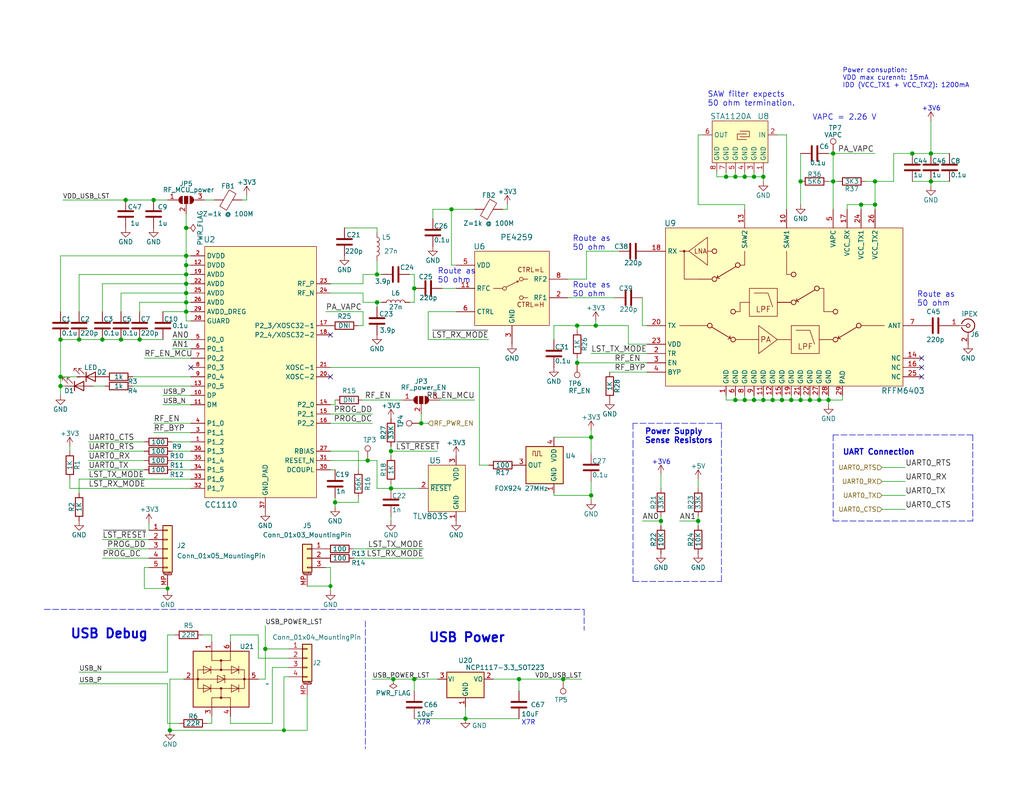
<source format=kicad_sch>
(kicad_sch (version 20211123) (generator eeschema)

  (uuid 31b0c6a8-031c-465a-a937-d97b09c540f9)

  (paper "USLetter")

  (title_block
    (title "OpenLST Reference Design")
    (date "2018-08-02")
    (rev "2.1")
    (comment 1 "Drawn by Ryan Kingsbury")
    (comment 2 "License")
    (comment 3 "This work is licensed under a Creative Commons Attribution-ShareAlike 4.0 International")
    (comment 4 "Copyright 2018 Planet Labs Inc")
  )

  (lib_symbols
    (symbol "Connector:Conn_Coaxial" (pin_names (offset 1.016) hide) (in_bom yes) (on_board yes)
      (property "Reference" "J" (id 0) (at 0.254 3.048 0)
        (effects (font (size 1.27 1.27)))
      )
      (property "Value" "Conn_Coaxial" (id 1) (at 2.921 0 90)
        (effects (font (size 1.27 1.27)))
      )
      (property "Footprint" "" (id 2) (at 0 0 0)
        (effects (font (size 1.27 1.27)) hide)
      )
      (property "Datasheet" " ~" (id 3) (at 0 0 0)
        (effects (font (size 1.27 1.27)) hide)
      )
      (property "ki_keywords" "BNC SMA SMB SMC LEMO coaxial connector CINCH RCA" (id 4) (at 0 0 0)
        (effects (font (size 1.27 1.27)) hide)
      )
      (property "ki_description" "coaxial connector (BNC, SMA, SMB, SMC, Cinch/RCA, LEMO, ...)" (id 5) (at 0 0 0)
        (effects (font (size 1.27 1.27)) hide)
      )
      (property "ki_fp_filters" "*BNC* *SMA* *SMB* *SMC* *Cinch* *LEMO*" (id 6) (at 0 0 0)
        (effects (font (size 1.27 1.27)) hide)
      )
      (symbol "Conn_Coaxial_0_1"
        (arc (start -1.778 -0.508) (mid 0.222 -1.808) (end 1.778 0)
          (stroke (width 0.254) (type default) (color 0 0 0 0))
          (fill (type none))
        )
        (polyline
          (pts
            (xy -2.54 0)
            (xy -0.508 0)
          )
          (stroke (width 0) (type default) (color 0 0 0 0))
          (fill (type none))
        )
        (polyline
          (pts
            (xy 0 -2.54)
            (xy 0 -1.778)
          )
          (stroke (width 0) (type default) (color 0 0 0 0))
          (fill (type none))
        )
        (circle (center 0 0) (radius 0.508)
          (stroke (width 0.2032) (type default) (color 0 0 0 0))
          (fill (type none))
        )
        (arc (start 1.778 0) (mid 0.222 1.8083) (end -1.778 0.508)
          (stroke (width 0.254) (type default) (color 0 0 0 0))
          (fill (type none))
        )
      )
      (symbol "Conn_Coaxial_1_1"
        (pin passive line (at -5.08 0 0) (length 2.54)
          (name "In" (effects (font (size 1.27 1.27))))
          (number "1" (effects (font (size 1.27 1.27))))
        )
        (pin passive line (at 0 -5.08 90) (length 2.54)
          (name "Ext" (effects (font (size 1.27 1.27))))
          (number "2" (effects (font (size 1.27 1.27))))
        )
      )
    )
    (symbol "Connector:TestPoint" (pin_numbers hide) (pin_names (offset 0.762) hide) (in_bom yes) (on_board yes)
      (property "Reference" "TP" (id 0) (at 0 6.858 0)
        (effects (font (size 1.27 1.27)))
      )
      (property "Value" "TestPoint" (id 1) (at 0 5.08 0)
        (effects (font (size 1.27 1.27)))
      )
      (property "Footprint" "" (id 2) (at 5.08 0 0)
        (effects (font (size 1.27 1.27)) hide)
      )
      (property "Datasheet" "~" (id 3) (at 5.08 0 0)
        (effects (font (size 1.27 1.27)) hide)
      )
      (property "ki_keywords" "test point tp" (id 4) (at 0 0 0)
        (effects (font (size 1.27 1.27)) hide)
      )
      (property "ki_description" "test point" (id 5) (at 0 0 0)
        (effects (font (size 1.27 1.27)) hide)
      )
      (property "ki_fp_filters" "Pin* Test*" (id 6) (at 0 0 0)
        (effects (font (size 1.27 1.27)) hide)
      )
      (symbol "TestPoint_0_1"
        (circle (center 0 3.302) (radius 0.762)
          (stroke (width 0) (type default) (color 0 0 0 0))
          (fill (type none))
        )
      )
      (symbol "TestPoint_1_1"
        (pin passive line (at 0 0 90) (length 2.54)
          (name "1" (effects (font (size 1.27 1.27))))
          (number "1" (effects (font (size 1.27 1.27))))
        )
      )
    )
    (symbol "Connector_Generic_MountingPin:Conn_01x03_MountingPin" (pin_names (offset 1.016) hide) (in_bom yes) (on_board yes)
      (property "Reference" "J" (id 0) (at 0 5.08 0)
        (effects (font (size 1.27 1.27)))
      )
      (property "Value" "Conn_01x03_MountingPin" (id 1) (at 1.27 -5.08 0)
        (effects (font (size 1.27 1.27)) (justify left))
      )
      (property "Footprint" "" (id 2) (at 0 0 0)
        (effects (font (size 1.27 1.27)) hide)
      )
      (property "Datasheet" "~" (id 3) (at 0 0 0)
        (effects (font (size 1.27 1.27)) hide)
      )
      (property "ki_keywords" "connector" (id 4) (at 0 0 0)
        (effects (font (size 1.27 1.27)) hide)
      )
      (property "ki_description" "Generic connectable mounting pin connector, single row, 01x03, script generated (kicad-library-utils/schlib/autogen/connector/)" (id 5) (at 0 0 0)
        (effects (font (size 1.27 1.27)) hide)
      )
      (property "ki_fp_filters" "Connector*:*_1x??-1MP*" (id 6) (at 0 0 0)
        (effects (font (size 1.27 1.27)) hide)
      )
      (symbol "Conn_01x03_MountingPin_1_1"
        (rectangle (start -1.27 -2.413) (end 0 -2.667)
          (stroke (width 0.1524) (type default) (color 0 0 0 0))
          (fill (type none))
        )
        (rectangle (start -1.27 0.127) (end 0 -0.127)
          (stroke (width 0.1524) (type default) (color 0 0 0 0))
          (fill (type none))
        )
        (rectangle (start -1.27 2.667) (end 0 2.413)
          (stroke (width 0.1524) (type default) (color 0 0 0 0))
          (fill (type none))
        )
        (rectangle (start -1.27 3.81) (end 1.27 -3.81)
          (stroke (width 0.254) (type default) (color 0 0 0 0))
          (fill (type background))
        )
        (polyline
          (pts
            (xy -1.016 -4.572)
            (xy 1.016 -4.572)
          )
          (stroke (width 0.1524) (type default) (color 0 0 0 0))
          (fill (type none))
        )
        (text "Mounting" (at 0 -4.191 0)
          (effects (font (size 0.381 0.381)))
        )
        (pin passive line (at -5.08 2.54 0) (length 3.81)
          (name "Pin_1" (effects (font (size 1.27 1.27))))
          (number "1" (effects (font (size 1.27 1.27))))
        )
        (pin passive line (at -5.08 0 0) (length 3.81)
          (name "Pin_2" (effects (font (size 1.27 1.27))))
          (number "2" (effects (font (size 1.27 1.27))))
        )
        (pin passive line (at -5.08 -2.54 0) (length 3.81)
          (name "Pin_3" (effects (font (size 1.27 1.27))))
          (number "3" (effects (font (size 1.27 1.27))))
        )
        (pin passive line (at 0 -7.62 90) (length 3.048)
          (name "MountPin" (effects (font (size 1.27 1.27))))
          (number "MP" (effects (font (size 1.27 1.27))))
        )
      )
    )
    (symbol "Connector_Generic_MountingPin:Conn_01x04_MountingPin" (pin_names (offset 1.016) hide) (in_bom yes) (on_board yes)
      (property "Reference" "J" (id 0) (at 0 5.08 0)
        (effects (font (size 1.27 1.27)))
      )
      (property "Value" "Conn_01x04_MountingPin" (id 1) (at 1.27 -7.62 0)
        (effects (font (size 1.27 1.27)) (justify left))
      )
      (property "Footprint" "" (id 2) (at 0 0 0)
        (effects (font (size 1.27 1.27)) hide)
      )
      (property "Datasheet" "~" (id 3) (at 0 0 0)
        (effects (font (size 1.27 1.27)) hide)
      )
      (property "ki_keywords" "connector" (id 4) (at 0 0 0)
        (effects (font (size 1.27 1.27)) hide)
      )
      (property "ki_description" "Generic connectable mounting pin connector, single row, 01x04, script generated (kicad-library-utils/schlib/autogen/connector/)" (id 5) (at 0 0 0)
        (effects (font (size 1.27 1.27)) hide)
      )
      (property "ki_fp_filters" "Connector*:*_1x??-1MP*" (id 6) (at 0 0 0)
        (effects (font (size 1.27 1.27)) hide)
      )
      (symbol "Conn_01x04_MountingPin_1_1"
        (rectangle (start -1.27 -4.953) (end 0 -5.207)
          (stroke (width 0.1524) (type default) (color 0 0 0 0))
          (fill (type none))
        )
        (rectangle (start -1.27 -2.413) (end 0 -2.667)
          (stroke (width 0.1524) (type default) (color 0 0 0 0))
          (fill (type none))
        )
        (rectangle (start -1.27 0.127) (end 0 -0.127)
          (stroke (width 0.1524) (type default) (color 0 0 0 0))
          (fill (type none))
        )
        (rectangle (start -1.27 2.667) (end 0 2.413)
          (stroke (width 0.1524) (type default) (color 0 0 0 0))
          (fill (type none))
        )
        (rectangle (start -1.27 3.81) (end 1.27 -6.35)
          (stroke (width 0.254) (type default) (color 0 0 0 0))
          (fill (type background))
        )
        (polyline
          (pts
            (xy -1.016 -7.112)
            (xy 1.016 -7.112)
          )
          (stroke (width 0.1524) (type default) (color 0 0 0 0))
          (fill (type none))
        )
        (text "Mounting" (at 0 -6.731 0)
          (effects (font (size 0.381 0.381)))
        )
        (pin passive line (at -5.08 2.54 0) (length 3.81)
          (name "Pin_1" (effects (font (size 1.27 1.27))))
          (number "1" (effects (font (size 1.27 1.27))))
        )
        (pin passive line (at -5.08 0 0) (length 3.81)
          (name "Pin_2" (effects (font (size 1.27 1.27))))
          (number "2" (effects (font (size 1.27 1.27))))
        )
        (pin passive line (at -5.08 -2.54 0) (length 3.81)
          (name "Pin_3" (effects (font (size 1.27 1.27))))
          (number "3" (effects (font (size 1.27 1.27))))
        )
        (pin passive line (at -5.08 -5.08 0) (length 3.81)
          (name "Pin_4" (effects (font (size 1.27 1.27))))
          (number "4" (effects (font (size 1.27 1.27))))
        )
        (pin passive line (at 0 -10.16 90) (length 3.048)
          (name "MountPin" (effects (font (size 1.27 1.27))))
          (number "MP" (effects (font (size 1.27 1.27))))
        )
      )
    )
    (symbol "Connector_Generic_MountingPin:Conn_01x05_MountingPin" (pin_names (offset 1.016) hide) (in_bom yes) (on_board yes)
      (property "Reference" "J" (id 0) (at 0 7.62 0)
        (effects (font (size 1.27 1.27)))
      )
      (property "Value" "Conn_01x05_MountingPin" (id 1) (at 1.27 -7.62 0)
        (effects (font (size 1.27 1.27)) (justify left))
      )
      (property "Footprint" "" (id 2) (at 0 0 0)
        (effects (font (size 1.27 1.27)) hide)
      )
      (property "Datasheet" "~" (id 3) (at 0 0 0)
        (effects (font (size 1.27 1.27)) hide)
      )
      (property "ki_keywords" "connector" (id 4) (at 0 0 0)
        (effects (font (size 1.27 1.27)) hide)
      )
      (property "ki_description" "Generic connectable mounting pin connector, single row, 01x05, script generated (kicad-library-utils/schlib/autogen/connector/)" (id 5) (at 0 0 0)
        (effects (font (size 1.27 1.27)) hide)
      )
      (property "ki_fp_filters" "Connector*:*_1x??-1MP*" (id 6) (at 0 0 0)
        (effects (font (size 1.27 1.27)) hide)
      )
      (symbol "Conn_01x05_MountingPin_1_1"
        (rectangle (start -1.27 -4.953) (end 0 -5.207)
          (stroke (width 0.1524) (type default) (color 0 0 0 0))
          (fill (type none))
        )
        (rectangle (start -1.27 -2.413) (end 0 -2.667)
          (stroke (width 0.1524) (type default) (color 0 0 0 0))
          (fill (type none))
        )
        (rectangle (start -1.27 0.127) (end 0 -0.127)
          (stroke (width 0.1524) (type default) (color 0 0 0 0))
          (fill (type none))
        )
        (rectangle (start -1.27 2.667) (end 0 2.413)
          (stroke (width 0.1524) (type default) (color 0 0 0 0))
          (fill (type none))
        )
        (rectangle (start -1.27 5.207) (end 0 4.953)
          (stroke (width 0.1524) (type default) (color 0 0 0 0))
          (fill (type none))
        )
        (rectangle (start -1.27 6.35) (end 1.27 -6.35)
          (stroke (width 0.254) (type default) (color 0 0 0 0))
          (fill (type background))
        )
        (polyline
          (pts
            (xy -1.016 -7.112)
            (xy 1.016 -7.112)
          )
          (stroke (width 0.1524) (type default) (color 0 0 0 0))
          (fill (type none))
        )
        (text "Mounting" (at 0 -6.731 0)
          (effects (font (size 0.381 0.381)))
        )
        (pin passive line (at -5.08 5.08 0) (length 3.81)
          (name "Pin_1" (effects (font (size 1.27 1.27))))
          (number "1" (effects (font (size 1.27 1.27))))
        )
        (pin passive line (at -5.08 2.54 0) (length 3.81)
          (name "Pin_2" (effects (font (size 1.27 1.27))))
          (number "2" (effects (font (size 1.27 1.27))))
        )
        (pin passive line (at -5.08 0 0) (length 3.81)
          (name "Pin_3" (effects (font (size 1.27 1.27))))
          (number "3" (effects (font (size 1.27 1.27))))
        )
        (pin passive line (at -5.08 -2.54 0) (length 3.81)
          (name "Pin_4" (effects (font (size 1.27 1.27))))
          (number "4" (effects (font (size 1.27 1.27))))
        )
        (pin passive line (at -5.08 -5.08 0) (length 3.81)
          (name "Pin_5" (effects (font (size 1.27 1.27))))
          (number "5" (effects (font (size 1.27 1.27))))
        )
        (pin passive line (at 0 -10.16 90) (length 3.048)
          (name "MountPin" (effects (font (size 1.27 1.27))))
          (number "MP" (effects (font (size 1.27 1.27))))
        )
      )
    )
    (symbol "Device:C" (pin_numbers hide) (pin_names (offset 0.254)) (in_bom yes) (on_board yes)
      (property "Reference" "C" (id 0) (at 0.635 2.54 0)
        (effects (font (size 1.27 1.27)) (justify left))
      )
      (property "Value" "C" (id 1) (at 0.635 -2.54 0)
        (effects (font (size 1.27 1.27)) (justify left))
      )
      (property "Footprint" "" (id 2) (at 0.9652 -3.81 0)
        (effects (font (size 1.27 1.27)) hide)
      )
      (property "Datasheet" "~" (id 3) (at 0 0 0)
        (effects (font (size 1.27 1.27)) hide)
      )
      (property "ki_keywords" "cap capacitor" (id 4) (at 0 0 0)
        (effects (font (size 1.27 1.27)) hide)
      )
      (property "ki_description" "Unpolarized capacitor" (id 5) (at 0 0 0)
        (effects (font (size 1.27 1.27)) hide)
      )
      (property "ki_fp_filters" "C_*" (id 6) (at 0 0 0)
        (effects (font (size 1.27 1.27)) hide)
      )
      (symbol "C_0_1"
        (polyline
          (pts
            (xy -2.032 -0.762)
            (xy 2.032 -0.762)
          )
          (stroke (width 0.508) (type default) (color 0 0 0 0))
          (fill (type none))
        )
        (polyline
          (pts
            (xy -2.032 0.762)
            (xy 2.032 0.762)
          )
          (stroke (width 0.508) (type default) (color 0 0 0 0))
          (fill (type none))
        )
      )
      (symbol "C_1_1"
        (pin passive line (at 0 3.81 270) (length 2.794)
          (name "~" (effects (font (size 1.27 1.27))))
          (number "1" (effects (font (size 1.27 1.27))))
        )
        (pin passive line (at 0 -3.81 90) (length 2.794)
          (name "~" (effects (font (size 1.27 1.27))))
          (number "2" (effects (font (size 1.27 1.27))))
        )
      )
    )
    (symbol "Device:FerriteBead" (pin_numbers hide) (pin_names (offset 0)) (in_bom yes) (on_board yes)
      (property "Reference" "FB" (id 0) (at -3.81 0.635 90)
        (effects (font (size 1.27 1.27)))
      )
      (property "Value" "FerriteBead" (id 1) (at 3.81 0 90)
        (effects (font (size 1.27 1.27)))
      )
      (property "Footprint" "" (id 2) (at -1.778 0 90)
        (effects (font (size 1.27 1.27)) hide)
      )
      (property "Datasheet" "~" (id 3) (at 0 0 0)
        (effects (font (size 1.27 1.27)) hide)
      )
      (property "ki_keywords" "L ferrite bead inductor filter" (id 4) (at 0 0 0)
        (effects (font (size 1.27 1.27)) hide)
      )
      (property "ki_description" "Ferrite bead" (id 5) (at 0 0 0)
        (effects (font (size 1.27 1.27)) hide)
      )
      (property "ki_fp_filters" "Inductor_* L_* *Ferrite*" (id 6) (at 0 0 0)
        (effects (font (size 1.27 1.27)) hide)
      )
      (symbol "FerriteBead_0_1"
        (polyline
          (pts
            (xy 0 -1.27)
            (xy 0 -1.2192)
          )
          (stroke (width 0) (type default) (color 0 0 0 0))
          (fill (type none))
        )
        (polyline
          (pts
            (xy 0 1.27)
            (xy 0 1.2954)
          )
          (stroke (width 0) (type default) (color 0 0 0 0))
          (fill (type none))
        )
        (polyline
          (pts
            (xy -2.7686 0.4064)
            (xy -1.7018 2.2606)
            (xy 2.7686 -0.3048)
            (xy 1.6764 -2.159)
            (xy -2.7686 0.4064)
          )
          (stroke (width 0) (type default) (color 0 0 0 0))
          (fill (type none))
        )
      )
      (symbol "FerriteBead_1_1"
        (pin passive line (at 0 3.81 270) (length 2.54)
          (name "~" (effects (font (size 1.27 1.27))))
          (number "1" (effects (font (size 1.27 1.27))))
        )
        (pin passive line (at 0 -3.81 90) (length 2.54)
          (name "~" (effects (font (size 1.27 1.27))))
          (number "2" (effects (font (size 1.27 1.27))))
        )
      )
    )
    (symbol "Device:L" (pin_numbers hide) (pin_names (offset 1.016) hide) (in_bom yes) (on_board yes)
      (property "Reference" "L" (id 0) (at -1.27 0 90)
        (effects (font (size 1.27 1.27)))
      )
      (property "Value" "L" (id 1) (at 1.905 0 90)
        (effects (font (size 1.27 1.27)))
      )
      (property "Footprint" "" (id 2) (at 0 0 0)
        (effects (font (size 1.27 1.27)) hide)
      )
      (property "Datasheet" "~" (id 3) (at 0 0 0)
        (effects (font (size 1.27 1.27)) hide)
      )
      (property "ki_keywords" "inductor choke coil reactor magnetic" (id 4) (at 0 0 0)
        (effects (font (size 1.27 1.27)) hide)
      )
      (property "ki_description" "Inductor" (id 5) (at 0 0 0)
        (effects (font (size 1.27 1.27)) hide)
      )
      (property "ki_fp_filters" "Choke_* *Coil* Inductor_* L_*" (id 6) (at 0 0 0)
        (effects (font (size 1.27 1.27)) hide)
      )
      (symbol "L_0_1"
        (arc (start 0 -2.54) (mid 0.635 -1.905) (end 0 -1.27)
          (stroke (width 0) (type default) (color 0 0 0 0))
          (fill (type none))
        )
        (arc (start 0 -1.27) (mid 0.635 -0.635) (end 0 0)
          (stroke (width 0) (type default) (color 0 0 0 0))
          (fill (type none))
        )
        (arc (start 0 0) (mid 0.635 0.635) (end 0 1.27)
          (stroke (width 0) (type default) (color 0 0 0 0))
          (fill (type none))
        )
        (arc (start 0 1.27) (mid 0.635 1.905) (end 0 2.54)
          (stroke (width 0) (type default) (color 0 0 0 0))
          (fill (type none))
        )
      )
      (symbol "L_1_1"
        (pin passive line (at 0 3.81 270) (length 1.27)
          (name "1" (effects (font (size 1.27 1.27))))
          (number "1" (effects (font (size 1.27 1.27))))
        )
        (pin passive line (at 0 -3.81 90) (length 1.27)
          (name "2" (effects (font (size 1.27 1.27))))
          (number "2" (effects (font (size 1.27 1.27))))
        )
      )
    )
    (symbol "Device:LED" (pin_numbers hide) (pin_names (offset 1.016) hide) (in_bom yes) (on_board yes)
      (property "Reference" "D" (id 0) (at 0 2.54 0)
        (effects (font (size 1.27 1.27)))
      )
      (property "Value" "LED" (id 1) (at 0 -2.54 0)
        (effects (font (size 1.27 1.27)))
      )
      (property "Footprint" "" (id 2) (at 0 0 0)
        (effects (font (size 1.27 1.27)) hide)
      )
      (property "Datasheet" "~" (id 3) (at 0 0 0)
        (effects (font (size 1.27 1.27)) hide)
      )
      (property "ki_keywords" "LED diode" (id 4) (at 0 0 0)
        (effects (font (size 1.27 1.27)) hide)
      )
      (property "ki_description" "Light emitting diode" (id 5) (at 0 0 0)
        (effects (font (size 1.27 1.27)) hide)
      )
      (property "ki_fp_filters" "LED* LED_SMD:* LED_THT:*" (id 6) (at 0 0 0)
        (effects (font (size 1.27 1.27)) hide)
      )
      (symbol "LED_0_1"
        (polyline
          (pts
            (xy -1.27 -1.27)
            (xy -1.27 1.27)
          )
          (stroke (width 0.254) (type default) (color 0 0 0 0))
          (fill (type none))
        )
        (polyline
          (pts
            (xy -1.27 0)
            (xy 1.27 0)
          )
          (stroke (width 0) (type default) (color 0 0 0 0))
          (fill (type none))
        )
        (polyline
          (pts
            (xy 1.27 -1.27)
            (xy 1.27 1.27)
            (xy -1.27 0)
            (xy 1.27 -1.27)
          )
          (stroke (width 0.254) (type default) (color 0 0 0 0))
          (fill (type none))
        )
        (polyline
          (pts
            (xy -3.048 -0.762)
            (xy -4.572 -2.286)
            (xy -3.81 -2.286)
            (xy -4.572 -2.286)
            (xy -4.572 -1.524)
          )
          (stroke (width 0) (type default) (color 0 0 0 0))
          (fill (type none))
        )
        (polyline
          (pts
            (xy -1.778 -0.762)
            (xy -3.302 -2.286)
            (xy -2.54 -2.286)
            (xy -3.302 -2.286)
            (xy -3.302 -1.524)
          )
          (stroke (width 0) (type default) (color 0 0 0 0))
          (fill (type none))
        )
      )
      (symbol "LED_1_1"
        (pin passive line (at -3.81 0 0) (length 2.54)
          (name "K" (effects (font (size 1.27 1.27))))
          (number "1" (effects (font (size 1.27 1.27))))
        )
        (pin passive line (at 3.81 0 180) (length 2.54)
          (name "A" (effects (font (size 1.27 1.27))))
          (number "2" (effects (font (size 1.27 1.27))))
        )
      )
    )
    (symbol "Device:R" (pin_numbers hide) (pin_names (offset 0)) (in_bom yes) (on_board yes)
      (property "Reference" "R" (id 0) (at 2.032 0 90)
        (effects (font (size 1.27 1.27)))
      )
      (property "Value" "R" (id 1) (at 0 0 90)
        (effects (font (size 1.27 1.27)))
      )
      (property "Footprint" "" (id 2) (at -1.778 0 90)
        (effects (font (size 1.27 1.27)) hide)
      )
      (property "Datasheet" "~" (id 3) (at 0 0 0)
        (effects (font (size 1.27 1.27)) hide)
      )
      (property "ki_keywords" "R res resistor" (id 4) (at 0 0 0)
        (effects (font (size 1.27 1.27)) hide)
      )
      (property "ki_description" "Resistor" (id 5) (at 0 0 0)
        (effects (font (size 1.27 1.27)) hide)
      )
      (property "ki_fp_filters" "R_*" (id 6) (at 0 0 0)
        (effects (font (size 1.27 1.27)) hide)
      )
      (symbol "R_0_1"
        (rectangle (start -1.016 -2.54) (end 1.016 2.54)
          (stroke (width 0.254) (type default) (color 0 0 0 0))
          (fill (type none))
        )
      )
      (symbol "R_1_1"
        (pin passive line (at 0 3.81 270) (length 1.27)
          (name "~" (effects (font (size 1.27 1.27))))
          (number "1" (effects (font (size 1.27 1.27))))
        )
        (pin passive line (at 0 -3.81 90) (length 1.27)
          (name "~" (effects (font (size 1.27 1.27))))
          (number "2" (effects (font (size 1.27 1.27))))
        )
      )
    )
    (symbol "Jumper:SolderJumper_3_Open" (pin_names (offset 0) hide) (in_bom yes) (on_board yes)
      (property "Reference" "JP" (id 0) (at -2.54 -2.54 0)
        (effects (font (size 1.27 1.27)))
      )
      (property "Value" "SolderJumper_3_Open" (id 1) (at 0 2.794 0)
        (effects (font (size 1.27 1.27)))
      )
      (property "Footprint" "" (id 2) (at 0 0 0)
        (effects (font (size 1.27 1.27)) hide)
      )
      (property "Datasheet" "~" (id 3) (at 0 0 0)
        (effects (font (size 1.27 1.27)) hide)
      )
      (property "ki_keywords" "Solder Jumper SPDT" (id 4) (at 0 0 0)
        (effects (font (size 1.27 1.27)) hide)
      )
      (property "ki_description" "Solder Jumper, 3-pole, open" (id 5) (at 0 0 0)
        (effects (font (size 1.27 1.27)) hide)
      )
      (property "ki_fp_filters" "SolderJumper*Open*" (id 6) (at 0 0 0)
        (effects (font (size 1.27 1.27)) hide)
      )
      (symbol "SolderJumper_3_Open_0_1"
        (arc (start -1.016 1.016) (mid -2.032 0) (end -1.016 -1.016)
          (stroke (width 0) (type default) (color 0 0 0 0))
          (fill (type none))
        )
        (arc (start -1.016 1.016) (mid -2.032 0) (end -1.016 -1.016)
          (stroke (width 0) (type default) (color 0 0 0 0))
          (fill (type outline))
        )
        (rectangle (start -0.508 1.016) (end 0.508 -1.016)
          (stroke (width 0) (type default) (color 0 0 0 0))
          (fill (type outline))
        )
        (polyline
          (pts
            (xy -2.54 0)
            (xy -2.032 0)
          )
          (stroke (width 0) (type default) (color 0 0 0 0))
          (fill (type none))
        )
        (polyline
          (pts
            (xy -1.016 1.016)
            (xy -1.016 -1.016)
          )
          (stroke (width 0) (type default) (color 0 0 0 0))
          (fill (type none))
        )
        (polyline
          (pts
            (xy 0 -1.27)
            (xy 0 -1.016)
          )
          (stroke (width 0) (type default) (color 0 0 0 0))
          (fill (type none))
        )
        (polyline
          (pts
            (xy 1.016 1.016)
            (xy 1.016 -1.016)
          )
          (stroke (width 0) (type default) (color 0 0 0 0))
          (fill (type none))
        )
        (polyline
          (pts
            (xy 2.54 0)
            (xy 2.032 0)
          )
          (stroke (width 0) (type default) (color 0 0 0 0))
          (fill (type none))
        )
        (arc (start 1.016 -1.016) (mid 2.032 0) (end 1.016 1.016)
          (stroke (width 0) (type default) (color 0 0 0 0))
          (fill (type none))
        )
        (arc (start 1.016 -1.016) (mid 2.032 0) (end 1.016 1.016)
          (stroke (width 0) (type default) (color 0 0 0 0))
          (fill (type outline))
        )
      )
      (symbol "SolderJumper_3_Open_1_1"
        (pin passive line (at -5.08 0 0) (length 2.54)
          (name "A" (effects (font (size 1.27 1.27))))
          (number "1" (effects (font (size 1.27 1.27))))
        )
        (pin input line (at 0 -3.81 90) (length 2.54)
          (name "C" (effects (font (size 1.27 1.27))))
          (number "2" (effects (font (size 1.27 1.27))))
        )
        (pin passive line (at 5.08 0 180) (length 2.54)
          (name "B" (effects (font (size 1.27 1.27))))
          (number "3" (effects (font (size 1.27 1.27))))
        )
      )
    )
    (symbol "Oscillator:FT5HN" (in_bom yes) (on_board yes)
      (property "Reference" "U" (id 0) (at 1.27 11.43 0)
        (effects (font (size 1.27 1.27)))
      )
      (property "Value" "FT5HN" (id 1) (at 2.54 8.89 0)
        (effects (font (size 1.27 1.27)))
      )
      (property "Footprint" "Oscillator:Oscillator_SMD_Fox_FT5H_5.0x3.2mm" (id 2) (at 0 -16.51 0)
        (effects (font (size 1.27 1.27)) hide)
      )
      (property "Datasheet" "https://foxonline.com/wp-content/uploads/pdfs/T5HN_T5HV.pdf" (id 3) (at 1.27 -19.05 0)
        (effects (font (size 1.27 1.27)) hide)
      )
      (property "ki_keywords" "TXCO" (id 4) (at 0 0 0)
        (effects (font (size 1.27 1.27)) hide)
      )
      (property "ki_description" "HCMOS temperature compensated oscillator" (id 5) (at 0 0 0)
        (effects (font (size 1.27 1.27)) hide)
      )
      (property "ki_fp_filters" "Oscillator*SMD*Fox*FT5H*5.0x3.2mm*" (id 6) (at 0 0 0)
        (effects (font (size 1.27 1.27)) hide)
      )
      (symbol "FT5HN_0_1"
        (rectangle (start -5.08 5.08) (end 5.08 -5.08)
          (stroke (width 0.254) (type default) (color 0 0 0 0))
          (fill (type background))
        )
        (polyline
          (pts
            (xy 0.635 2.54)
            (xy 1.27 2.54)
            (xy 1.27 3.81)
            (xy 1.905 3.81)
            (xy 1.905 2.54)
            (xy 2.54 2.54)
            (xy 2.54 3.81)
            (xy 3.175 3.81)
            (xy 3.175 2.54)
          )
          (stroke (width 0) (type default) (color 0 0 0 0))
          (fill (type none))
        )
      )
      (symbol "FT5HN_1_1"
        (pin power_in line (at -2.54 -7.62 90) (length 2.54)
          (name "GND" (effects (font (size 1.27 1.27))))
          (number "1" (effects (font (size 1.27 1.27))))
        )
        (pin passive line (at -2.54 -7.62 90) (length 2.54) hide
          (name "GND" (effects (font (size 1.27 1.27))))
          (number "2" (effects (font (size 1.27 1.27))))
        )
        (pin output line (at 7.62 0 180) (length 2.54)
          (name "OUT" (effects (font (size 1.27 1.27))))
          (number "3" (effects (font (size 1.27 1.27))))
        )
        (pin power_in line (at -2.54 7.62 270) (length 2.54)
          (name "VDD" (effects (font (size 1.27 1.27))))
          (number "4" (effects (font (size 1.27 1.27))))
        )
      )
    )
    (symbol "Power_Protection:USBLC6-2P6" (pin_names hide) (in_bom yes) (on_board yes)
      (property "Reference" "U" (id 0) (at 2.54 8.89 0)
        (effects (font (size 1.27 1.27)) (justify left))
      )
      (property "Value" "USBLC6-2P6" (id 1) (at 2.54 -8.89 0)
        (effects (font (size 1.27 1.27)) (justify left))
      )
      (property "Footprint" "Package_TO_SOT_SMD:SOT-666" (id 2) (at 0 -12.7 0)
        (effects (font (size 1.27 1.27)) hide)
      )
      (property "Datasheet" "https://www.st.com/resource/en/datasheet/usblc6-2.pdf" (id 3) (at 5.08 8.89 0)
        (effects (font (size 1.27 1.27)) hide)
      )
      (property "ki_keywords" "usb ethernet video" (id 4) (at 0 0 0)
        (effects (font (size 1.27 1.27)) hide)
      )
      (property "ki_description" "Very low capacitance ESD protection diode, 2 data-line, SOT-666" (id 5) (at 0 0 0)
        (effects (font (size 1.27 1.27)) hide)
      )
      (property "ki_fp_filters" "SOT?666*" (id 6) (at 0 0 0)
        (effects (font (size 1.27 1.27)) hide)
      )
      (symbol "USBLC6-2P6_0_1"
        (rectangle (start -7.62 -7.62) (end 7.62 7.62)
          (stroke (width 0.254) (type default) (color 0 0 0 0))
          (fill (type background))
        )
        (circle (center -5.08 0) (radius 0.254)
          (stroke (width 0) (type default) (color 0 0 0 0))
          (fill (type outline))
        )
        (circle (center -2.54 0) (radius 0.254)
          (stroke (width 0) (type default) (color 0 0 0 0))
          (fill (type outline))
        )
        (rectangle (start -2.54 6.35) (end 2.54 -6.35)
          (stroke (width 0) (type default) (color 0 0 0 0))
          (fill (type none))
        )
        (circle (center 0 -6.35) (radius 0.254)
          (stroke (width 0) (type default) (color 0 0 0 0))
          (fill (type outline))
        )
        (polyline
          (pts
            (xy -5.08 -2.54)
            (xy -7.62 -2.54)
          )
          (stroke (width 0) (type default) (color 0 0 0 0))
          (fill (type none))
        )
        (polyline
          (pts
            (xy -5.08 0)
            (xy -5.08 -2.54)
          )
          (stroke (width 0) (type default) (color 0 0 0 0))
          (fill (type none))
        )
        (polyline
          (pts
            (xy -5.08 2.54)
            (xy -7.62 2.54)
          )
          (stroke (width 0) (type default) (color 0 0 0 0))
          (fill (type none))
        )
        (polyline
          (pts
            (xy -1.524 -2.794)
            (xy -3.556 -2.794)
          )
          (stroke (width 0) (type default) (color 0 0 0 0))
          (fill (type none))
        )
        (polyline
          (pts
            (xy -1.524 4.826)
            (xy -3.556 4.826)
          )
          (stroke (width 0) (type default) (color 0 0 0 0))
          (fill (type none))
        )
        (polyline
          (pts
            (xy 0 -7.62)
            (xy 0 -6.35)
          )
          (stroke (width 0) (type default) (color 0 0 0 0))
          (fill (type none))
        )
        (polyline
          (pts
            (xy 0 -6.35)
            (xy 0 1.27)
          )
          (stroke (width 0) (type default) (color 0 0 0 0))
          (fill (type none))
        )
        (polyline
          (pts
            (xy 0 1.27)
            (xy 0 6.35)
          )
          (stroke (width 0) (type default) (color 0 0 0 0))
          (fill (type none))
        )
        (polyline
          (pts
            (xy 0 6.35)
            (xy 0 7.62)
          )
          (stroke (width 0) (type default) (color 0 0 0 0))
          (fill (type none))
        )
        (polyline
          (pts
            (xy 1.524 -2.794)
            (xy 3.556 -2.794)
          )
          (stroke (width 0) (type default) (color 0 0 0 0))
          (fill (type none))
        )
        (polyline
          (pts
            (xy 1.524 4.826)
            (xy 3.556 4.826)
          )
          (stroke (width 0) (type default) (color 0 0 0 0))
          (fill (type none))
        )
        (polyline
          (pts
            (xy 5.08 -2.54)
            (xy 7.62 -2.54)
          )
          (stroke (width 0) (type default) (color 0 0 0 0))
          (fill (type none))
        )
        (polyline
          (pts
            (xy 5.08 0)
            (xy 5.08 -2.54)
          )
          (stroke (width 0) (type default) (color 0 0 0 0))
          (fill (type none))
        )
        (polyline
          (pts
            (xy 5.08 2.54)
            (xy 7.62 2.54)
          )
          (stroke (width 0) (type default) (color 0 0 0 0))
          (fill (type none))
        )
        (polyline
          (pts
            (xy -2.54 0)
            (xy -5.08 0)
            (xy -5.08 2.54)
          )
          (stroke (width 0) (type default) (color 0 0 0 0))
          (fill (type none))
        )
        (polyline
          (pts
            (xy 2.54 0)
            (xy 5.08 0)
            (xy 5.08 2.54)
          )
          (stroke (width 0) (type default) (color 0 0 0 0))
          (fill (type none))
        )
        (polyline
          (pts
            (xy -3.556 -4.826)
            (xy -1.524 -4.826)
            (xy -2.54 -2.794)
            (xy -3.556 -4.826)
          )
          (stroke (width 0) (type default) (color 0 0 0 0))
          (fill (type none))
        )
        (polyline
          (pts
            (xy -3.556 2.794)
            (xy -1.524 2.794)
            (xy -2.54 4.826)
            (xy -3.556 2.794)
          )
          (stroke (width 0) (type default) (color 0 0 0 0))
          (fill (type none))
        )
        (polyline
          (pts
            (xy -1.016 -1.016)
            (xy 1.016 -1.016)
            (xy 0 1.016)
            (xy -1.016 -1.016)
          )
          (stroke (width 0) (type default) (color 0 0 0 0))
          (fill (type none))
        )
        (polyline
          (pts
            (xy 1.016 1.016)
            (xy 0.762 1.016)
            (xy -1.016 1.016)
            (xy -1.016 0.508)
          )
          (stroke (width 0) (type default) (color 0 0 0 0))
          (fill (type none))
        )
        (polyline
          (pts
            (xy 3.556 -4.826)
            (xy 1.524 -4.826)
            (xy 2.54 -2.794)
            (xy 3.556 -4.826)
          )
          (stroke (width 0) (type default) (color 0 0 0 0))
          (fill (type none))
        )
        (polyline
          (pts
            (xy 3.556 2.794)
            (xy 1.524 2.794)
            (xy 2.54 4.826)
            (xy 3.556 2.794)
          )
          (stroke (width 0) (type default) (color 0 0 0 0))
          (fill (type none))
        )
        (circle (center 0 6.35) (radius 0.254)
          (stroke (width 0) (type default) (color 0 0 0 0))
          (fill (type outline))
        )
        (circle (center 2.54 0) (radius 0.254)
          (stroke (width 0) (type default) (color 0 0 0 0))
          (fill (type outline))
        )
        (circle (center 5.08 0) (radius 0.254)
          (stroke (width 0) (type default) (color 0 0 0 0))
          (fill (type outline))
        )
      )
      (symbol "USBLC6-2P6_1_1"
        (pin passive line (at -10.16 -2.54 0) (length 2.54)
          (name "I/O1" (effects (font (size 1.27 1.27))))
          (number "1" (effects (font (size 1.27 1.27))))
        )
        (pin passive line (at 0 -10.16 90) (length 2.54)
          (name "GND" (effects (font (size 1.27 1.27))))
          (number "2" (effects (font (size 1.27 1.27))))
        )
        (pin passive line (at 10.16 -2.54 180) (length 2.54)
          (name "I/O2" (effects (font (size 1.27 1.27))))
          (number "3" (effects (font (size 1.27 1.27))))
        )
        (pin passive line (at 10.16 2.54 180) (length 2.54)
          (name "I/O2" (effects (font (size 1.27 1.27))))
          (number "4" (effects (font (size 1.27 1.27))))
        )
        (pin passive line (at 0 10.16 270) (length 2.54)
          (name "VBUS" (effects (font (size 1.27 1.27))))
          (number "5" (effects (font (size 1.27 1.27))))
        )
        (pin passive line (at -10.16 2.54 0) (length 2.54)
          (name "I/O1" (effects (font (size 1.27 1.27))))
          (number "6" (effects (font (size 1.27 1.27))))
        )
      )
    )
    (symbol "Regulator_Linear:NCP1117-3.3_SOT223" (pin_names (offset 0.254)) (in_bom yes) (on_board yes)
      (property "Reference" "U" (id 0) (at -3.81 3.175 0)
        (effects (font (size 1.27 1.27)))
      )
      (property "Value" "NCP1117-3.3_SOT223" (id 1) (at 0 3.175 0)
        (effects (font (size 1.27 1.27)) (justify left))
      )
      (property "Footprint" "Package_TO_SOT_SMD:SOT-223-3_TabPin2" (id 2) (at 0 5.08 0)
        (effects (font (size 1.27 1.27)) hide)
      )
      (property "Datasheet" "http://www.onsemi.com/pub_link/Collateral/NCP1117-D.PDF" (id 3) (at 2.54 -6.35 0)
        (effects (font (size 1.27 1.27)) hide)
      )
      (property "ki_keywords" "REGULATOR LDO 3.3V" (id 4) (at 0 0 0)
        (effects (font (size 1.27 1.27)) hide)
      )
      (property "ki_description" "1A Low drop-out regulator, Fixed Output 3.3V, SOT-223" (id 5) (at 0 0 0)
        (effects (font (size 1.27 1.27)) hide)
      )
      (property "ki_fp_filters" "SOT?223*TabPin2*" (id 6) (at 0 0 0)
        (effects (font (size 1.27 1.27)) hide)
      )
      (symbol "NCP1117-3.3_SOT223_0_1"
        (rectangle (start -5.08 -5.08) (end 5.08 1.905)
          (stroke (width 0.254) (type default) (color 0 0 0 0))
          (fill (type background))
        )
      )
      (symbol "NCP1117-3.3_SOT223_1_1"
        (pin power_in line (at 0 -7.62 90) (length 2.54)
          (name "GND" (effects (font (size 1.27 1.27))))
          (number "1" (effects (font (size 1.27 1.27))))
        )
        (pin power_out line (at 7.62 0 180) (length 2.54)
          (name "VO" (effects (font (size 1.27 1.27))))
          (number "2" (effects (font (size 1.27 1.27))))
        )
        (pin power_in line (at -7.62 0 0) (length 2.54)
          (name "VI" (effects (font (size 1.27 1.27))))
          (number "3" (effects (font (size 1.27 1.27))))
        )
      )
    )
    (symbol "comm:ASR433" (in_bom yes) (on_board yes)
      (property "Reference" "U" (id 0) (at 7.62 6.35 0)
        (effects (font (size 1.27 1.27)))
      )
      (property "Value" "ASR433" (id 1) (at -5.08 6.35 0)
        (effects (font (size 1.27 1.27)))
      )
      (property "Footprint" "" (id 2) (at 0 5.08 0)
        (effects (font (size 1.27 1.27)) hide)
      )
      (property "Datasheet" "" (id 3) (at 0 5.08 0)
        (effects (font (size 1.27 1.27)) hide)
      )
      (symbol "ASR433_0_1"
        (rectangle (start -7.62 -6.35) (end 7.62 5.08)
          (stroke (width 0) (type default) (color 0 0 0 0))
          (fill (type background))
        )
        (polyline
          (pts
            (xy -1.778 1.524)
            (xy 0.762 1.524)
            (xy 0.762 0)
            (xy -1.778 0)
          )
          (stroke (width 0) (type default) (color 0 0 0 0))
          (fill (type none))
        )
        (polyline
          (pts
            (xy 0 2.286)
            (xy -2.54 2.286)
            (xy -2.54 0.762)
            (xy 0 0.762)
          )
          (stroke (width 0) (type default) (color 0 0 0 0))
          (fill (type none))
        )
      )
      (symbol "ASR433_1_1"
        (pin passive line (at -6.35 -8.89 90) (length 2.54)
          (name "GND" (effects (font (size 1.27 1.27))))
          (number "1" (effects (font (size 1.27 1.27))))
        )
        (pin passive line (at -10.16 1.27 0) (length 2.54)
          (name "IN" (effects (font (size 1.27 1.27))))
          (number "2" (effects (font (size 1.27 1.27))))
        )
        (pin passive line (at -3.81 -8.89 90) (length 2.54)
          (name "GND" (effects (font (size 1.27 1.27))))
          (number "3" (effects (font (size 1.27 1.27))))
        )
        (pin passive line (at -1.27 -8.89 90) (length 2.54)
          (name "GND" (effects (font (size 1.27 1.27))))
          (number "4" (effects (font (size 1.27 1.27))))
        )
        (pin passive line (at 1.27 -8.89 90) (length 2.54)
          (name "GND" (effects (font (size 1.27 1.27))))
          (number "5" (effects (font (size 1.27 1.27))))
        )
        (pin passive line (at 10.16 1.27 180) (length 2.54)
          (name "OUT" (effects (font (size 1.27 1.27))))
          (number "6" (effects (font (size 1.27 1.27))))
        )
        (pin passive line (at 3.81 -8.89 90) (length 2.54)
          (name "GND" (effects (font (size 1.27 1.27))))
          (number "7" (effects (font (size 1.27 1.27))))
        )
        (pin passive line (at 6.35 -8.89 90) (length 2.54)
          (name "GND" (effects (font (size 1.27 1.27))))
          (number "8" (effects (font (size 1.27 1.27))))
        )
      )
    )
    (symbol "comm:C11111" (in_bom yes) (on_board yes)
      (property "Reference" "U" (id 0) (at -1.27 34.29 0)
        (effects (font (size 1.27 1.27)))
      )
      (property "Value" "C11111" (id 1) (at 10.16 34.29 0)
        (effects (font (size 1.27 1.27)))
      )
      (property "Footprint" "" (id 2) (at -1.27 34.29 0)
        (effects (font (size 1.27 1.27)) hide)
      )
      (property "Datasheet" "" (id 3) (at -1.27 34.29 0)
        (effects (font (size 1.27 1.27)) hide)
      )
      (symbol "C11111_0_1"
        (rectangle (start -16.51 33.02) (end 13.97 -35.56)
          (stroke (width 0) (type default) (color 0 0 0 0))
          (fill (type background))
        )
      )
      (symbol "C11111_1_1"
        (pin bidirectional line (at -20.32 -20.32 0) (length 3.81)
          (name "P1_2" (effects (font (size 1.27 1.27))))
          (number "1" (effects (font (size 1.016 1.016))))
        )
        (pin bidirectional line (at -20.32 -7.62 0) (length 3.81)
          (name "DP" (effects (font (size 1.27 1.27))))
          (number "10" (effects (font (size 1.016 1.016))))
        )
        (pin bidirectional line (at -20.32 -10.16 0) (length 3.81)
          (name "DM" (effects (font (size 1.27 1.27))))
          (number "11" (effects (font (size 1.016 1.016))))
        )
        (pin power_in line (at -20.32 27.94 0) (length 3.81)
          (name "DVDD" (effects (font (size 1.27 1.27))))
          (number "12" (effects (font (size 1.016 1.016))))
        )
        (pin bidirectional line (at -20.32 -5.08 0) (length 3.81)
          (name "P0_5" (effects (font (size 1.27 1.27))))
          (number "13" (effects (font (size 1.016 1.016))))
        )
        (pin bidirectional line (at 17.78 -10.16 180) (length 3.81)
          (name "P2_0" (effects (font (size 1.27 1.27))))
          (number "14" (effects (font (size 1.016 1.016))))
        )
        (pin bidirectional line (at 17.78 -12.7 180) (length 3.81)
          (name "P2_1" (effects (font (size 1.27 1.27))))
          (number "15" (effects (font (size 1.016 1.016))))
        )
        (pin bidirectional line (at 17.78 -15.24 180) (length 3.81)
          (name "P2_2" (effects (font (size 1.27 1.27))))
          (number "16" (effects (font (size 1.016 1.016))))
        )
        (pin bidirectional line (at 17.78 11.43 180) (length 3.81)
          (name "P2_3/XOSC32-1" (effects (font (size 1.27 1.27))))
          (number "17" (effects (font (size 1.016 1.016))))
        )
        (pin bidirectional line (at 17.78 8.89 180) (length 3.81)
          (name "P2_4/XOSC32-2" (effects (font (size 1.27 1.27))))
          (number "18" (effects (font (size 1.016 1.016))))
        )
        (pin power_in line (at -20.32 25.4 0) (length 3.81)
          (name "AVDD" (effects (font (size 1.27 1.27))))
          (number "19" (effects (font (size 1.016 1.016))))
        )
        (pin power_in line (at -20.32 30.48 0) (length 3.81)
          (name "DVDD" (effects (font (size 1.27 1.27))))
          (number "2" (effects (font (size 1.016 1.016))))
        )
        (pin bidirectional line (at 17.78 -2.54 180) (length 3.81)
          (name "XOSC-2" (effects (font (size 1.27 1.27))))
          (number "20" (effects (font (size 1.016 1.016))))
        )
        (pin bidirectional line (at 17.78 0 180) (length 3.81)
          (name "XOSC-1" (effects (font (size 1.27 1.27))))
          (number "21" (effects (font (size 1.016 1.016))))
        )
        (pin power_in line (at -20.32 22.86 0) (length 3.81)
          (name "AVDD" (effects (font (size 1.27 1.27))))
          (number "22" (effects (font (size 1.016 1.016))))
        )
        (pin bidirectional line (at 17.78 22.86 180) (length 3.81)
          (name "RF_P" (effects (font (size 1.27 1.27))))
          (number "23" (effects (font (size 1.016 1.016))))
        )
        (pin bidirectional line (at 17.78 20.32 180) (length 3.81)
          (name "RF_N" (effects (font (size 1.27 1.27))))
          (number "24" (effects (font (size 1.016 1.016))))
        )
        (pin power_in line (at -20.32 20.32 0) (length 3.81)
          (name "AVDD" (effects (font (size 1.27 1.27))))
          (number "25" (effects (font (size 1.016 1.016))))
        )
        (pin power_in line (at -20.32 17.78 0) (length 3.81)
          (name "AVDD" (effects (font (size 1.27 1.27))))
          (number "26" (effects (font (size 1.016 1.016))))
        )
        (pin bidirectional line (at 17.78 -22.86 180) (length 3.81)
          (name "RBIAS" (effects (font (size 1.27 1.27))))
          (number "27" (effects (font (size 1.016 1.016))))
        )
        (pin power_in line (at -20.32 12.7 0) (length 3.81)
          (name "GUARD" (effects (font (size 1.27 1.27))))
          (number "28" (effects (font (size 1.016 1.016))))
        )
        (pin power_in line (at -20.32 15.24 0) (length 3.81)
          (name "AVDD_DREG" (effects (font (size 1.27 1.27))))
          (number "29" (effects (font (size 1.016 1.016))))
        )
        (pin bidirectional line (at -20.32 -17.78 0) (length 3.81)
          (name "P1_1" (effects (font (size 1.27 1.27))))
          (number "3" (effects (font (size 1.016 1.016))))
        )
        (pin passive line (at 17.78 -27.94 180) (length 3.81)
          (name "DCOUPL" (effects (font (size 1.27 1.27))))
          (number "30" (effects (font (size 1.016 1.016))))
        )
        (pin bidirectional line (at 17.78 -25.4 180) (length 3.81)
          (name "RESET_N" (effects (font (size 1.27 1.27))))
          (number "31" (effects (font (size 1.016 1.016))))
        )
        (pin bidirectional line (at -20.32 -33.02 0) (length 3.81)
          (name "P1_7" (effects (font (size 1.27 1.27))))
          (number "32" (effects (font (size 1.016 1.016))))
        )
        (pin bidirectional line (at -20.32 -30.48 0) (length 3.81)
          (name "P1_6" (effects (font (size 1.27 1.27))))
          (number "33" (effects (font (size 1.016 1.016))))
        )
        (pin bidirectional line (at -20.32 -27.94 0) (length 3.81)
          (name "P1_5" (effects (font (size 1.27 1.27))))
          (number "34" (effects (font (size 1.016 1.016))))
        )
        (pin bidirectional line (at -20.32 -25.4 0) (length 3.81)
          (name "P1_4" (effects (font (size 1.27 1.27))))
          (number "35" (effects (font (size 1.016 1.016))))
        )
        (pin bidirectional line (at -20.32 -22.86 0) (length 3.81)
          (name "P1_3" (effects (font (size 1.27 1.27))))
          (number "36" (effects (font (size 1.016 1.016))))
        )
        (pin passive line (at 0 -39.37 90) (length 3.81)
          (name "GND_PAD" (effects (font (size 1.27 1.27))))
          (number "37" (effects (font (size 1.016 1.016))))
        )
        (pin bidirectional line (at -20.32 -15.24 0) (length 3.81)
          (name "P1_0" (effects (font (size 1.27 1.27))))
          (number "4" (effects (font (size 1.016 1.016))))
        )
        (pin bidirectional line (at -20.32 7.62 0) (length 3.81)
          (name "P0_0" (effects (font (size 1.27 1.27))))
          (number "5" (effects (font (size 1.016 1.016))))
        )
        (pin bidirectional line (at -20.32 5.08 0) (length 3.81)
          (name "P0_1" (effects (font (size 1.27 1.27))))
          (number "6" (effects (font (size 1.016 1.016))))
        )
        (pin bidirectional line (at -20.32 2.54 0) (length 3.81)
          (name "P0_2" (effects (font (size 1.27 1.27))))
          (number "7" (effects (font (size 1.016 1.016))))
        )
        (pin bidirectional line (at -20.32 0 0) (length 3.81)
          (name "P0_3" (effects (font (size 1.27 1.27))))
          (number "8" (effects (font (size 1.016 1.016))))
        )
        (pin bidirectional line (at -20.32 -2.54 0) (length 3.81)
          (name "P0_4" (effects (font (size 1.27 1.27))))
          (number "9" (effects (font (size 1.016 1.016))))
        )
      )
    )
    (symbol "comm:PE4259" (in_bom yes) (on_board yes)
      (property "Reference" "U6" (id 0) (at -8.89 11.43 0)
        (effects (font (size 1.524 1.524)))
      )
      (property "Value" "PE4259 (PE42724A-Z)" (id 1) (at 1.27 13.97 0)
        (effects (font (size 1.524 1.524)))
      )
      (property "Footprint" "Package_DFN_QFN:QFN-12-1EP_3x3mm_P0.5mm_EP1.65x1.65mm" (id 2) (at -1.27 11.43 0)
        (effects (font (size 1.27 1.27)) hide)
      )
      (property "Datasheet" "http://www.psemi.com/pdf/datasheets/pe4259ds.pdf" (id 3) (at -1.27 11.43 0)
        (effects (font (size 1.27 1.27)) hide)
      )
      (property "Manuf" "pSemi" (id 4) (at 0 0 0)
        (effects (font (size 1.524 1.524)) hide)
      )
      (property "ManufPN" "4259-63" (id 5) (at 0 0 0)
        (effects (font (size 1.524 1.524)) hide)
      )
      (property "Supplier" "Digikey" (id 6) (at 0 0 0)
        (effects (font (size 1.524 1.524)) hide)
      )
      (property "SupplierPN" "1046-1011-1-ND" (id 7) (at 0 -2.54 0)
        (effects (font (size 1.524 1.524)) hide)
      )
      (symbol "PE4259_0_0"
        (text "CTRL=H" (at 5.08 -4.445 0)
          (effects (font (size 1.27 1.27)))
        )
        (text "CTRL=L" (at 5.08 5.08 0)
          (effects (font (size 1.27 1.27)))
        )
      )
      (symbol "PE4259_0_1"
        (rectangle (start -10.16 10.16) (end 10.16 -10.16)
          (stroke (width 0) (type default) (color 0 0 0 0))
          (fill (type background))
        )
        (circle (center -2.032 0) (radius 0.508)
          (stroke (width 0) (type default) (color 0 0 0 0))
          (fill (type none))
        )
        (polyline
          (pts
            (xy -3.81 0)
            (xy -5.08 0)
          )
          (stroke (width 0) (type default) (color 0 0 0 0))
          (fill (type none))
        )
        (polyline
          (pts
            (xy -3.81 0)
            (xy -2.54 0)
          )
          (stroke (width 0) (type default) (color 0 0 0 0))
          (fill (type none))
        )
        (polyline
          (pts
            (xy -1.524 0.381)
            (xy 1.778 2.032)
          )
          (stroke (width 0) (type default) (color 0 0 0 0))
          (fill (type none))
        )
        (polyline
          (pts
            (xy 1.651 2.032)
            (xy 1.27 2.032)
          )
          (stroke (width 0) (type default) (color 0 0 0 0))
          (fill (type none))
        )
        (polyline
          (pts
            (xy 1.778 2.032)
            (xy 1.524 1.524)
          )
          (stroke (width 0) (type default) (color 0 0 0 0))
          (fill (type none))
        )
        (polyline
          (pts
            (xy 3.048 -2.54)
            (xy 4.318 -2.54)
          )
          (stroke (width 0) (type default) (color 0 0 0 0))
          (fill (type none))
        )
        (polyline
          (pts
            (xy 3.048 2.54)
            (xy 4.318 2.54)
          )
          (stroke (width 0) (type default) (color 0 0 0 0))
          (fill (type none))
        )
        (circle (center 2.54 -2.54) (radius 0.508)
          (stroke (width 0) (type default) (color 0 0 0 0))
          (fill (type none))
        )
        (circle (center 2.54 2.54) (radius 0.508)
          (stroke (width 0) (type default) (color 0 0 0 0))
          (fill (type none))
        )
      )
      (symbol "PE4259_1_1"
        (pin passive line (at 0 -15.24 90) (length 5.08) hide
          (name "GND" (effects (font (size 1.27 1.27))))
          (number "1" (effects (font (size 1.27 1.27))))
        )
        (pin passive line (at 0 -15.24 90) (length 5.08) hide
          (name "GND" (effects (font (size 1.27 1.27))))
          (number "10" (effects (font (size 1.27 1.27))))
        )
        (pin passive line (at -15.24 0 0) (length 5.08)
          (name "RFC" (effects (font (size 1.27 1.27))))
          (number "11" (effects (font (size 1.27 1.27))))
        )
        (pin passive line (at 0 -15.24 90) (length 5.08) hide
          (name "GND" (effects (font (size 1.27 1.27))))
          (number "12" (effects (font (size 1.27 1.27))))
        )
        (pin passive line (at 15.24 -2.54 180) (length 5.08)
          (name "RF1" (effects (font (size 1.27 1.27))))
          (number "2" (effects (font (size 1.27 1.27))))
        )
        (pin passive line (at 0 -15.24 90) (length 5.08)
          (name "GND" (effects (font (size 1.27 1.27))))
          (number "3" (effects (font (size 1.27 1.27))))
        )
        (pin no_connect line (at 6.35 -15.24 90) (length 5.08) hide
          (name "NC" (effects (font (size 1.27 1.27))))
          (number "4" (effects (font (size 1.27 1.27))))
        )
        (pin passive line (at -15.24 6.35 0) (length 5.08)
          (name "VDD" (effects (font (size 1.27 1.27))))
          (number "5" (effects (font (size 1.27 1.27))))
        )
        (pin passive line (at -15.24 -6.35 0) (length 5.08)
          (name "CTRL" (effects (font (size 1.27 1.27))))
          (number "6" (effects (font (size 1.27 1.27))))
        )
        (pin passive line (at 0 -15.24 90) (length 5.08) hide
          (name "GND" (effects (font (size 1.27 1.27))))
          (number "7" (effects (font (size 1.27 1.27))))
        )
        (pin passive line (at 15.24 2.54 180) (length 5.08)
          (name "RF2" (effects (font (size 1.27 1.27))))
          (number "8" (effects (font (size 1.27 1.27))))
        )
        (pin passive line (at 0 -15.24 90) (length 5.08) hide
          (name "GND" (effects (font (size 1.27 1.27))))
          (number "9" (effects (font (size 1.27 1.27))))
        )
      )
    )
    (symbol "comm:RFFM6403" (in_bom yes) (on_board yes)
      (property "Reference" "U" (id 0) (at -30.48 22.86 0)
        (effects (font (size 1.27 1.27)))
      )
      (property "Value" "RFFM6403" (id 1) (at 30.48 -22.86 0)
        (effects (font (size 1.27 1.27)))
      )
      (property "Footprint" "" (id 2) (at 0 24.13 0)
        (effects (font (size 1.27 1.27)) hide)
      )
      (property "Datasheet" "" (id 3) (at 0 24.13 0)
        (effects (font (size 1.27 1.27)) hide)
      )
      (symbol "RFFM6403_0_0"
        (rectangle (start -31.75 21.59) (end 33.02 -21.59)
          (stroke (width 0) (type default) (color 0 0 0 0))
          (fill (type background))
        )
        (circle (center -26.67 15.24) (radius 0.254)
          (stroke (width 0) (type default) (color 0 0 0 0))
          (fill (type outline))
        )
        (polyline
          (pts
            (xy -25.4 15.24)
            (xy -27.94 15.24)
          )
          (stroke (width 0) (type default) (color 0 0 0 0))
          (fill (type none))
        )
        (polyline
          (pts
            (xy -22.86 7.62)
            (xy -19.05 7.62)
          )
          (stroke (width 0) (type default) (color 0 0 0 0))
          (fill (type none))
        )
        (polyline
          (pts
            (xy -22.86 7.62)
            (xy -19.05 7.62)
          )
          (stroke (width 0) (type default) (color 0 0 0 0))
          (fill (type none))
        )
        (polyline
          (pts
            (xy -21.59 -5.08)
            (xy -27.94 -5.08)
          )
          (stroke (width 0) (type default) (color 0 0 0 0))
          (fill (type none))
        )
        (polyline
          (pts
            (xy -20.32 15.24)
            (xy -19.05 15.24)
          )
          (stroke (width 0) (type default) (color 0 0 0 0))
          (fill (type none))
        )
        (polyline
          (pts
            (xy -1.27 -8.89)
            (xy 2.54 -8.89)
          )
          (stroke (width 0) (type default) (color 0 0 0 0))
          (fill (type none))
        )
        (polyline
          (pts
            (xy -1.27 1.27)
            (xy 2.54 1.27)
          )
          (stroke (width 0) (type default) (color 0 0 0 0))
          (fill (type none))
        )
        (polyline
          (pts
            (xy -1.27 1.27)
            (xy 2.54 1.27)
          )
          (stroke (width 0) (type default) (color 0 0 0 0))
          (fill (type none))
        )
        (polyline
          (pts
            (xy 1.27 10.16)
            (xy 1.27 15.24)
          )
          (stroke (width 0) (type default) (color 0 0 0 0))
          (fill (type none))
        )
        (polyline
          (pts
            (xy 10.16 -8.89)
            (xy 13.97 -8.89)
          )
          (stroke (width 0) (type default) (color 0 0 0 0))
          (fill (type none))
        )
        (polyline
          (pts
            (xy 10.16 -8.89)
            (xy 13.97 -8.89)
          )
          (stroke (width 0) (type default) (color 0 0 0 0))
          (fill (type none))
        )
        (polyline
          (pts
            (xy -22.86 7.62)
            (xy -26.67 7.62)
            (xy -26.67 15.24)
          )
          (stroke (width 0) (type default) (color 0 0 0 0))
          (fill (type none))
        )
        (polyline
          (pts
            (xy -11.43 11.43)
            (xy -10.16 11.43)
            (xy -10.16 15.24)
          )
          (stroke (width 0) (type default) (color 0 0 0 0))
          (fill (type none))
        )
        (polyline
          (pts
            (xy 2.54 8.89)
            (xy 1.27 8.89)
            (xy 1.27 10.16)
          )
          (stroke (width 0) (type default) (color 0 0 0 0))
          (fill (type none))
        )
        (text "LNA" (at -22.225 15.24 0)
          (effects (font (size 1.27 1.27)))
        )
        (text "LPF" (at -5.08 -0.635 0)
          (effects (font (size 1.524 1.524)))
        )
        (text "LPF" (at 6.35 -10.795 0)
          (effects (font (size 1.524 1.524)))
        )
        (text "PA" (at -4.445 -8.89 0)
          (effects (font (size 1.524 1.524)))
        )
      )
      (symbol "RFFM6403_0_1"
        (circle (center -19.685 -5.08) (radius 0.635)
          (stroke (width 0) (type default) (color 0 0 0 0))
          (fill (type none))
        )
        (circle (center -19.685 -5.08) (radius 0.635)
          (stroke (width 0) (type default) (color 0 0 0 0))
          (fill (type none))
        )
        (circle (center -18.415 7.62) (radius 0.635)
          (stroke (width 0) (type default) (color 0 0 0 0))
          (fill (type none))
        )
        (circle (center -18.415 7.62) (radius 0.635)
          (stroke (width 0) (type default) (color 0 0 0 0))
          (fill (type none))
        )
        (circle (center -18.415 15.24) (radius 0.635)
          (stroke (width 0) (type default) (color 0 0 0 0))
          (fill (type none))
        )
        (circle (center -18.415 15.24) (radius 0.635)
          (stroke (width 0) (type default) (color 0 0 0 0))
          (fill (type none))
        )
        (circle (center -13.335 -8.89) (radius 0.635)
          (stroke (width 0) (type default) (color 0 0 0 0))
          (fill (type none))
        )
        (circle (center -13.335 -8.89) (radius 0.635)
          (stroke (width 0) (type default) (color 0 0 0 0))
          (fill (type none))
        )
        (circle (center -13.335 -1.27) (radius 0.635)
          (stroke (width 0) (type default) (color 0 0 0 0))
          (fill (type none))
        )
        (circle (center -13.335 -1.27) (radius 0.635)
          (stroke (width 0) (type default) (color 0 0 0 0))
          (fill (type none))
        )
        (circle (center -12.065 11.43) (radius 0.635)
          (stroke (width 0) (type default) (color 0 0 0 0))
          (fill (type none))
        )
        (circle (center -12.065 11.43) (radius 0.635)
          (stroke (width 0) (type default) (color 0 0 0 0))
          (fill (type none))
        )
        (rectangle (start -8.89 5.08) (end -1.27 -2.54)
          (stroke (width 0) (type default) (color 0 0 0 0))
          (fill (type none))
        )
        (polyline
          (pts
            (xy -20.32 -5.08)
            (xy -21.59 -5.08)
          )
          (stroke (width 0) (type default) (color 0 0 0 0))
          (fill (type none))
        )
        (polyline
          (pts
            (xy -17.653 8.001)
            (xy -17.018 7.747)
          )
          (stroke (width 0) (type default) (color 0 0 0 0))
          (fill (type none))
        )
        (polyline
          (pts
            (xy -17.653 8.001)
            (xy -17.018 7.747)
          )
          (stroke (width 0) (type default) (color 0 0 0 0))
          (fill (type none))
        )
        (polyline
          (pts
            (xy -14.097 -8.509)
            (xy -14.732 -8.763)
          )
          (stroke (width 0) (type default) (color 0 0 0 0))
          (fill (type none))
        )
        (polyline
          (pts
            (xy -14.097 -8.509)
            (xy -14.732 -8.763)
          )
          (stroke (width 0) (type default) (color 0 0 0 0))
          (fill (type none))
        )
        (polyline
          (pts
            (xy -12.7 -8.89)
            (xy -6.35 -8.89)
          )
          (stroke (width 0) (type default) (color 0 0 0 0))
          (fill (type none))
        )
        (polyline
          (pts
            (xy 3.937 1.651)
            (xy 4.572 1.397)
          )
          (stroke (width 0) (type default) (color 0 0 0 0))
          (fill (type none))
        )
        (polyline
          (pts
            (xy 3.937 1.651)
            (xy 4.572 1.397)
          )
          (stroke (width 0) (type default) (color 0 0 0 0))
          (fill (type none))
        )
        (polyline
          (pts
            (xy 15.367 -8.509)
            (xy 16.002 -8.763)
          )
          (stroke (width 0) (type default) (color 0 0 0 0))
          (fill (type none))
        )
        (polyline
          (pts
            (xy 15.367 -8.509)
            (xy 16.002 -8.763)
          )
          (stroke (width 0) (type default) (color 0 0 0 0))
          (fill (type none))
        )
        (polyline
          (pts
            (xy 21.59 -5.08)
            (xy 27.94 -5.08)
          )
          (stroke (width 0) (type default) (color 0 0 0 0))
          (fill (type none))
        )
        (polyline
          (pts
            (xy -19.177 -5.461)
            (xy -14.097 -8.509)
            (xy -14.224 -7.874)
          )
          (stroke (width 0) (type default) (color 0 0 0 0))
          (fill (type none))
        )
        (polyline
          (pts
            (xy -19.177 -5.461)
            (xy -14.097 -8.509)
            (xy -14.224 -7.874)
          )
          (stroke (width 0) (type default) (color 0 0 0 0))
          (fill (type none))
        )
        (polyline
          (pts
            (xy -12.573 11.049)
            (xy -17.653 8.001)
            (xy -17.526 8.636)
          )
          (stroke (width 0) (type default) (color 0 0 0 0))
          (fill (type none))
        )
        (polyline
          (pts
            (xy -12.573 11.049)
            (xy -17.653 8.001)
            (xy -17.526 8.636)
          )
          (stroke (width 0) (type default) (color 0 0 0 0))
          (fill (type none))
        )
        (polyline
          (pts
            (xy -7.62 3.81)
            (xy -3.81 3.81)
            (xy -2.54 0)
          )
          (stroke (width 0) (type default) (color 0 0 0 0))
          (fill (type none))
        )
        (polyline
          (pts
            (xy 3.81 -6.35)
            (xy 7.62 -6.35)
            (xy 8.89 -10.16)
          )
          (stroke (width 0) (type default) (color 0 0 0 0))
          (fill (type none))
        )
        (polyline
          (pts
            (xy 9.017 4.699)
            (xy 3.937 1.651)
            (xy 4.064 2.286)
          )
          (stroke (width 0) (type default) (color 0 0 0 0))
          (fill (type none))
        )
        (polyline
          (pts
            (xy 9.017 4.699)
            (xy 3.937 1.651)
            (xy 4.064 2.286)
          )
          (stroke (width 0) (type default) (color 0 0 0 0))
          (fill (type none))
        )
        (polyline
          (pts
            (xy 20.447 -5.461)
            (xy 15.367 -8.509)
            (xy 15.494 -7.874)
          )
          (stroke (width 0) (type default) (color 0 0 0 0))
          (fill (type none))
        )
        (polyline
          (pts
            (xy 20.447 -5.461)
            (xy 15.367 -8.509)
            (xy 15.494 -7.874)
          )
          (stroke (width 0) (type default) (color 0 0 0 0))
          (fill (type none))
        )
        (polyline
          (pts
            (xy -20.32 11.43)
            (xy -20.32 19.05)
            (xy -25.4 15.24)
            (xy -20.32 11.43)
          )
          (stroke (width 0) (type default) (color 0 0 0 0))
          (fill (type none))
        )
        (polyline
          (pts
            (xy -12.7 -1.27)
            (xy -11.43 -1.27)
            (xy -11.43 1.27)
            (xy -8.89 1.27)
          )
          (stroke (width 0) (type default) (color 0 0 0 0))
          (fill (type none))
        )
        (polyline
          (pts
            (xy -6.35 -12.7)
            (xy -6.35 -5.08)
            (xy -1.27 -8.89)
            (xy -6.35 -12.7)
          )
          (stroke (width 0) (type default) (color 0 0 0 0))
          (fill (type none))
        )
        (polyline
          (pts
            (xy 13.97 -1.27)
            (xy 11.43 -1.27)
            (xy 11.43 5.08)
            (xy 10.16 5.08)
          )
          (stroke (width 0) (type default) (color 0 0 0 0))
          (fill (type none))
        )
        (rectangle (start 2.54 -5.08) (end 10.16 -12.7)
          (stroke (width 0) (type default) (color 0 0 0 0))
          (fill (type none))
        )
        (circle (center 3.175 1.27) (radius 0.635)
          (stroke (width 0) (type default) (color 0 0 0 0))
          (fill (type none))
        )
        (circle (center 3.175 1.27) (radius 0.635)
          (stroke (width 0) (type default) (color 0 0 0 0))
          (fill (type none))
        )
        (circle (center 3.175 8.89) (radius 0.635)
          (stroke (width 0) (type default) (color 0 0 0 0))
          (fill (type none))
        )
        (circle (center 3.175 8.89) (radius 0.635)
          (stroke (width 0) (type default) (color 0 0 0 0))
          (fill (type none))
        )
        (circle (center 9.525 5.08) (radius 0.635)
          (stroke (width 0) (type default) (color 0 0 0 0))
          (fill (type none))
        )
        (circle (center 9.525 5.08) (radius 0.635)
          (stroke (width 0) (type default) (color 0 0 0 0))
          (fill (type none))
        )
        (circle (center 14.605 -8.89) (radius 0.635)
          (stroke (width 0) (type default) (color 0 0 0 0))
          (fill (type none))
        )
        (circle (center 14.605 -8.89) (radius 0.635)
          (stroke (width 0) (type default) (color 0 0 0 0))
          (fill (type none))
        )
        (circle (center 14.605 -1.27) (radius 0.635)
          (stroke (width 0) (type default) (color 0 0 0 0))
          (fill (type none))
        )
        (circle (center 14.605 -1.27) (radius 0.635)
          (stroke (width 0) (type default) (color 0 0 0 0))
          (fill (type none))
        )
        (circle (center 20.955 -5.08) (radius 0.635)
          (stroke (width 0) (type default) (color 0 0 0 0))
          (fill (type none))
        )
        (circle (center 20.955 -5.08) (radius 0.635)
          (stroke (width 0) (type default) (color 0 0 0 0))
          (fill (type none))
        )
      )
      (symbol "RFFM6403_1_1"
        (pin passive line (at -15.24 -24.13 90) (length 2.54)
          (name "GND" (effects (font (size 1.27 1.27))))
          (number "1" (effects (font (size 1.27 1.27))))
        )
        (pin passive line (at 1.27 26.67 270) (length 5.08)
          (name "SAW1" (effects (font (size 1.27 1.27))))
          (number "10" (effects (font (size 1.27 1.27))))
        )
        (pin passive line (at -5.08 -24.13 90) (length 2.54)
          (name "GND" (effects (font (size 1.27 1.27))))
          (number "11" (effects (font (size 1.27 1.27))))
        )
        (pin passive line (at -2.54 -24.13 90) (length 2.54)
          (name "GND" (effects (font (size 1.27 1.27))))
          (number "12" (effects (font (size 1.27 1.27))))
        )
        (pin passive line (at -10.16 26.67 270) (length 5.08)
          (name "SAW2" (effects (font (size 1.27 1.27))))
          (number "13" (effects (font (size 1.27 1.27))))
        )
        (pin passive line (at 38.1 -13.97 180) (length 5.08)
          (name "NC" (effects (font (size 1.27 1.27))))
          (number "14" (effects (font (size 1.27 1.27))))
        )
        (pin passive line (at 0 -24.13 90) (length 2.54)
          (name "GND" (effects (font (size 1.27 1.27))))
          (number "15" (effects (font (size 1.27 1.27))))
        )
        (pin passive line (at 38.1 -16.51 180) (length 5.08)
          (name "NC" (effects (font (size 1.27 1.27))))
          (number "16" (effects (font (size 1.27 1.27))))
        )
        (pin passive line (at 17.78 26.67 270) (length 5.08)
          (name "VCC_RX" (effects (font (size 1.27 1.27))))
          (number "17" (effects (font (size 1.27 1.27))))
        )
        (pin passive line (at -36.83 15.24 0) (length 5.08)
          (name "RX" (effects (font (size 1.27 1.27))))
          (number "18" (effects (font (size 1.27 1.27))))
        )
        (pin passive line (at 2.54 -24.13 90) (length 2.54)
          (name "GND" (effects (font (size 1.27 1.27))))
          (number "19" (effects (font (size 1.27 1.27))))
        )
        (pin passive line (at -36.83 -12.7 0) (length 5.08)
          (name "TR" (effects (font (size 1.27 1.27))))
          (number "2" (effects (font (size 1.27 1.27))))
        )
        (pin passive line (at -36.83 -5.08 0) (length 5.08)
          (name "TX" (effects (font (size 1.27 1.27))))
          (number "20" (effects (font (size 1.27 1.27))))
        )
        (pin passive line (at 5.08 -24.13 90) (length 2.54)
          (name "GND" (effects (font (size 1.27 1.27))))
          (number "21" (effects (font (size 1.27 1.27))))
        )
        (pin passive line (at 7.62 -24.13 90) (length 2.54)
          (name "GND" (effects (font (size 1.27 1.27))))
          (number "22" (effects (font (size 1.27 1.27))))
        )
        (pin passive line (at -36.83 -10.16 0) (length 5.08)
          (name "VDD" (effects (font (size 1.27 1.27))))
          (number "23" (effects (font (size 1.27 1.27))))
        )
        (pin passive line (at 21.59 26.67 270) (length 5.08)
          (name "VCC_TX1" (effects (font (size 1.27 1.27))))
          (number "24" (effects (font (size 1.27 1.27))))
        )
        (pin passive line (at 38.1 -19.05 180) (length 5.08)
          (name "NC" (effects (font (size 1.27 1.27))))
          (number "25" (effects (font (size 1.27 1.27))))
        )
        (pin passive line (at 25.4 26.67 270) (length 5.08)
          (name "VCC_TX2" (effects (font (size 1.27 1.27))))
          (number "26" (effects (font (size 1.27 1.27))))
        )
        (pin passive line (at 10.16 -24.13 90) (length 2.54)
          (name "GND" (effects (font (size 1.27 1.27))))
          (number "27" (effects (font (size 1.27 1.27))))
        )
        (pin passive line (at 12.7 -24.13 90) (length 2.54)
          (name "GND" (effects (font (size 1.27 1.27))))
          (number "28" (effects (font (size 1.27 1.27))))
        )
        (pin passive line (at 16.51 -24.13 90) (length 2.54)
          (name "PAD" (effects (font (size 1.27 1.27))))
          (number "29" (effects (font (size 1.27 1.27))))
        )
        (pin passive line (at -36.83 -15.24 0) (length 5.08)
          (name "EN" (effects (font (size 1.27 1.27))))
          (number "3" (effects (font (size 1.27 1.27))))
        )
        (pin passive line (at -36.83 -17.78 0) (length 5.08)
          (name "BYP" (effects (font (size 1.27 1.27))))
          (number "4" (effects (font (size 1.27 1.27))))
        )
        (pin passive line (at 13.97 26.67 270) (length 5.08)
          (name "VAPC" (effects (font (size 1.27 1.27))))
          (number "5" (effects (font (size 1.27 1.27))))
        )
        (pin passive line (at -12.7 -24.13 90) (length 2.54)
          (name "GND" (effects (font (size 1.27 1.27))))
          (number "6" (effects (font (size 1.27 1.27))))
        )
        (pin passive line (at 38.1 -5.08 180) (length 5.08)
          (name "ANT" (effects (font (size 1.27 1.27))))
          (number "7" (effects (font (size 1.27 1.27))))
        )
        (pin passive line (at -10.16 -24.13 90) (length 2.54)
          (name "GND" (effects (font (size 1.27 1.27))))
          (number "8" (effects (font (size 1.27 1.27))))
        )
        (pin passive line (at -7.62 -24.13 90) (length 2.54)
          (name "GND" (effects (font (size 1.27 1.27))))
          (number "9" (effects (font (size 1.27 1.27))))
        )
      )
    )
    (symbol "comm:TLV803S" (in_bom yes) (on_board yes)
      (property "Reference" "U" (id 0) (at -1.27 0 0)
        (effects (font (size 1.27 1.27)))
      )
      (property "Value" "TLV803S" (id 1) (at -1.27 -15.24 0)
        (effects (font (size 1.27 1.27)))
      )
      (property "Footprint" "" (id 2) (at -1.27 0 0)
        (effects (font (size 1.27 1.27)) hide)
      )
      (property "Datasheet" "" (id 3) (at -1.27 0 0)
        (effects (font (size 1.27 1.27)) hide)
      )
      (symbol "TLV803S_0_0"
        (rectangle (start 7.62 -1.27) (end -2.54 -13.97)
          (stroke (width 0) (type default) (color 0 0 0 0))
          (fill (type background))
        )
      )
      (symbol "TLV803S_1_1"
        (pin passive line (at 5.08 -16.51 90) (length 2.54)
          (name "GND" (effects (font (size 1.27 1.27))))
          (number "1" (effects (font (size 1.27 1.27))))
        )
        (pin passive line (at -5.08 -7.62 0) (length 2.54)
          (name "~{RESET}" (effects (font (size 1.27 1.27))))
          (number "2" (effects (font (size 1.27 1.27))))
        )
        (pin passive line (at 5.08 1.27 270) (length 2.54)
          (name "VDD" (effects (font (size 1.27 1.27))))
          (number "3" (effects (font (size 1.27 1.27))))
        )
      )
    )
    (symbol "power:+3V3" (power) (pin_names (offset 0)) (in_bom yes) (on_board yes)
      (property "Reference" "#PWR" (id 0) (at 0 -3.81 0)
        (effects (font (size 1.27 1.27)) hide)
      )
      (property "Value" "+3V3" (id 1) (at 0 3.556 0)
        (effects (font (size 1.27 1.27)))
      )
      (property "Footprint" "" (id 2) (at 0 0 0)
        (effects (font (size 1.27 1.27)) hide)
      )
      (property "Datasheet" "" (id 3) (at 0 0 0)
        (effects (font (size 1.27 1.27)) hide)
      )
      (property "ki_keywords" "power-flag" (id 4) (at 0 0 0)
        (effects (font (size 1.27 1.27)) hide)
      )
      (property "ki_description" "Power symbol creates a global label with name \"+3V3\"" (id 5) (at 0 0 0)
        (effects (font (size 1.27 1.27)) hide)
      )
      (symbol "+3V3_0_1"
        (polyline
          (pts
            (xy -0.762 1.27)
            (xy 0 2.54)
          )
          (stroke (width 0) (type default) (color 0 0 0 0))
          (fill (type none))
        )
        (polyline
          (pts
            (xy 0 0)
            (xy 0 2.54)
          )
          (stroke (width 0) (type default) (color 0 0 0 0))
          (fill (type none))
        )
        (polyline
          (pts
            (xy 0 2.54)
            (xy 0.762 1.27)
          )
          (stroke (width 0) (type default) (color 0 0 0 0))
          (fill (type none))
        )
      )
      (symbol "+3V3_1_1"
        (pin power_in line (at 0 0 90) (length 0) hide
          (name "+3V3" (effects (font (size 1.27 1.27))))
          (number "1" (effects (font (size 1.27 1.27))))
        )
      )
    )
    (symbol "power:+3V8" (power) (pin_names (offset 0)) (in_bom yes) (on_board yes)
      (property "Reference" "#PWR" (id 0) (at 0 -3.81 0)
        (effects (font (size 1.27 1.27)) hide)
      )
      (property "Value" "+3V8" (id 1) (at 0 3.556 0)
        (effects (font (size 1.27 1.27)))
      )
      (property "Footprint" "" (id 2) (at 0 0 0)
        (effects (font (size 1.27 1.27)) hide)
      )
      (property "Datasheet" "" (id 3) (at 0 0 0)
        (effects (font (size 1.27 1.27)) hide)
      )
      (property "ki_keywords" "power-flag" (id 4) (at 0 0 0)
        (effects (font (size 1.27 1.27)) hide)
      )
      (property "ki_description" "Power symbol creates a global label with name \"+3V8\"" (id 5) (at 0 0 0)
        (effects (font (size 1.27 1.27)) hide)
      )
      (symbol "+3V8_0_1"
        (polyline
          (pts
            (xy -0.762 1.27)
            (xy 0 2.54)
          )
          (stroke (width 0) (type default) (color 0 0 0 0))
          (fill (type none))
        )
        (polyline
          (pts
            (xy 0 0)
            (xy 0 2.54)
          )
          (stroke (width 0) (type default) (color 0 0 0 0))
          (fill (type none))
        )
        (polyline
          (pts
            (xy 0 2.54)
            (xy 0.762 1.27)
          )
          (stroke (width 0) (type default) (color 0 0 0 0))
          (fill (type none))
        )
      )
      (symbol "+3V8_1_1"
        (pin power_in line (at 0 0 90) (length 0) hide
          (name "+3V8" (effects (font (size 1.27 1.27))))
          (number "1" (effects (font (size 1.27 1.27))))
        )
      )
    )
    (symbol "power:+5V" (power) (pin_names (offset 0)) (in_bom yes) (on_board yes)
      (property "Reference" "#PWR" (id 0) (at 0 -3.81 0)
        (effects (font (size 1.27 1.27)) hide)
      )
      (property "Value" "+5V" (id 1) (at 0 3.556 0)
        (effects (font (size 1.27 1.27)))
      )
      (property "Footprint" "" (id 2) (at 0 0 0)
        (effects (font (size 1.27 1.27)) hide)
      )
      (property "Datasheet" "" (id 3) (at 0 0 0)
        (effects (font (size 1.27 1.27)) hide)
      )
      (property "ki_keywords" "power-flag" (id 4) (at 0 0 0)
        (effects (font (size 1.27 1.27)) hide)
      )
      (property "ki_description" "Power symbol creates a global label with name \"+5V\"" (id 5) (at 0 0 0)
        (effects (font (size 1.27 1.27)) hide)
      )
      (symbol "+5V_0_1"
        (polyline
          (pts
            (xy -0.762 1.27)
            (xy 0 2.54)
          )
          (stroke (width 0) (type default) (color 0 0 0 0))
          (fill (type none))
        )
        (polyline
          (pts
            (xy 0 0)
            (xy 0 2.54)
          )
          (stroke (width 0) (type default) (color 0 0 0 0))
          (fill (type none))
        )
        (polyline
          (pts
            (xy 0 2.54)
            (xy 0.762 1.27)
          )
          (stroke (width 0) (type default) (color 0 0 0 0))
          (fill (type none))
        )
      )
      (symbol "+5V_1_1"
        (pin power_in line (at 0 0 90) (length 0) hide
          (name "+5V" (effects (font (size 1.27 1.27))))
          (number "1" (effects (font (size 1.27 1.27))))
        )
      )
    )
    (symbol "power:GND" (power) (pin_names (offset 0)) (in_bom yes) (on_board yes)
      (property "Reference" "#PWR" (id 0) (at 0 -6.35 0)
        (effects (font (size 1.27 1.27)) hide)
      )
      (property "Value" "GND" (id 1) (at 0 -3.81 0)
        (effects (font (size 1.27 1.27)))
      )
      (property "Footprint" "" (id 2) (at 0 0 0)
        (effects (font (size 1.27 1.27)) hide)
      )
      (property "Datasheet" "" (id 3) (at 0 0 0)
        (effects (font (size 1.27 1.27)) hide)
      )
      (property "ki_keywords" "power-flag" (id 4) (at 0 0 0)
        (effects (font (size 1.27 1.27)) hide)
      )
      (property "ki_description" "Power symbol creates a global label with name \"GND\" , ground" (id 5) (at 0 0 0)
        (effects (font (size 1.27 1.27)) hide)
      )
      (symbol "GND_0_1"
        (polyline
          (pts
            (xy 0 0)
            (xy 0 -1.27)
            (xy 1.27 -1.27)
            (xy 0 -2.54)
            (xy -1.27 -1.27)
            (xy 0 -1.27)
          )
          (stroke (width 0) (type default) (color 0 0 0 0))
          (fill (type none))
        )
      )
      (symbol "GND_1_1"
        (pin power_in line (at 0 0 270) (length 0) hide
          (name "GND" (effects (font (size 1.27 1.27))))
          (number "1" (effects (font (size 1.27 1.27))))
        )
      )
    )
    (symbol "power:PWR_FLAG" (power) (pin_numbers hide) (pin_names (offset 0) hide) (in_bom yes) (on_board yes)
      (property "Reference" "#FLG" (id 0) (at 0 1.905 0)
        (effects (font (size 1.27 1.27)) hide)
      )
      (property "Value" "PWR_FLAG" (id 1) (at 0 3.81 0)
        (effects (font (size 1.27 1.27)))
      )
      (property "Footprint" "" (id 2) (at 0 0 0)
        (effects (font (size 1.27 1.27)) hide)
      )
      (property "Datasheet" "~" (id 3) (at 0 0 0)
        (effects (font (size 1.27 1.27)) hide)
      )
      (property "ki_keywords" "power-flag" (id 4) (at 0 0 0)
        (effects (font (size 1.27 1.27)) hide)
      )
      (property "ki_description" "Special symbol for telling ERC where power comes from" (id 5) (at 0 0 0)
        (effects (font (size 1.27 1.27)) hide)
      )
      (symbol "PWR_FLAG_0_0"
        (pin power_out line (at 0 0 90) (length 0)
          (name "pwr" (effects (font (size 1.27 1.27))))
          (number "1" (effects (font (size 1.27 1.27))))
        )
      )
      (symbol "PWR_FLAG_0_1"
        (polyline
          (pts
            (xy 0 0)
            (xy 0 1.27)
            (xy -1.016 1.905)
            (xy 0 2.54)
            (xy 1.016 1.905)
            (xy 0 1.27)
          )
          (stroke (width 0) (type default) (color 0 0 0 0))
          (fill (type none))
        )
      )
    )
  )

  (junction (at 254 49.53) (diameter 1.016) (color 0 0 0 0)
    (uuid 01c59306-91a3-452b-92b5-9af8f8f257d6)
  )
  (junction (at 157.48 99.06) (diameter 1.016) (color 0 0 0 0)
    (uuid 0a79db37-f1d9-40b1-a24d-8bdfb8f637e2)
  )
  (junction (at 27.94 92.71) (diameter 1.016) (color 0 0 0 0)
    (uuid 0d095387-710d-4633-a6c3-04eab60b585a)
  )
  (junction (at 50.8 80.01) (diameter 1.016) (color 0 0 0 0)
    (uuid 10fa1a8c-62cb-4b8f-b916-b18d737ff71b)
  )
  (junction (at 153.67 185.42) (diameter 1.016) (color 0 0 0 0)
    (uuid 188eabba-12a3-47b7-9be1-03f0c5a948eb)
  )
  (junction (at 50.8 62.23) (diameter 1.016) (color 0 0 0 0)
    (uuid 19515fa4-c166-4b6e-837d-c01a89e98000)
  )
  (junction (at 21.59 92.71) (diameter 1.016) (color 0 0 0 0)
    (uuid 23345f3e-d08d-4834-b1dc-64de02569916)
  )
  (junction (at 100.33 125.73) (diameter 1.016) (color 0 0 0 0)
    (uuid 29cd9e70-9b68-44f7-96b2-fe993c246832)
  )
  (junction (at 215.9 109.22) (diameter 1.016) (color 0 0 0 0)
    (uuid 2ad4b4ba-3abd-4313-bed9-1edce936a95e)
  )
  (junction (at 102.87 74.93) (diameter 1.016) (color 0 0 0 0)
    (uuid 2e1d63b8-5189-41bb-8b6a-c4ada546b2d5)
  )
  (junction (at 107.315 185.42) (diameter 1.016) (color 0 0 0 0)
    (uuid 2f33286e-7553-4442-acf0-23c61fcd6ab0)
  )
  (junction (at 113.03 78.74) (diameter 1.016) (color 0 0 0 0)
    (uuid 2f5467a7-bd49-433c-92f2-60a842e66f7b)
  )
  (junction (at 161.29 119.38) (diameter 1.016) (color 0 0 0 0)
    (uuid 315d2b15-cfe6-4672-b3ad-24773f3df12c)
  )
  (junction (at 114.935 115.57) (diameter 1.016) (color 0 0 0 0)
    (uuid 41524d81-a7f7-45af-a8c6-15609b68d1fd)
  )
  (junction (at 50.8 69.85) (diameter 1.016) (color 0 0 0 0)
    (uuid 43f341b3-06e9-4e7a-a26e-5365b89d76bf)
  )
  (junction (at 208.28 48.26) (diameter 1.016) (color 0 0 0 0)
    (uuid 45a58c23-3e6d-4df0-af01-6d5948b0075c)
  )
  (junction (at 106.68 123.19) (diameter 1.016) (color 0 0 0 0)
    (uuid 47484446-e64c-4a82-88af-15de92cf6ad4)
  )
  (junction (at 203.2 109.22) (diameter 1.016) (color 0 0 0 0)
    (uuid 48034820-9d25-4020-8e74-d44c1441e803)
  )
  (junction (at 50.8 72.39) (diameter 1.016) (color 0 0 0 0)
    (uuid 4d51bc15-1f84-46be-8e16-e836b10f854e)
  )
  (junction (at 38.1 92.71) (diameter 1.016) (color 0 0 0 0)
    (uuid 5099f397-6fe7-454f-899c-34e2b5f22ca7)
  )
  (junction (at 106.68 133.35) (diameter 1.016) (color 0 0 0 0)
    (uuid 5206328f-de7d-41ba-bad8-f1768b7701cb)
  )
  (junction (at 234.95 55.88) (diameter 1.016) (color 0 0 0 0)
    (uuid 524d7aa8-362f-459a-b2ae-4ca2a0b1612b)
  )
  (junction (at 208.28 109.22) (diameter 1.016) (color 0 0 0 0)
    (uuid 5641be26-f5e9-482f-8616-297f17f4eae2)
  )
  (junction (at 161.29 135.255) (diameter 1.016) (color 0 0 0 0)
    (uuid 5a319d05-1a85-43fe-a179-ebcee7212a03)
  )
  (junction (at 41.91 54.61) (diameter 1.016) (color 0 0 0 0)
    (uuid 6474aa6c-825c-4f0f-9938-759b68df02a5)
  )
  (junction (at 91.44 137.16) (diameter 1.016) (color 0 0 0 0)
    (uuid 7114de55-86d9-46c1-a412-07f5eb895435)
  )
  (junction (at 113.03 185.42) (diameter 1.016) (color 0 0 0 0)
    (uuid 71aa3829-956e-4ff9-af3f-b06e50ab2b5a)
  )
  (junction (at 50.8 85.09) (diameter 1.016) (color 0 0 0 0)
    (uuid 750e60a2-e808-4253-8275-b79930fb2714)
  )
  (junction (at 16.51 102.87) (diameter 1.016) (color 0 0 0 0)
    (uuid 799d9f4a-bb6b-44d5-9f4c-3a30db59943d)
  )
  (junction (at 200.66 109.22) (diameter 1.016) (color 0 0 0 0)
    (uuid 7df9ce6f-7f38-4582-a049-7f92faf1abc9)
  )
  (junction (at 162.56 88.9) (diameter 1.016) (color 0 0 0 0)
    (uuid 80ace02d-cb21-4f08-bc25-572a9e56ff99)
  )
  (junction (at 180.34 142.24) (diameter 1.016) (color 0 0 0 0)
    (uuid 82907d2e-4560-49c2-9cfc-01b127317195)
  )
  (junction (at 227.33 41.91) (diameter 1.016) (color 0 0 0 0)
    (uuid 8313e187-c805-4927-8002-313a51839243)
  )
  (junction (at 213.36 109.22) (diameter 1.016) (color 0 0 0 0)
    (uuid 86143bb0-7899-4df8-b1df-baa3c0ac7889)
  )
  (junction (at 90.17 160.02) (diameter 0) (color 0 0 0 0)
    (uuid 86f67d61-a2b4-4cf8-8a62-bfc09e12d9c9)
  )
  (junction (at 238.76 49.53) (diameter 1.016) (color 0 0 0 0)
    (uuid 8fd0b33a-45bf-4216-9d7e-a62e1c071730)
  )
  (junction (at 210.82 109.22) (diameter 1.016) (color 0 0 0 0)
    (uuid 90d503cf-92b2-4120-a4b0-03a2eddde893)
  )
  (junction (at 200.66 48.26) (diameter 1.016) (color 0 0 0 0)
    (uuid 93afd2e8-e16c-4e06-b872-cf0e624aee35)
  )
  (junction (at 50.8 77.47) (diameter 1.016) (color 0 0 0 0)
    (uuid 9e18f8b3-9e1a-4022-9224-10c12ca8a28d)
  )
  (junction (at 198.12 48.26) (diameter 1.016) (color 0 0 0 0)
    (uuid a09cb1c4-cc63-49c7-a35f-4b80c3ba2217)
  )
  (junction (at 34.29 54.61) (diameter 1.016) (color 0 0 0 0)
    (uuid a12b751e-ae7a-468c-af3d-31ed4d501b01)
  )
  (junction (at 127 196.215) (diameter 1.016) (color 0 0 0 0)
    (uuid a311f3c6-42e3-4584-9725-4a62ff91b6e3)
  )
  (junction (at 254 41.91) (diameter 1.016) (color 0 0 0 0)
    (uuid a4911204-1308-4d17-90a9-1ff5f9c57c9b)
  )
  (junction (at 16.51 92.71) (diameter 1.016) (color 0 0 0 0)
    (uuid ab0ea55a-63b3-4ece-836d-2844713a821f)
  )
  (junction (at 190.5 142.24) (diameter 1.016) (color 0 0 0 0)
    (uuid ab34b936-8ca5-4be1-8599-504cb86609fc)
  )
  (junction (at 45.72 160.655) (diameter 0) (color 0 0 0 0)
    (uuid ab4c6aa6-5889-4395-8d27-4e7365494072)
  )
  (junction (at 227.33 49.53) (diameter 1.016) (color 0 0 0 0)
    (uuid b5cea0b5-192f-476b-a3c8-0c26e2231699)
  )
  (junction (at 220.98 109.22) (diameter 1.016) (color 0 0 0 0)
    (uuid bc01f3e7-a131-4f66-8abc-cc13e855d5e5)
  )
  (junction (at 123.19 57.15) (diameter 1.016) (color 0 0 0 0)
    (uuid bcacf97a-a49b-480c-96ed-a857f56faeb2)
  )
  (junction (at 77.47 199.39) (diameter 0) (color 0 0 0 0)
    (uuid bd1ae869-1fa0-4332-8022-302f75047c3c)
  )
  (junction (at 205.74 48.26) (diameter 1.016) (color 0 0 0 0)
    (uuid be118b00-015b-445a-8fc5-7bf35350fda8)
  )
  (junction (at 16.51 105.41) (diameter 1.016) (color 0 0 0 0)
    (uuid c220da05-2a98-47be-9327-0c73c5263c41)
  )
  (junction (at 141.605 185.42) (diameter 1.016) (color 0 0 0 0)
    (uuid c38f28b6-5bd4-4cf9-b273-1e7b230f6b42)
  )
  (junction (at 218.44 49.53) (diameter 1.016) (color 0 0 0 0)
    (uuid cd2580a0-9e4c-4895-a13c-3b2ee33bafc4)
  )
  (junction (at 50.8 74.93) (diameter 1.016) (color 0 0 0 0)
    (uuid cd48b13f-c989-4ac1-a7f0-053afcd77527)
  )
  (junction (at 218.44 109.22) (diameter 1.016) (color 0 0 0 0)
    (uuid d337c492-7429-4618-b378-df29f72737e3)
  )
  (junction (at 157.48 88.9) (diameter 1.016) (color 0 0 0 0)
    (uuid d5c86a84-6c8b-48b5-b583-2fe7052421ab)
  )
  (junction (at 203.2 48.26) (diameter 1.016) (color 0 0 0 0)
    (uuid dd3da890-32ef-4a5a-aea4-e5d2141f1ff1)
  )
  (junction (at 102.87 82.55) (diameter 1.016) (color 0 0 0 0)
    (uuid dd5f7736-b8aa-44f2-a044-e514d63d48f3)
  )
  (junction (at 226.06 109.22) (diameter 1.016) (color 0 0 0 0)
    (uuid e002a979-85bc-451a-a77b-29ce2a8f19f9)
  )
  (junction (at 50.8 82.55) (diameter 1.016) (color 0 0 0 0)
    (uuid e7376da1-2f59-4570-81e8-46fca0289df0)
  )
  (junction (at 205.74 109.22) (diameter 1.016) (color 0 0 0 0)
    (uuid e8312cc4-6502-4783-b578-55c01e0393af)
  )
  (junction (at 33.02 92.71) (diameter 1.016) (color 0 0 0 0)
    (uuid ea7c53f9-3aa8-4198-9879-de95a5257915)
  )
  (junction (at 248.92 41.91) (diameter 1.016) (color 0 0 0 0)
    (uuid f240e733-157e-4a15-812f-78f42d8a8322)
  )
  (junction (at 46.355 199.39) (diameter 1.016) (color 0 0 0 0)
    (uuid f48f1d12-9008-4743-81e2-bdec45db64a1)
  )
  (junction (at 72.39 177.165) (diameter 1.016) (color 0 0 0 0)
    (uuid f879c0e8-5893-4eb4-8e59-2292a632100f)
  )
  (junction (at 238.76 55.88) (diameter 1.016) (color 0 0 0 0)
    (uuid fc13962a-a464-4fa2-b9a6-4c26667104ee)
  )
  (junction (at 223.52 109.22) (diameter 1.016) (color 0 0 0 0)
    (uuid fd34aa56-ded2-4e97-965a-a39457716f0c)
  )

  (no_connect (at 90.17 91.44) (uuid 07da0a64-f33b-469a-973d-c9b25dd8db9e))
  (no_connect (at 90.17 102.87) (uuid 39387e56-b387-4959-94ce-73d8a78be2b3))
  (no_connect (at 251.46 102.87) (uuid db1a56a6-b7b9-4146-8cd1-d658900b5370))
  (no_connect (at 52.07 100.33) (uuid df72d2fc-ccdb-4b79-8a89-20cce0c913c5))
  (no_connect (at 251.46 100.33) (uuid ee771831-bd6c-4140-95ae-f4245c540cb3))
  (no_connect (at 251.46 97.79) (uuid f69c727c-cf15-44ef-bbb7-55c493ba44b2))

  (wire (pts (xy 44.45 85.09) (xy 50.8 85.09))
    (stroke (width 0) (type solid) (color 0 0 0 0))
    (uuid 001f07de-c19f-406c-b57a-a7031dae9029)
  )
  (wire (pts (xy 33.02 85.09) (xy 33.02 80.01))
    (stroke (width 0) (type solid) (color 0 0 0 0))
    (uuid 018609aa-4a55-47cc-a055-9d5ffe6dc215)
  )
  (wire (pts (xy 45.72 160.655) (xy 45.72 161.29))
    (stroke (width 0) (type default) (color 0 0 0 0))
    (uuid 01b78dbf-3409-41aa-9496-f65444fa6c41)
  )
  (wire (pts (xy 200.66 107.95) (xy 200.66 109.22))
    (stroke (width 0) (type solid) (color 0 0 0 0))
    (uuid 0373717a-7c25-4cdc-8b84-630b3315e48e)
  )
  (wire (pts (xy 141.605 185.42) (xy 153.67 185.42))
    (stroke (width 0) (type solid) (color 0 0 0 0))
    (uuid 059e8dca-9ef5-4b78-b8b5-aeb79e8f2bfd)
  )
  (wire (pts (xy 153.67 185.42) (xy 158.75 185.42))
    (stroke (width 0) (type solid) (color 0 0 0 0))
    (uuid 059e8dca-9ef5-4b78-b8b5-aeb79e8f2bfe)
  )
  (wire (pts (xy 218.44 109.22) (xy 218.44 107.95))
    (stroke (width 0) (type solid) (color 0 0 0 0))
    (uuid 0710b66f-ed0f-4f67-aa8a-31dd493d8f35)
  )
  (wire (pts (xy 91.44 135.89) (xy 91.44 137.16))
    (stroke (width 0) (type solid) (color 0 0 0 0))
    (uuid 09154a0d-12c0-48b5-9163-39dfdea66f78)
  )
  (wire (pts (xy 99.06 109.22) (xy 109.855 109.22))
    (stroke (width 0) (type solid) (color 0 0 0 0))
    (uuid 09a75c36-fcdf-40c7-95be-3890ff327f77)
  )
  (wire (pts (xy 16.51 102.87) (xy 20.955 102.87))
    (stroke (width 0) (type solid) (color 0 0 0 0))
    (uuid 0b6b40ce-ef74-431c-877d-a5a7c35123ec)
  )
  (wire (pts (xy 218.44 49.53) (xy 218.44 55.88))
    (stroke (width 0) (type solid) (color 0 0 0 0))
    (uuid 0c0d9994-3ef0-4a04-88b7-fc1eb3001b96)
  )
  (wire (pts (xy 44.45 110.49) (xy 52.07 110.49))
    (stroke (width 0) (type solid) (color 0 0 0 0))
    (uuid 0c4711d2-f924-4aaf-b681-013f2e628010)
  )
  (polyline (pts (xy 227.33 118.745) (xy 227.33 142.24))
    (stroke (width 0) (type dash) (color 0 0 0 0))
    (uuid 0c9843d3-6f79-438b-95f0-dfbdac5cc9dc)
  )

  (wire (pts (xy 254 49.53) (xy 254 50.8))
    (stroke (width 0) (type solid) (color 0 0 0 0))
    (uuid 0d027b60-4a36-4ddb-b001-ac52e50f2d2d)
  )
  (wire (pts (xy 90.17 100.33) (xy 130.81 100.33))
    (stroke (width 0) (type solid) (color 0 0 0 0))
    (uuid 0d2c17bc-b8aa-45c1-b925-6665cb347660)
  )
  (wire (pts (xy 50.8 85.09) (xy 50.8 87.63))
    (stroke (width 0) (type solid) (color 0 0 0 0))
    (uuid 0e72e75f-373b-435d-b33b-09ebfd173830)
  )
  (wire (pts (xy 21.59 74.93) (xy 50.8 74.93))
    (stroke (width 0) (type solid) (color 0 0 0 0))
    (uuid 0e846a0c-79e7-488b-ba52-6f3e26c690b2)
  )
  (wire (pts (xy 210.82 109.22) (xy 210.82 107.95))
    (stroke (width 0) (type solid) (color 0 0 0 0))
    (uuid 0f609822-a8cd-43ce-84e2-f7d94f29511a)
  )
  (wire (pts (xy 234.95 55.88) (xy 238.76 55.88))
    (stroke (width 0) (type solid) (color 0 0 0 0))
    (uuid 109b5d79-35e2-4194-b65b-12103b73437d)
  )
  (wire (pts (xy 67.31 54.61) (xy 66.04 54.61))
    (stroke (width 0) (type solid) (color 0 0 0 0))
    (uuid 10e88112-67c2-446f-b77b-b8a3b994c6ea)
  )
  (wire (pts (xy 16.51 92.71) (xy 21.59 92.71))
    (stroke (width 0) (type solid) (color 0 0 0 0))
    (uuid 113ffbe2-2693-4119-bdb8-11dea62ba7f3)
  )
  (wire (pts (xy 21.59 92.71) (xy 27.94 92.71))
    (stroke (width 0) (type solid) (color 0 0 0 0))
    (uuid 113ffbe2-2693-4119-bdb8-11dea62ba7f4)
  )
  (wire (pts (xy 27.94 92.71) (xy 33.02 92.71))
    (stroke (width 0) (type solid) (color 0 0 0 0))
    (uuid 113ffbe2-2693-4119-bdb8-11dea62ba7f5)
  )
  (wire (pts (xy 33.02 92.71) (xy 38.1 92.71))
    (stroke (width 0) (type solid) (color 0 0 0 0))
    (uuid 113ffbe2-2693-4119-bdb8-11dea62ba7f6)
  )
  (wire (pts (xy 38.1 92.71) (xy 44.45 92.71))
    (stroke (width 0) (type solid) (color 0 0 0 0))
    (uuid 113ffbe2-2693-4119-bdb8-11dea62ba7f7)
  )
  (wire (pts (xy 25.4 105.41) (xy 28.575 105.41))
    (stroke (width 0) (type solid) (color 0 0 0 0))
    (uuid 1146694e-218f-4201-8413-2bbbd0b538b8)
  )
  (wire (pts (xy 200.66 109.22) (xy 203.2 109.22))
    (stroke (width 0) (type solid) (color 0 0 0 0))
    (uuid 11aedbf9-ee99-46e0-b57c-61a564fc0c9d)
  )
  (wire (pts (xy 226.06 109.22) (xy 229.87 109.22))
    (stroke (width 0) (type solid) (color 0 0 0 0))
    (uuid 11b61e24-b47d-4468-a231-e50344252b5c)
  )
  (wire (pts (xy 106.68 123.19) (xy 119.38 123.19))
    (stroke (width 0) (type solid) (color 0 0 0 0))
    (uuid 11ba78fb-ebb8-4e98-bba1-f0585b1932a3)
  )
  (wire (pts (xy 113.03 196.215) (xy 127 196.215))
    (stroke (width 0) (type solid) (color 0 0 0 0))
    (uuid 1348c5ac-2fb1-4a67-8dfd-2636db4fd5c6)
  )
  (polyline (pts (xy 172.72 158.75) (xy 196.85 158.75))
    (stroke (width 0) (type dash) (color 0 0 0 0))
    (uuid 141d3c1a-1762-448a-9cfa-f89bf7413dc7)
  )

  (wire (pts (xy 213.36 109.22) (xy 215.9 109.22))
    (stroke (width 0) (type solid) (color 0 0 0 0))
    (uuid 1522b5bc-ebf8-41de-9572-261e3a69705d)
  )
  (wire (pts (xy 191.77 36.83) (xy 190.5 36.83))
    (stroke (width 0) (type solid) (color 0 0 0 0))
    (uuid 15ac16c8-52ac-44ce-a521-a190b21f0924)
  )
  (wire (pts (xy 97.79 123.19) (xy 97.79 128.27))
    (stroke (width 0) (type solid) (color 0 0 0 0))
    (uuid 166b26ff-bfb3-406d-ad92-203f5b99e068)
  )
  (wire (pts (xy 171.45 88.9) (xy 171.45 93.98))
    (stroke (width 0) (type solid) (color 0 0 0 0))
    (uuid 167037b1-d01c-491f-a1c7-b20d8f415ca8)
  )
  (wire (pts (xy 220.98 109.22) (xy 223.52 109.22))
    (stroke (width 0) (type solid) (color 0 0 0 0))
    (uuid 192212d3-ee44-4e56-bc2e-76b0d5b77d7d)
  )
  (wire (pts (xy 50.8 77.47) (xy 50.8 80.01))
    (stroke (width 0) (type solid) (color 0 0 0 0))
    (uuid 1a979674-d889-47de-966a-8123d483e225)
  )
  (wire (pts (xy 50.8 72.39) (xy 50.8 74.93))
    (stroke (width 0) (type solid) (color 0 0 0 0))
    (uuid 1b5f8d9f-c23f-4236-9fd7-834c95ba777f)
  )
  (wire (pts (xy 90.17 160.02) (xy 90.17 161.29))
    (stroke (width 0) (type default) (color 0 0 0 0))
    (uuid 1bae8a9a-73a5-4b80-aafe-d6267ec1f9e3)
  )
  (wire (pts (xy 83.82 160.02) (xy 90.17 160.02))
    (stroke (width 0) (type default) (color 0 0 0 0))
    (uuid 1c0e3b13-fd8d-4bae-8029-f091c72eefff)
  )
  (wire (pts (xy 166.37 101.6) (xy 176.53 101.6))
    (stroke (width 0) (type solid) (color 0 0 0 0))
    (uuid 1d9b658c-72c4-4fa8-8714-18f25c995c9e)
  )
  (wire (pts (xy 114.935 115.57) (xy 116.84 115.57))
    (stroke (width 0) (type solid) (color 0 0 0 0))
    (uuid 1dc67f17-17fc-4b94-a2b7-70a0b6a5895f)
  )
  (wire (pts (xy 19.05 130.81) (xy 19.05 133.35))
    (stroke (width 0) (type solid) (color 0 0 0 0))
    (uuid 1e1bea3b-7b95-4b92-8311-8c0cf9ab3b11)
  )
  (wire (pts (xy 151.13 119.38) (xy 161.29 119.38))
    (stroke (width 0) (type solid) (color 0 0 0 0))
    (uuid 1ec1b280-1569-452e-b090-747caa7aaf5a)
  )
  (wire (pts (xy 161.29 119.38) (xy 161.29 117.475))
    (stroke (width 0) (type solid) (color 0 0 0 0))
    (uuid 1ec1b280-1569-452e-b090-747caa7aaf5b)
  )
  (wire (pts (xy 124.46 85.09) (xy 116.84 85.09))
    (stroke (width 0) (type solid) (color 0 0 0 0))
    (uuid 1f347094-93bf-4b07-9085-d23f0392ce6c)
  )
  (wire (pts (xy 161.29 119.38) (xy 161.29 123.825))
    (stroke (width 0) (type solid) (color 0 0 0 0))
    (uuid 206c2727-0113-4166-a45e-63cd4490f544)
  )
  (wire (pts (xy 45.72 173.355) (xy 45.72 183.515))
    (stroke (width 0) (type solid) (color 0 0 0 0))
    (uuid 23adf46f-58d5-49e7-a049-169b28eff4df)
  )
  (polyline (pts (xy 196.85 158.75) (xy 196.85 120.65))
    (stroke (width 0) (type dash) (color 0 0 0 0))
    (uuid 23d25f05-5e54-4add-8440-1b652a8f7209)
  )

  (wire (pts (xy 240.665 139.065) (xy 247.015 139.065))
    (stroke (width 0) (type solid) (color 0 0 0 0))
    (uuid 24e7097d-1990-444b-8d4e-bac95a486c84)
  )
  (wire (pts (xy 57.785 175.26) (xy 57.785 173.355))
    (stroke (width 0) (type solid) (color 0 0 0 0))
    (uuid 26f203a9-b1fb-4798-898c-bbb5c7b4fd8f)
  )
  (wire (pts (xy 90.17 125.73) (xy 100.33 125.73))
    (stroke (width 0) (type solid) (color 0 0 0 0))
    (uuid 29ab046f-fabe-47c6-935c-bbb7ccacdac1)
  )
  (wire (pts (xy 100.33 125.73) (xy 102.87 125.73))
    (stroke (width 0) (type solid) (color 0 0 0 0))
    (uuid 29ab046f-fabe-47c6-935c-bbb7ccacdac2)
  )
  (wire (pts (xy 21.59 85.09) (xy 21.59 74.93))
    (stroke (width 0) (type solid) (color 0 0 0 0))
    (uuid 2b149225-5dc2-45e9-91fc-16c401e34f41)
  )
  (wire (pts (xy 27.94 77.47) (xy 50.8 77.47))
    (stroke (width 0) (type solid) (color 0 0 0 0))
    (uuid 2b38cbfa-8e29-4a9f-a100-1bf551f2379b)
  )
  (wire (pts (xy 198.12 109.22) (xy 200.66 109.22))
    (stroke (width 0) (type solid) (color 0 0 0 0))
    (uuid 2c47ad53-33de-48d0-bff8-867bbe6ccf17)
  )
  (polyline (pts (xy 265.43 118.745) (xy 265.43 142.24))
    (stroke (width 0) (type dash) (color 0 0 0 0))
    (uuid 2fed46af-ab5c-4f22-ad2e-9dac43568b3a)
  )

  (wire (pts (xy 200.66 48.26) (xy 200.66 46.99))
    (stroke (width 0) (type solid) (color 0 0 0 0))
    (uuid 319e19cc-8189-4657-9354-e7d7cb79752d)
  )
  (wire (pts (xy 99.06 74.93) (xy 102.87 74.93))
    (stroke (width 0) (type solid) (color 0 0 0 0))
    (uuid 32085c14-c8ff-4c74-bb8f-f38df5e2722c)
  )
  (wire (pts (xy 45.72 160.02) (xy 45.72 160.655))
    (stroke (width 0) (type default) (color 0 0 0 0))
    (uuid 33e728c2-576d-43c1-b4ab-b23eac1eb59d)
  )
  (wire (pts (xy 44.45 107.95) (xy 52.07 107.95))
    (stroke (width 0) (type solid) (color 0 0 0 0))
    (uuid 34712cd0-50ed-45a2-b52a-b463af69f139)
  )
  (wire (pts (xy 138.43 55.88) (xy 138.43 57.15))
    (stroke (width 0) (type solid) (color 0 0 0 0))
    (uuid 351e7051-f1c9-4aa2-8c25-261cf1a35681)
  )
  (wire (pts (xy 116.84 92.71) (xy 133.35 92.71))
    (stroke (width 0) (type solid) (color 0 0 0 0))
    (uuid 35c1ac7b-c789-4037-960a-7da6b39d1275)
  )
  (wire (pts (xy 205.74 109.22) (xy 208.28 109.22))
    (stroke (width 0) (type solid) (color 0 0 0 0))
    (uuid 377ad559-3999-4409-81a7-04291c175624)
  )
  (polyline (pts (xy 265.43 118.745) (xy 227.33 118.745))
    (stroke (width 0) (type dash) (color 0 0 0 0))
    (uuid 385a79cc-0097-4e5c-bd36-c7e34fd821ea)
  )

  (wire (pts (xy 229.87 109.22) (xy 229.87 107.95))
    (stroke (width 0) (type solid) (color 0 0 0 0))
    (uuid 38844825-51c0-4f8e-9567-c34438335e7d)
  )
  (wire (pts (xy 130.81 127) (xy 130.81 100.33))
    (stroke (width 0) (type solid) (color 0 0 0 0))
    (uuid 3b73e0c8-243f-471d-8ab9-f1844142f0a7)
  )
  (wire (pts (xy 50.8 80.01) (xy 50.8 82.55))
    (stroke (width 0) (type solid) (color 0 0 0 0))
    (uuid 3b8b6c41-2a6e-4dbf-8bc2-90b6df22e0b4)
  )
  (wire (pts (xy 226.06 109.22) (xy 226.06 110.49))
    (stroke (width 0) (type solid) (color 0 0 0 0))
    (uuid 3c0cba5d-8a1f-4fe4-bcef-cbb4e4900909)
  )
  (wire (pts (xy 67.31 53.34) (xy 67.31 54.61))
    (stroke (width 0) (type solid) (color 0 0 0 0))
    (uuid 3c7b332a-4c7a-4be5-a625-ceb96b7861ae)
  )
  (wire (pts (xy 195.58 48.26) (xy 198.12 48.26))
    (stroke (width 0) (type solid) (color 0 0 0 0))
    (uuid 3d9b2b5b-9a1d-48d3-bee2-c14975f3b3b4)
  )
  (wire (pts (xy 212.09 36.83) (xy 214.63 36.83))
    (stroke (width 0) (type solid) (color 0 0 0 0))
    (uuid 3e04bef0-7da8-4f01-8f5f-fca31f526381)
  )
  (wire (pts (xy 55.245 173.355) (xy 57.785 173.355))
    (stroke (width 0) (type solid) (color 0 0 0 0))
    (uuid 3ed27699-bb6a-4f70-9a2c-a62edae58f99)
  )
  (wire (pts (xy 102.87 125.73) (xy 102.87 133.35))
    (stroke (width 0) (type solid) (color 0 0 0 0))
    (uuid 3ee5e65d-a9c9-4286-9944-68ba1a61bfab)
  )
  (wire (pts (xy 254 33.02) (xy 254 41.91))
    (stroke (width 0) (type solid) (color 0 0 0 0))
    (uuid 3ff13a61-1e0c-4855-9d52-4fc1ece5382c)
  )
  (wire (pts (xy 99.06 88.9) (xy 99.06 85.09))
    (stroke (width 0) (type solid) (color 0 0 0 0))
    (uuid 4379819c-3929-474f-9d68-fda9f54ff7ab)
  )
  (wire (pts (xy 205.74 48.26) (xy 208.28 48.26))
    (stroke (width 0) (type solid) (color 0 0 0 0))
    (uuid 43d12444-e377-4197-9968-783a58bc8424)
  )
  (wire (pts (xy 157.48 88.9) (xy 162.56 88.9))
    (stroke (width 0) (type solid) (color 0 0 0 0))
    (uuid 46f58c7c-d3d5-4dd3-b2f6-b6348c8f541b)
  )
  (wire (pts (xy 90.17 154.94) (xy 90.17 160.02))
    (stroke (width 0) (type solid) (color 0 0 0 0))
    (uuid 48a74c96-989d-4fa5-b2a0-276dce85907d)
  )
  (wire (pts (xy 151.13 88.9) (xy 157.48 88.9))
    (stroke (width 0) (type solid) (color 0 0 0 0))
    (uuid 4c25f994-e097-45ed-9313-a42e3921ec7f)
  )
  (wire (pts (xy 223.52 109.22) (xy 223.52 107.95))
    (stroke (width 0) (type solid) (color 0 0 0 0))
    (uuid 4c3d8401-f612-4aa4-83e5-cabfa7c0f8b4)
  )
  (wire (pts (xy 107.315 185.42) (xy 113.03 185.42))
    (stroke (width 0) (type solid) (color 0 0 0 0))
    (uuid 4e0c1450-4220-49bf-a471-18367ec7cb1a)
  )
  (wire (pts (xy 99.06 82.55) (xy 99.06 80.01))
    (stroke (width 0) (type solid) (color 0 0 0 0))
    (uuid 4f299961-cb99-4155-869d-50162b2f4adb)
  )
  (polyline (pts (xy 12.065 166.37) (xy 154.305 166.37))
    (stroke (width 0) (type dash) (color 0 0 0 0))
    (uuid 50389179-35d1-47b7-b3d6-0fb15410f90d)
  )

  (wire (pts (xy 106.68 121.92) (xy 106.68 123.19))
    (stroke (width 0) (type solid) (color 0 0 0 0))
    (uuid 54344b2a-2650-4b56-91ff-bdecd1faf38e)
  )
  (wire (pts (xy 50.8 74.93) (xy 52.07 74.93))
    (stroke (width 0) (type solid) (color 0 0 0 0))
    (uuid 54d13763-408b-4a41-9186-7e3af4a919ac)
  )
  (wire (pts (xy 238.76 49.53) (xy 238.76 55.88))
    (stroke (width 0) (type solid) (color 0 0 0 0))
    (uuid 55d8989a-e63a-4fe3-8f86-b0e3191accfc)
  )
  (wire (pts (xy 52.07 92.71) (xy 46.99 92.71))
    (stroke (width 0) (type solid) (color 0 0 0 0))
    (uuid 56ce3273-3ee0-4329-bbcd-d8b69a8f3070)
  )
  (wire (pts (xy 97.79 137.16) (xy 91.44 137.16))
    (stroke (width 0) (type solid) (color 0 0 0 0))
    (uuid 581955b6-e8e4-4d61-a578-7709ab29ac75)
  )
  (polyline (pts (xy 159.385 166.37) (xy 159.385 172.085))
    (stroke (width 0) (type dash) (color 0 0 0 0))
    (uuid 59fc9f67-3071-4a3e-bf95-8e565640fbe7)
  )

  (wire (pts (xy 223.52 109.22) (xy 226.06 109.22))
    (stroke (width 0) (type solid) (color 0 0 0 0))
    (uuid 5c23ba07-6096-4e98-b472-ec8a3c15d914)
  )
  (wire (pts (xy 214.63 36.83) (xy 214.63 57.15))
    (stroke (width 0) (type solid) (color 0 0 0 0))
    (uuid 5e00478d-591e-4800-86e9-0db75327ffde)
  )
  (wire (pts (xy 134.62 185.42) (xy 141.605 185.42))
    (stroke (width 0) (type solid) (color 0 0 0 0))
    (uuid 5e547642-a505-4bbe-86b4-91097382ca0a)
  )
  (wire (pts (xy 231.14 57.15) (xy 231.14 55.88))
    (stroke (width 0) (type solid) (color 0 0 0 0))
    (uuid 5fbab6f0-2fe5-438b-9916-372b40015674)
  )
  (wire (pts (xy 45.72 186.69) (xy 45.72 197.485))
    (stroke (width 0) (type solid) (color 0 0 0 0))
    (uuid 602711c7-ab6a-413f-aa75-921555f8d673)
  )
  (wire (pts (xy 175.26 81.28) (xy 175.26 88.9))
    (stroke (width 0) (type solid) (color 0 0 0 0))
    (uuid 6148ea10-01a1-4644-ba84-1ee54146d684)
  )
  (wire (pts (xy 162.56 88.9) (xy 171.45 88.9))
    (stroke (width 0) (type solid) (color 0 0 0 0))
    (uuid 635fb2b2-74b7-4a48-bb98-29135b228a90)
  )
  (wire (pts (xy 99.06 77.47) (xy 90.17 77.47))
    (stroke (width 0) (type solid) (color 0 0 0 0))
    (uuid 6365cebb-414f-484d-9061-826154abad6e)
  )
  (wire (pts (xy 39.37 120.65) (xy 24.13 120.65))
    (stroke (width 0) (type solid) (color 0 0 0 0))
    (uuid 63e5da63-984b-4325-825d-29e69a73e506)
  )
  (wire (pts (xy 90.17 123.19) (xy 97.79 123.19))
    (stroke (width 0) (type solid) (color 0 0 0 0))
    (uuid 6433c154-fe65-4b82-8e3c-617090328608)
  )
  (wire (pts (xy 190.5 36.83) (xy 190.5 55.88))
    (stroke (width 0) (type solid) (color 0 0 0 0))
    (uuid 65309526-ca44-4883-a14c-aa0a4ad629a8)
  )
  (wire (pts (xy 157.48 99.06) (xy 176.53 99.06))
    (stroke (width 0) (type solid) (color 0 0 0 0))
    (uuid 655486e1-3625-4e66-8a89-83850994e9b1)
  )
  (wire (pts (xy 46.99 120.65) (xy 52.07 120.65))
    (stroke (width 0) (type solid) (color 0 0 0 0))
    (uuid 65f8db90-bcee-42cd-aff6-f9c60f72bc15)
  )
  (wire (pts (xy 123.19 72.39) (xy 124.46 72.39))
    (stroke (width 0) (type solid) (color 0 0 0 0))
    (uuid 66bf476c-e461-4d98-9190-21f83347191c)
  )
  (wire (pts (xy 19.05 133.35) (xy 52.07 133.35))
    (stroke (width 0) (type solid) (color 0 0 0 0))
    (uuid 679b6ff4-ae13-41cd-ba2f-d2c2284c2873)
  )
  (wire (pts (xy 46.355 199.39) (xy 77.47 199.39))
    (stroke (width 0) (type solid) (color 0 0 0 0))
    (uuid 694af52a-d924-4cb4-a1d0-340b1574d9e5)
  )
  (wire (pts (xy 77.47 184.785) (xy 77.47 199.39))
    (stroke (width 0) (type solid) (color 0 0 0 0))
    (uuid 694af52a-d924-4cb4-a1d0-340b1574d9e6)
  )
  (wire (pts (xy 78.74 184.785) (xy 77.47 184.785))
    (stroke (width 0) (type solid) (color 0 0 0 0))
    (uuid 694af52a-d924-4cb4-a1d0-340b1574d9e7)
  )
  (wire (pts (xy 154.94 81.28) (xy 167.64 81.28))
    (stroke (width 0) (type solid) (color 0 0 0 0))
    (uuid 6979c3c4-9cfc-4090-8611-8da498b03b45)
  )
  (wire (pts (xy 34.29 54.61) (xy 41.91 54.61))
    (stroke (width 0) (type solid) (color 0 0 0 0))
    (uuid 69b52d80-69ad-48b4-b665-c0c61f72ca5c)
  )
  (wire (pts (xy 101.6 185.42) (xy 107.315 185.42))
    (stroke (width 0) (type solid) (color 0 0 0 0))
    (uuid 6a3f6217-6b38-4055-8146-358c82bc1f08)
  )
  (wire (pts (xy 123.19 57.15) (xy 129.54 57.15))
    (stroke (width 0) (type solid) (color 0 0 0 0))
    (uuid 6a80006e-9704-4dc7-8552-a3db52873233)
  )
  (wire (pts (xy 215.9 109.22) (xy 215.9 107.95))
    (stroke (width 0) (type solid) (color 0 0 0 0))
    (uuid 6b384fbc-84c7-404b-b3ab-6d2b76900679)
  )
  (wire (pts (xy 70.485 179.705) (xy 78.74 179.705))
    (stroke (width 0) (type solid) (color 0 0 0 0))
    (uuid 6bd6d4c7-5f56-4394-a946-93777ef9718d)
  )
  (wire (pts (xy 240.665 135.255) (xy 247.015 135.255))
    (stroke (width 0) (type solid) (color 0 0 0 0))
    (uuid 6d5bbaa9-e04b-459f-bf13-fe6c008de1c8)
  )
  (polyline (pts (xy 172.72 115.57) (xy 172.72 120.65))
    (stroke (width 0) (type dash) (color 0 0 0 0))
    (uuid 6e5cdfa3-54f3-49b2-b1bb-d02c4c191cdf)
  )

  (wire (pts (xy 97.79 88.9) (xy 99.06 88.9))
    (stroke (width 0) (type solid) (color 0 0 0 0))
    (uuid 73468ba7-6cdc-4032-bbd4-28e07c379c25)
  )
  (wire (pts (xy 114.935 113.03) (xy 114.935 115.57))
    (stroke (width 0) (type solid) (color 0 0 0 0))
    (uuid 75dc6861-985b-4dcc-ae41-3b01b23b2c9e)
  )
  (wire (pts (xy 16.51 105.41) (xy 17.78 105.41))
    (stroke (width 0) (type solid) (color 0 0 0 0))
    (uuid 760fd7ce-6820-406f-aaf1-acdbe1764e42)
  )
  (wire (pts (xy 113.03 74.93) (xy 113.03 78.74))
    (stroke (width 0) (type solid) (color 0 0 0 0))
    (uuid 76643cc2-fb16-4b06-b4bf-d87e9ec768d8)
  )
  (wire (pts (xy 113.03 78.74) (xy 113.03 82.55))
    (stroke (width 0) (type solid) (color 0 0 0 0))
    (uuid 76643cc2-fb16-4b06-b4bf-d87e9ec768d9)
  )
  (polyline (pts (xy 196.85 115.57) (xy 172.72 115.57))
    (stroke (width 0) (type dash) (color 0 0 0 0))
    (uuid 782d0c58-d462-4e36-bc2d-8c8e66955acf)
  )

  (wire (pts (xy 208.28 109.22) (xy 208.28 107.95))
    (stroke (width 0) (type solid) (color 0 0 0 0))
    (uuid 79cd4230-8bca-4907-99b2-4ff7f990ba6b)
  )
  (wire (pts (xy 200.66 48.26) (xy 203.2 48.26))
    (stroke (width 0) (type solid) (color 0 0 0 0))
    (uuid 79ed2e8a-306d-42b6-8f6f-c947a821b344)
  )
  (wire (pts (xy 123.19 57.15) (xy 123.19 72.39))
    (stroke (width 0) (type solid) (color 0 0 0 0))
    (uuid 7a45da04-9607-4770-b85f-b923c3ad2189)
  )
  (wire (pts (xy 62.865 173.355) (xy 62.865 175.26))
    (stroke (width 0) (type solid) (color 0 0 0 0))
    (uuid 7abebd6e-3e83-4d03-8beb-614fa529bddb)
  )
  (wire (pts (xy 203.2 55.88) (xy 203.2 57.15))
    (stroke (width 0) (type solid) (color 0 0 0 0))
    (uuid 7b8e73f4-8719-4e99-bafa-f343abcc656f)
  )
  (wire (pts (xy 254 49.53) (xy 259.08 49.53))
    (stroke (width 0) (type solid) (color 0 0 0 0))
    (uuid 7b8e97d9-90a6-4c2a-b2d1-0c0315433566)
  )
  (wire (pts (xy 50.8 69.85) (xy 52.07 69.85))
    (stroke (width 0) (type solid) (color 0 0 0 0))
    (uuid 7d0e0291-71de-4189-8f7d-2298754407f1)
  )
  (wire (pts (xy 190.5 142.24) (xy 185.42 142.24))
    (stroke (width 0) (type solid) (color 0 0 0 0))
    (uuid 7d1c63d1-a8b5-46cf-8191-b4302f30026f)
  )
  (wire (pts (xy 118.11 57.15) (xy 118.11 59.69))
    (stroke (width 0) (type solid) (color 0 0 0 0))
    (uuid 7dd4ec1f-fcda-49f2-9e1d-8f133a85d0db)
  )
  (wire (pts (xy 141.605 185.42) (xy 141.605 188.595))
    (stroke (width 0) (type solid) (color 0 0 0 0))
    (uuid 7ebeda66-9682-4a99-b807-2f8e35cf37ee)
  )
  (wire (pts (xy 99.06 82.55) (xy 102.87 82.55))
    (stroke (width 0) (type solid) (color 0 0 0 0))
    (uuid 836eec7c-fbf7-467e-9160-a1fb985d7965)
  )
  (wire (pts (xy 102.87 82.55) (xy 104.14 82.55))
    (stroke (width 0) (type solid) (color 0 0 0 0))
    (uuid 836eec7c-fbf7-467e-9160-a1fb985d7966)
  )
  (polyline (pts (xy 172.72 120.65) (xy 172.72 158.75))
    (stroke (width 0) (type dash) (color 0 0 0 0))
    (uuid 8428dbb0-0d99-43d6-b277-60623ffe8362)
  )

  (wire (pts (xy 70.485 173.355) (xy 62.865 173.355))
    (stroke (width 0) (type solid) (color 0 0 0 0))
    (uuid 847d8cbb-f8b4-4ef7-b94a-4ebeba8829fc)
  )
  (wire (pts (xy 157.48 90.17) (xy 157.48 88.9))
    (stroke (width 0) (type solid) (color 0 0 0 0))
    (uuid 84e60649-87ce-446b-9b41-8379c6f5f706)
  )
  (wire (pts (xy 127 196.215) (xy 141.605 196.215))
    (stroke (width 0) (type solid) (color 0 0 0 0))
    (uuid 88a13519-2d9a-4739-98a2-a6808614972c)
  )
  (wire (pts (xy 160.02 76.2) (xy 154.94 76.2))
    (stroke (width 0) (type solid) (color 0 0 0 0))
    (uuid 88e25da9-c291-4ef9-b838-38374b532784)
  )
  (wire (pts (xy 21.59 130.81) (xy 52.07 130.81))
    (stroke (width 0) (type solid) (color 0 0 0 0))
    (uuid 8979dc7e-f18d-4026-ab5b-e25b6573fb73)
  )
  (wire (pts (xy 102.87 133.35) (xy 106.68 133.35))
    (stroke (width 0) (type solid) (color 0 0 0 0))
    (uuid 89ab63f3-a5eb-418a-8dbc-aa545fe2fda3)
  )
  (wire (pts (xy 208.28 46.99) (xy 208.28 48.26))
    (stroke (width 0) (type solid) (color 0 0 0 0))
    (uuid 8a184c8d-2256-4956-8857-565d532421c3)
  )
  (wire (pts (xy 210.82 109.22) (xy 213.36 109.22))
    (stroke (width 0) (type solid) (color 0 0 0 0))
    (uuid 8a395b98-221b-4cd6-a75c-522465851d3a)
  )
  (wire (pts (xy 90.17 110.49) (xy 91.44 110.49))
    (stroke (width 0) (type solid) (color 0 0 0 0))
    (uuid 8a511972-6230-4497-bf58-3bf0d5a2b0bb)
  )
  (wire (pts (xy 46.355 185.42) (xy 50.165 185.42))
    (stroke (width 0) (type solid) (color 0 0 0 0))
    (uuid 8c0859bf-34fe-4751-8689-96fdb6ee060e)
  )
  (wire (pts (xy 238.76 49.53) (xy 243.84 49.53))
    (stroke (width 0) (type solid) (color 0 0 0 0))
    (uuid 8d77db4e-6af2-44db-80f8-eaacb7c307b3)
  )
  (wire (pts (xy 120.015 109.22) (xy 129.54 109.22))
    (stroke (width 0) (type solid) (color 0 0 0 0))
    (uuid 8e213fbb-2736-48d5-b40e-8c19a30e95aa)
  )
  (wire (pts (xy 38.1 85.09) (xy 38.1 82.55))
    (stroke (width 0) (type solid) (color 0 0 0 0))
    (uuid 8e2d5558-3ef2-4127-b8dc-234d5ce7d871)
  )
  (wire (pts (xy 36.195 102.87) (xy 52.07 102.87))
    (stroke (width 0) (type solid) (color 0 0 0 0))
    (uuid 8ee3adec-fb01-490b-a3d5-c4eda133a51e)
  )
  (wire (pts (xy 162.56 88.9) (xy 162.56 87.63))
    (stroke (width 0) (type solid) (color 0 0 0 0))
    (uuid 8f1cc797-05b5-4a78-93d8-2693db8fa96a)
  )
  (wire (pts (xy 231.14 55.88) (xy 234.95 55.88))
    (stroke (width 0) (type solid) (color 0 0 0 0))
    (uuid 8f61a282-34e8-44b1-842f-26e644239ec8)
  )
  (wire (pts (xy 72.39 177.165) (xy 78.74 177.165))
    (stroke (width 0) (type solid) (color 0 0 0 0))
    (uuid 9084fab6-2376-44a8-a2d2-3b383caac079)
  )
  (wire (pts (xy 180.34 142.24) (xy 180.34 143.51))
    (stroke (width 0) (type solid) (color 0 0 0 0))
    (uuid 91bb5605-ee93-47ce-8b47-082c7cb0d74e)
  )
  (wire (pts (xy 243.84 41.91) (xy 248.92 41.91))
    (stroke (width 0) (type solid) (color 0 0 0 0))
    (uuid 91c03e93-a810-411a-be83-b8a16dda5618)
  )
  (wire (pts (xy 248.92 41.91) (xy 254 41.91))
    (stroke (width 0) (type solid) (color 0 0 0 0))
    (uuid 91c03e93-a810-411a-be83-b8a16dda5619)
  )
  (wire (pts (xy 176.53 96.52) (xy 161.29 96.52))
    (stroke (width 0) (type solid) (color 0 0 0 0))
    (uuid 92999079-c9b5-4e73-8e23-b257343d8a37)
  )
  (wire (pts (xy 99.06 85.09) (xy 88.9 85.09))
    (stroke (width 0) (type solid) (color 0 0 0 0))
    (uuid 92a13905-a032-40c2-a66e-1f7a1591878e)
  )
  (polyline (pts (xy 227.33 142.24) (xy 265.43 142.24))
    (stroke (width 0) (type dash) (color 0 0 0 0))
    (uuid 93b6690a-1b8f-4c80-a7ef-977cdf6f920e)
  )

  (wire (pts (xy 90.17 115.57) (xy 101.6 115.57))
    (stroke (width 0) (type solid) (color 0 0 0 0))
    (uuid 94d320cd-6eac-440c-bde0-344a8a565c6e)
  )
  (wire (pts (xy 50.8 74.93) (xy 50.8 77.47))
    (stroke (width 0) (type solid) (color 0 0 0 0))
    (uuid 950b441d-dca9-4246-b8e4-b044da04c1f9)
  )
  (wire (pts (xy 50.8 82.55) (xy 52.07 82.55))
    (stroke (width 0) (type solid) (color 0 0 0 0))
    (uuid 964ab87e-9f66-4e7e-ae1f-1a03d2bb00ab)
  )
  (wire (pts (xy 90.17 113.03) (xy 101.6 113.03))
    (stroke (width 0) (type solid) (color 0 0 0 0))
    (uuid 967ad674-4fdb-4590-bba2-78200aa5c49d)
  )
  (wire (pts (xy 90.17 128.27) (xy 91.44 128.27))
    (stroke (width 0) (type solid) (color 0 0 0 0))
    (uuid 96a09475-4977-46b1-9ca4-9249e3c3e17e)
  )
  (wire (pts (xy 120.65 78.74) (xy 124.46 78.74))
    (stroke (width 0) (type solid) (color 0 0 0 0))
    (uuid 96adb8b7-79cd-4fe6-95a1-a5944cb60b05)
  )
  (wire (pts (xy 215.9 109.22) (xy 218.44 109.22))
    (stroke (width 0) (type solid) (color 0 0 0 0))
    (uuid 9750df8a-5795-4bfb-b264-dfd9cb37036c)
  )
  (wire (pts (xy 106.68 133.35) (xy 114.3 133.35))
    (stroke (width 0) (type solid) (color 0 0 0 0))
    (uuid 97dee1c5-1752-40ec-895c-59c7251891d6)
  )
  (wire (pts (xy 102.87 74.93) (xy 102.87 71.12))
    (stroke (width 0) (type solid) (color 0 0 0 0))
    (uuid 98631438-24a5-4be5-97df-07b393f677ac)
  )
  (wire (pts (xy 40.64 147.32) (xy 27.94 147.32))
    (stroke (width 0) (type solid) (color 0 0 0 0))
    (uuid 9942928c-6d04-4425-a9e4-f3e8957c3313)
  )
  (wire (pts (xy 113.03 82.55) (xy 111.76 82.55))
    (stroke (width 0) (type solid) (color 0 0 0 0))
    (uuid 99889696-89ef-4390-8c65-b5d8d436ce33)
  )
  (wire (pts (xy 151.13 134.62) (xy 151.13 135.255))
    (stroke (width 0) (type solid) (color 0 0 0 0))
    (uuid 99892513-8b7f-4d00-bfb9-52bfb79d164b)
  )
  (wire (pts (xy 151.13 135.255) (xy 161.29 135.255))
    (stroke (width 0) (type solid) (color 0 0 0 0))
    (uuid 99892513-8b7f-4d00-bfb9-52bfb79d164c)
  )
  (wire (pts (xy 161.29 135.255) (xy 161.29 136.525))
    (stroke (width 0) (type solid) (color 0 0 0 0))
    (uuid 99892513-8b7f-4d00-bfb9-52bfb79d164d)
  )
  (wire (pts (xy 91.44 137.16) (xy 91.44 138.43))
    (stroke (width 0) (type solid) (color 0 0 0 0))
    (uuid 9a336e60-212c-4b0f-b392-b5a1c8b9f766)
  )
  (wire (pts (xy 203.2 46.99) (xy 203.2 48.26))
    (stroke (width 0) (type solid) (color 0 0 0 0))
    (uuid 9ef6fa2c-4e0e-417e-bdc1-c6a0df6e4cfc)
  )
  (wire (pts (xy 27.94 85.09) (xy 27.94 77.47))
    (stroke (width 0) (type solid) (color 0 0 0 0))
    (uuid 9ff02183-ed72-4e70-85ff-dde8c81e6605)
  )
  (wire (pts (xy 48.895 197.485) (xy 45.72 197.485))
    (stroke (width 0) (type solid) (color 0 0 0 0))
    (uuid a00d60aa-6b4b-4a5a-8c72-cacb30198886)
  )
  (wire (pts (xy 33.02 80.01) (xy 50.8 80.01))
    (stroke (width 0) (type solid) (color 0 0 0 0))
    (uuid a10396ae-a1e6-4d63-bd03-8767d74cde3b)
  )
  (wire (pts (xy 91.44 110.49) (xy 91.44 109.22))
    (stroke (width 0) (type solid) (color 0 0 0 0))
    (uuid a176db7b-8c29-491e-ac4f-d39af84cb433)
  )
  (wire (pts (xy 21.59 186.69) (xy 45.72 186.69))
    (stroke (width 0) (type solid) (color 0 0 0 0))
    (uuid a2bac812-9657-4c5b-ad98-f1a22472482d)
  )
  (wire (pts (xy 227.33 49.53) (xy 228.6 49.53))
    (stroke (width 0) (type solid) (color 0 0 0 0))
    (uuid a3030fc4-abe6-450b-9278-60bdb37256d8)
  )
  (wire (pts (xy 50.8 69.85) (xy 50.8 72.39))
    (stroke (width 0) (type solid) (color 0 0 0 0))
    (uuid a343497b-c29d-483a-9660-8a714e911b40)
  )
  (wire (pts (xy 248.92 49.53) (xy 254 49.53))
    (stroke (width 0) (type solid) (color 0 0 0 0))
    (uuid a3c70de4-00e0-449b-bdee-b021bdb0c95f)
  )
  (wire (pts (xy 39.37 160.655) (xy 45.72 160.655))
    (stroke (width 0) (type default) (color 0 0 0 0))
    (uuid a66a5f79-4120-4178-84d5-8b23626ac9b5)
  )
  (wire (pts (xy 106.68 123.19) (xy 106.68 124.46))
    (stroke (width 0) (type solid) (color 0 0 0 0))
    (uuid a7534b1c-6bd7-4b3c-b826-0f8aecc26bfe)
  )
  (wire (pts (xy 39.37 125.73) (xy 24.13 125.73))
    (stroke (width 0) (type solid) (color 0 0 0 0))
    (uuid a9660e5a-ff1c-47bd-ae35-d302e675c3aa)
  )
  (wire (pts (xy 157.48 99.06) (xy 157.48 97.79))
    (stroke (width 0) (type solid) (color 0 0 0 0))
    (uuid a975c995-433a-422c-93e5-dd40ad786ad9)
  )
  (wire (pts (xy 205.74 109.22) (xy 205.74 107.95))
    (stroke (width 0) (type solid) (color 0 0 0 0))
    (uuid a9b46b85-8dba-476f-b832-2edbf54671f0)
  )
  (wire (pts (xy 41.91 54.61) (xy 45.72 54.61))
    (stroke (width 0) (type solid) (color 0 0 0 0))
    (uuid aa33eebd-6e7c-4ba0-a8cd-1020840d9e55)
  )
  (wire (pts (xy 50.8 77.47) (xy 52.07 77.47))
    (stroke (width 0) (type solid) (color 0 0 0 0))
    (uuid aac38559-f386-4ec1-a157-c1f05f398a5c)
  )
  (wire (pts (xy 198.12 107.95) (xy 198.12 109.22))
    (stroke (width 0) (type solid) (color 0 0 0 0))
    (uuid aaf740c2-faa2-495f-84be-619dec460268)
  )
  (wire (pts (xy 106.68 140.97) (xy 106.68 142.24))
    (stroke (width 0) (type solid) (color 0 0 0 0))
    (uuid ab821e9d-e355-46b3-805a-1f64f3b1b203)
  )
  (wire (pts (xy 62.865 195.58) (xy 62.865 197.485))
    (stroke (width 0) (type solid) (color 0 0 0 0))
    (uuid adcdd075-6c08-4dd0-b191-6ff6f5997428)
  )
  (wire (pts (xy 203.2 48.26) (xy 205.74 48.26))
    (stroke (width 0) (type solid) (color 0 0 0 0))
    (uuid b0156381-b893-4c65-9b74-da3b21d9b566)
  )
  (wire (pts (xy 138.43 57.15) (xy 137.16 57.15))
    (stroke (width 0) (type solid) (color 0 0 0 0))
    (uuid b149c046-7381-463d-8cc5-3e6d338c5c33)
  )
  (wire (pts (xy 218.44 109.22) (xy 220.98 109.22))
    (stroke (width 0) (type solid) (color 0 0 0 0))
    (uuid b150f2ba-8e4c-4aab-9773-282dab7d0bdb)
  )
  (wire (pts (xy 195.58 46.99) (xy 195.58 48.26))
    (stroke (width 0) (type solid) (color 0 0 0 0))
    (uuid b29d3e36-c2e5-4784-b486-bba4b7abc50d)
  )
  (wire (pts (xy 50.8 80.01) (xy 52.07 80.01))
    (stroke (width 0) (type solid) (color 0 0 0 0))
    (uuid b33cf266-84d0-4c7c-a18c-865e9f48e2f0)
  )
  (wire (pts (xy 99.06 80.01) (xy 90.17 80.01))
    (stroke (width 0) (type solid) (color 0 0 0 0))
    (uuid b367b5bf-7a24-4358-9d1e-f79ddc82a910)
  )
  (wire (pts (xy 62.865 197.485) (xy 74.295 197.485))
    (stroke (width 0) (type solid) (color 0 0 0 0))
    (uuid b3ab69df-5f2a-45f2-8cce-6cf6acb18aa7)
  )
  (wire (pts (xy 19.05 121.92) (xy 19.05 123.19))
    (stroke (width 0) (type solid) (color 0 0 0 0))
    (uuid b3cb7d03-5bef-4d3f-823f-001cb79fd627)
  )
  (wire (pts (xy 203.2 109.22) (xy 203.2 107.95))
    (stroke (width 0) (type solid) (color 0 0 0 0))
    (uuid b4630b16-3a28-4a7a-883e-31b0a0cdf4a3)
  )
  (wire (pts (xy 74.295 182.245) (xy 74.295 197.485))
    (stroke (width 0) (type solid) (color 0 0 0 0))
    (uuid b47beb3d-1e9d-4224-8dbb-f545fef39d56)
  )
  (wire (pts (xy 78.74 182.245) (xy 74.295 182.245))
    (stroke (width 0) (type solid) (color 0 0 0 0))
    (uuid b47beb3d-1e9d-4224-8dbb-f545fef39d57)
  )
  (wire (pts (xy 50.8 82.55) (xy 50.8 85.09))
    (stroke (width 0) (type solid) (color 0 0 0 0))
    (uuid b511643a-40b1-400d-8189-5eebb4df6d85)
  )
  (wire (pts (xy 39.37 123.19) (xy 24.13 123.19))
    (stroke (width 0) (type solid) (color 0 0 0 0))
    (uuid b81aeb5d-43a7-4688-8d97-2d73822fd324)
  )
  (wire (pts (xy 50.8 87.63) (xy 52.07 87.63))
    (stroke (width 0) (type solid) (color 0 0 0 0))
    (uuid b8de970d-f9b3-4edd-a4c1-79bb1ba723bf)
  )
  (wire (pts (xy 46.99 125.73) (xy 52.07 125.73))
    (stroke (width 0) (type solid) (color 0 0 0 0))
    (uuid b8e393ea-6246-40cb-af9d-35795b2dad95)
  )
  (wire (pts (xy 50.8 85.09) (xy 52.07 85.09))
    (stroke (width 0) (type solid) (color 0 0 0 0))
    (uuid b9abca4b-f17e-49da-9cf2-36b785c7066a)
  )
  (wire (pts (xy 227.33 41.91) (xy 238.76 41.91))
    (stroke (width 0) (type solid) (color 0 0 0 0))
    (uuid b9b9b3ba-dfea-4d21-9c31-3a251539ceab)
  )
  (wire (pts (xy 127 193.04) (xy 127 196.215))
    (stroke (width 0) (type solid) (color 0 0 0 0))
    (uuid ba8cc42c-f528-4161-907e-cbec8d2ee7c5)
  )
  (wire (pts (xy 180.34 140.97) (xy 180.34 142.24))
    (stroke (width 0) (type solid) (color 0 0 0 0))
    (uuid be05d8b3-36b3-46f4-a361-863fc8bfbb67)
  )
  (wire (pts (xy 106.68 132.08) (xy 106.68 133.35))
    (stroke (width 0) (type solid) (color 0 0 0 0))
    (uuid bf84d9fe-6459-41be-a870-c95042cc3f78)
  )
  (wire (pts (xy 16.51 85.09) (xy 16.51 69.85))
    (stroke (width 0) (type solid) (color 0 0 0 0))
    (uuid bfb94146-2417-495c-afbe-daff6e2e6224)
  )
  (wire (pts (xy 190.5 55.88) (xy 203.2 55.88))
    (stroke (width 0) (type solid) (color 0 0 0 0))
    (uuid c08adf76-b285-415a-a901-0bee7fb554a4)
  )
  (wire (pts (xy 205.74 46.99) (xy 205.74 48.26))
    (stroke (width 0) (type solid) (color 0 0 0 0))
    (uuid c38db051-81da-4345-8e5b-a7cf92048822)
  )
  (wire (pts (xy 161.29 131.445) (xy 161.29 135.255))
    (stroke (width 0) (type solid) (color 0 0 0 0))
    (uuid c3ec03c1-d68d-41aa-b2f5-70870d7100ea)
  )
  (wire (pts (xy 83.82 189.865) (xy 83.82 199.39))
    (stroke (width 0) (type default) (color 0 0 0 0))
    (uuid c451a500-ee53-46bf-9a7f-85dcc42b6c04)
  )
  (wire (pts (xy 47.625 173.355) (xy 45.72 173.355))
    (stroke (width 0) (type solid) (color 0 0 0 0))
    (uuid c4ac730c-b9d8-4e68-898f-921e1d197d81)
  )
  (wire (pts (xy 96.52 149.86) (xy 115.57 149.86))
    (stroke (width 0) (type solid) (color 0 0 0 0))
    (uuid c6654a9d-4cbb-48d0-a16d-092d139d39d0)
  )
  (wire (pts (xy 102.87 82.55) (xy 102.87 83.82))
    (stroke (width 0) (type solid) (color 0 0 0 0))
    (uuid c6ee1b1a-978a-4ce9-8ce2-7b98dcba6384)
  )
  (wire (pts (xy 50.8 72.39) (xy 52.07 72.39))
    (stroke (width 0) (type solid) (color 0 0 0 0))
    (uuid c9b7ba65-58a6-471e-b4dc-f071eee93d01)
  )
  (wire (pts (xy 16.51 69.85) (xy 50.8 69.85))
    (stroke (width 0) (type solid) (color 0 0 0 0))
    (uuid cb64e1e3-a20b-4d0d-9852-74e7a2db52d2)
  )
  (wire (pts (xy 40.64 144.78) (xy 40.64 142.875))
    (stroke (width 0) (type default) (color 0 0 0 0))
    (uuid cbbf09b8-e36f-4a08-a82f-0864088fce39)
  )
  (wire (pts (xy 36.195 105.41) (xy 52.07 105.41))
    (stroke (width 0) (type solid) (color 0 0 0 0))
    (uuid cc3c8d8b-72e6-4409-b53a-5c41e1952a54)
  )
  (wire (pts (xy 227.33 41.91) (xy 227.33 49.53))
    (stroke (width 0) (type solid) (color 0 0 0 0))
    (uuid cd155476-5634-4503-a819-b2363846c25d)
  )
  (wire (pts (xy 254 41.91) (xy 259.08 41.91))
    (stroke (width 0) (type solid) (color 0 0 0 0))
    (uuid cd195e82-0816-4ac7-a522-9bd375b58ec9)
  )
  (wire (pts (xy 39.37 154.94) (xy 39.37 160.655))
    (stroke (width 0) (type default) (color 0 0 0 0))
    (uuid cd1c64f4-6e78-4355-8f39-a960c37a1518)
  )
  (wire (pts (xy 52.07 115.57) (xy 41.91 115.57))
    (stroke (width 0) (type solid) (color 0 0 0 0))
    (uuid ce68e74f-46c4-471a-bb68-0a1d2d36e7b4)
  )
  (polyline (pts (xy 154.305 166.37) (xy 159.385 166.37))
    (stroke (width 0) (type dash) (color 0 0 0 0))
    (uuid d0323b2a-0d06-47b4-aaa1-63f36f2ebdf5)
  )

  (wire (pts (xy 88.9 154.94) (xy 90.17 154.94))
    (stroke (width 0) (type solid) (color 0 0 0 0))
    (uuid d08771cf-a1f2-4353-aa29-79f7dad276b9)
  )
  (wire (pts (xy 38.1 82.55) (xy 50.8 82.55))
    (stroke (width 0) (type solid) (color 0 0 0 0))
    (uuid d0acf503-0287-4f12-a3a1-ed6526d69b81)
  )
  (wire (pts (xy 16.51 92.71) (xy 16.51 102.87))
    (stroke (width 0) (type solid) (color 0 0 0 0))
    (uuid d0f15985-7d7b-4048-994a-65bcb688b4a1)
  )
  (wire (pts (xy 16.51 102.87) (xy 16.51 105.41))
    (stroke (width 0) (type solid) (color 0 0 0 0))
    (uuid d0f15985-7d7b-4048-994a-65bcb688b4a2)
  )
  (wire (pts (xy 16.51 105.41) (xy 16.51 107.95))
    (stroke (width 0) (type solid) (color 0 0 0 0))
    (uuid d0f15985-7d7b-4048-994a-65bcb688b4a3)
  )
  (wire (pts (xy 46.99 123.19) (xy 52.07 123.19))
    (stroke (width 0) (type solid) (color 0 0 0 0))
    (uuid d290f9c6-590c-4735-a434-3b632c88ffb8)
  )
  (wire (pts (xy 96.52 152.4) (xy 115.57 152.4))
    (stroke (width 0) (type solid) (color 0 0 0 0))
    (uuid d2c8f905-e555-41f4-8168-eea8be832fa5)
  )
  (wire (pts (xy 34.29 54.61) (xy 17.145 54.61))
    (stroke (width 0) (type solid) (color 0 0 0 0))
    (uuid d33926db-1156-4050-92fb-d71cc22303ac)
  )
  (wire (pts (xy 238.76 55.88) (xy 238.76 57.15))
    (stroke (width 0) (type solid) (color 0 0 0 0))
    (uuid d38648ce-b87c-4efe-96d0-611248799e09)
  )
  (wire (pts (xy 220.98 109.22) (xy 220.98 107.95))
    (stroke (width 0) (type solid) (color 0 0 0 0))
    (uuid d4bbd0a8-671b-4865-8612-ff960cb91c3d)
  )
  (wire (pts (xy 46.99 128.27) (xy 52.07 128.27))
    (stroke (width 0) (type solid) (color 0 0 0 0))
    (uuid d52cd717-f4c3-441c-ab95-57fd2e3990b4)
  )
  (wire (pts (xy 102.87 63.5) (xy 102.87 62.23))
    (stroke (width 0) (type solid) (color 0 0 0 0))
    (uuid d6338f31-daac-4ead-9090-402dc77df3a0)
  )
  (wire (pts (xy 111.76 74.93) (xy 113.03 74.93))
    (stroke (width 0) (type solid) (color 0 0 0 0))
    (uuid d633ca27-8f34-4409-81ec-34d89481dca1)
  )
  (wire (pts (xy 52.07 118.11) (xy 41.91 118.11))
    (stroke (width 0) (type solid) (color 0 0 0 0))
    (uuid d67f9b0e-275f-4dfc-9094-a32d66c82ef7)
  )
  (wire (pts (xy 55.88 54.61) (xy 58.42 54.61))
    (stroke (width 0) (type solid) (color 0 0 0 0))
    (uuid d7d1d85f-01f7-48bb-abec-fc4754f8487e)
  )
  (wire (pts (xy 243.84 49.53) (xy 243.84 41.91))
    (stroke (width 0) (type solid) (color 0 0 0 0))
    (uuid d7e7daf7-27e4-49a5-ba95-e7e02c98f37c)
  )
  (wire (pts (xy 213.36 109.22) (xy 213.36 107.95))
    (stroke (width 0) (type solid) (color 0 0 0 0))
    (uuid d8be0673-540c-4605-8019-c9eda3126bd4)
  )
  (wire (pts (xy 218.44 41.91) (xy 218.44 49.53))
    (stroke (width 0) (type solid) (color 0 0 0 0))
    (uuid d9f76303-1b03-4c0c-9b64-af6119949d18)
  )
  (polyline (pts (xy 99.695 169.545) (xy 99.695 204.47))
    (stroke (width 0) (type dash) (color 0 0 0 0))
    (uuid da65acd4-a327-459a-a7f7-b7cf20e13bd4)
  )

  (wire (pts (xy 175.26 88.9) (xy 176.53 88.9))
    (stroke (width 0) (type solid) (color 0 0 0 0))
    (uuid da8b23ec-42be-43f1-8a5e-239717cfe466)
  )
  (wire (pts (xy 70.485 179.705) (xy 70.485 173.355))
    (stroke (width 0) (type solid) (color 0 0 0 0))
    (uuid daf7e652-3fff-4c5e-aba0-7faad60d1db9)
  )
  (wire (pts (xy 21.59 183.515) (xy 45.72 183.515))
    (stroke (width 0) (type solid) (color 0 0 0 0))
    (uuid dc1399c5-f109-45b9-87bd-0a03da2a53f5)
  )
  (wire (pts (xy 116.84 85.09) (xy 116.84 92.71))
    (stroke (width 0) (type solid) (color 0 0 0 0))
    (uuid dd0cc9d9-5091-4105-93b7-7ba2b256a195)
  )
  (wire (pts (xy 39.37 128.27) (xy 24.13 128.27))
    (stroke (width 0) (type solid) (color 0 0 0 0))
    (uuid dd5a4d2c-6ee6-4a52-a18e-240856b10640)
  )
  (wire (pts (xy 203.2 109.22) (xy 205.74 109.22))
    (stroke (width 0) (type solid) (color 0 0 0 0))
    (uuid dd8cbbdf-8636-45d1-bd6f-e080a141ada1)
  )
  (wire (pts (xy 39.37 154.94) (xy 40.64 154.94))
    (stroke (width 0) (type solid) (color 0 0 0 0))
    (uuid ddba8fa4-1024-48c8-81ad-669a90684c03)
  )
  (wire (pts (xy 171.45 93.98) (xy 176.53 93.98))
    (stroke (width 0) (type solid) (color 0 0 0 0))
    (uuid deb30bb5-9fff-4431-9ec9-a22b32cc8ac5)
  )
  (wire (pts (xy 208.28 48.26) (xy 208.28 49.53))
    (stroke (width 0) (type solid) (color 0 0 0 0))
    (uuid df1e089f-f140-427a-b986-51f173bc0cd9)
  )
  (wire (pts (xy 102.87 62.23) (xy 93.98 62.23))
    (stroke (width 0) (type solid) (color 0 0 0 0))
    (uuid df8873e8-3556-4909-b139-e0545041b2cc)
  )
  (wire (pts (xy 27.94 152.4) (xy 40.64 152.4))
    (stroke (width 0) (type solid) (color 0 0 0 0))
    (uuid e04dccd5-03b9-4fdb-a892-6917746ff057)
  )
  (wire (pts (xy 226.06 107.95) (xy 226.06 109.22))
    (stroke (width 0) (type solid) (color 0 0 0 0))
    (uuid e2a8d5d5-9800-495a-9e2d-93dc3c08b336)
  )
  (wire (pts (xy 208.28 109.22) (xy 210.82 109.22))
    (stroke (width 0) (type solid) (color 0 0 0 0))
    (uuid e349e8df-da80-48e9-b306-9f402739cc7f)
  )
  (wire (pts (xy 190.5 140.97) (xy 190.5 142.24))
    (stroke (width 0) (type solid) (color 0 0 0 0))
    (uuid e42a40c0-52a3-4f35-bfbd-9bfa983fcff1)
  )
  (wire (pts (xy 99.06 77.47) (xy 99.06 74.93))
    (stroke (width 0) (type solid) (color 0 0 0 0))
    (uuid e4bf8525-4603-4e18-aec0-5f19b64d8360)
  )
  (wire (pts (xy 160.02 68.58) (xy 168.91 68.58))
    (stroke (width 0) (type solid) (color 0 0 0 0))
    (uuid e65794ec-64ad-420e-aa6d-6d88203c82c8)
  )
  (wire (pts (xy 56.515 197.485) (xy 57.785 197.485))
    (stroke (width 0) (type solid) (color 0 0 0 0))
    (uuid e6b85693-9b07-443f-982d-6e4fb9070884)
  )
  (wire (pts (xy 50.8 58.42) (xy 50.8 62.23))
    (stroke (width 0) (type solid) (color 0 0 0 0))
    (uuid e6c01902-5936-4589-a752-5ab550e7acb5)
  )
  (wire (pts (xy 50.8 62.23) (xy 50.8 69.85))
    (stroke (width 0) (type solid) (color 0 0 0 0))
    (uuid e6c01902-5936-4589-a752-5ab550e7acb6)
  )
  (wire (pts (xy 52.07 95.25) (xy 46.99 95.25))
    (stroke (width 0) (type solid) (color 0 0 0 0))
    (uuid e6f86d11-c777-4a7b-a341-dd4ba83f8cb9)
  )
  (wire (pts (xy 180.34 129.54) (xy 180.34 133.35))
    (stroke (width 0) (type solid) (color 0 0 0 0))
    (uuid e71b94af-508e-4158-a7ad-271d2eae5a2f)
  )
  (polyline (pts (xy 196.85 115.57) (xy 196.85 120.65))
    (stroke (width 0) (type dash) (color 0 0 0 0))
    (uuid e7dafeac-7c6e-4fea-b775-d1a09c5169a2)
  )

  (wire (pts (xy 160.02 68.58) (xy 160.02 76.2))
    (stroke (width 0) (type solid) (color 0 0 0 0))
    (uuid e94598bb-7ec3-489b-ab95-57bf4218786a)
  )
  (wire (pts (xy 46.355 185.42) (xy 46.355 199.39))
    (stroke (width 0) (type solid) (color 0 0 0 0))
    (uuid e9ea0baf-69ea-4b3f-8623-67273d3e79a0)
  )
  (wire (pts (xy 57.785 195.58) (xy 57.785 197.485))
    (stroke (width 0) (type solid) (color 0 0 0 0))
    (uuid eaa5afd6-abbc-47d3-8f17-072ee3ad360b)
  )
  (wire (pts (xy 234.95 57.15) (xy 234.95 55.88))
    (stroke (width 0) (type solid) (color 0 0 0 0))
    (uuid eb804c81-1308-469f-92ca-8ff6986c632d)
  )
  (wire (pts (xy 21.59 130.81) (xy 21.59 134.62))
    (stroke (width 0) (type solid) (color 0 0 0 0))
    (uuid eb934a01-5e67-4db4-90b6-e19d80ac31de)
  )
  (wire (pts (xy 227.33 49.53) (xy 227.33 57.15))
    (stroke (width 0) (type solid) (color 0 0 0 0))
    (uuid ec29b0e6-b46d-4b6f-b059-1466585b7d77)
  )
  (wire (pts (xy 83.82 199.39) (xy 77.47 199.39))
    (stroke (width 0) (type default) (color 0 0 0 0))
    (uuid ec7b669a-c94b-408b-8617-8714897ebfbd)
  )
  (wire (pts (xy 151.13 88.9) (xy 151.13 92.71))
    (stroke (width 0) (type solid) (color 0 0 0 0))
    (uuid ecd6095c-906a-48ce-8e3b-deebf30394fe)
  )
  (wire (pts (xy 226.06 49.53) (xy 227.33 49.53))
    (stroke (width 0) (type solid) (color 0 0 0 0))
    (uuid ee8c5262-3f39-45cc-9d85-0ad196a39952)
  )
  (wire (pts (xy 40.64 149.86) (xy 29.21 149.86))
    (stroke (width 0) (type solid) (color 0 0 0 0))
    (uuid efcb3cc7-472b-44ec-86ad-fcc124a008aa)
  )
  (wire (pts (xy 198.12 46.99) (xy 198.12 48.26))
    (stroke (width 0) (type solid) (color 0 0 0 0))
    (uuid f09574f5-5266-490e-95f6-10d20f5ca3bd)
  )
  (wire (pts (xy 240.665 131.445) (xy 247.015 131.445))
    (stroke (width 0) (type solid) (color 0 0 0 0))
    (uuid f13d0f04-0f92-4a5a-ad1e-4ad66d186fd4)
  )
  (wire (pts (xy 190.5 130.81) (xy 190.5 133.35))
    (stroke (width 0) (type solid) (color 0 0 0 0))
    (uuid f17258eb-3d0f-46cd-9942-17400bc7cede)
  )
  (wire (pts (xy 240.665 127.635) (xy 247.015 127.635))
    (stroke (width 0) (type solid) (color 0 0 0 0))
    (uuid f1849a56-3c4f-42c0-a217-e2d2d3a2688f)
  )
  (wire (pts (xy 180.34 142.24) (xy 175.26 142.24))
    (stroke (width 0) (type solid) (color 0 0 0 0))
    (uuid f1a03134-9e8e-4a2f-945a-9ef03c20a547)
  )
  (wire (pts (xy 198.12 48.26) (xy 200.66 48.26))
    (stroke (width 0) (type solid) (color 0 0 0 0))
    (uuid f3009903-8ab8-4f98-b59a-47851906c024)
  )
  (wire (pts (xy 113.03 185.42) (xy 113.03 188.595))
    (stroke (width 0) (type solid) (color 0 0 0 0))
    (uuid f3ed857f-5db4-4eca-b82c-411c3bbbebb0)
  )
  (wire (pts (xy 113.03 185.42) (xy 119.38 185.42))
    (stroke (width 0) (type solid) (color 0 0 0 0))
    (uuid f766df24-00ec-4065-8f1d-b225dafcf279)
  )
  (wire (pts (xy 133.35 127) (xy 130.81 127))
    (stroke (width 0) (type solid) (color 0 0 0 0))
    (uuid f7a46454-7e1e-4d2c-a1c2-043b88b067b0)
  )
  (wire (pts (xy 70.485 185.42) (xy 72.39 185.42))
    (stroke (width 0) (type solid) (color 0 0 0 0))
    (uuid fa910fe4-d7ae-46a4-afc8-bf80a0f594e5)
  )
  (wire (pts (xy 72.39 170.815) (xy 72.39 177.165))
    (stroke (width 0) (type solid) (color 0 0 0 0))
    (uuid fa910fe4-d7ae-46a4-afc8-bf80a0f594e6)
  )
  (wire (pts (xy 72.39 177.165) (xy 72.39 185.42))
    (stroke (width 0) (type solid) (color 0 0 0 0))
    (uuid fa910fe4-d7ae-46a4-afc8-bf80a0f594e7)
  )
  (wire (pts (xy 226.06 41.91) (xy 227.33 41.91))
    (stroke (width 0) (type solid) (color 0 0 0 0))
    (uuid fbc0fd41-e766-4af8-a01a-91958a7e3b5a)
  )
  (wire (pts (xy 190.5 142.24) (xy 190.5 143.51))
    (stroke (width 0) (type solid) (color 0 0 0 0))
    (uuid fc003b68-2e2c-4afc-aba9-5fea6156c719)
  )
  (wire (pts (xy 118.11 57.15) (xy 123.19 57.15))
    (stroke (width 0) (type solid) (color 0 0 0 0))
    (uuid fc461800-3596-4718-80aa-8bd7451a9c71)
  )
  (wire (pts (xy 97.79 135.89) (xy 97.79 137.16))
    (stroke (width 0) (type solid) (color 0 0 0 0))
    (uuid fdd62f51-1ad1-465c-9fad-0c274ea49d84)
  )
  (wire (pts (xy 39.37 97.79) (xy 52.07 97.79))
    (stroke (width 0) (type solid) (color 0 0 0 0))
    (uuid fe31f114-5356-4728-bbe3-a67226569d75)
  )
  (wire (pts (xy 102.87 74.93) (xy 104.14 74.93))
    (stroke (width 0) (type solid) (color 0 0 0 0))
    (uuid fe50a9dc-b1f8-4376-ab0b-e0b888b2cc95)
  )
  (wire (pts (xy 236.22 49.53) (xy 238.76 49.53))
    (stroke (width 0) (type solid) (color 0 0 0 0))
    (uuid ff82c424-0ff6-4921-a3bf-10bdfa8fa6a3)
  )

  (text "Route as\n50 ohm" (at 156.21 81.28 0)
    (effects (font (size 1.524 1.524)) (justify left bottom))
    (uuid 0a238fce-8d69-4522-bc63-c17ff2133127)
  )
  (text "Route as\n50 ohm" (at 156.21 68.58 0)
    (effects (font (size 1.524 1.524)) (justify left bottom))
    (uuid 0b36ee26-a866-401c-a440-0ed5e327bb25)
  )
  (text "VAPC = 2.26 V" (at 221.615 33.02 0)
    (effects (font (size 1.524 1.524)) (justify left bottom))
    (uuid 34c5926e-f214-4a7d-ad97-125a4f483c45)
  )
  (text "Route as\n50 ohm" (at 119.38 77.47 0)
    (effects (font (size 1.524 1.524)) (justify left bottom))
    (uuid 4dd3b53c-806e-4e98-9ae9-c544d8c00ed7)
  )
  (text "X7R\n" (at 113.665 198.12 0)
    (effects (font (size 1.27 1.27)) (justify left bottom))
    (uuid 5a0b7889-8ee0-4bd8-8fcf-e2302cf2be5d)
  )
  (text "Route as\n50 ohm" (at 250.19 83.82 0)
    (effects (font (size 1.524 1.524)) (justify left bottom))
    (uuid 5a8159b5-45a8-4d84-9662-cd724be18d8e)
  )
  (text "+3V6" (at 177.8 127 0)
    (effects (font (size 1.27 1.27)) (justify left bottom))
    (uuid acb6b986-1f3b-4edb-aa2e-75610b0c4335)
  )
  (text "X7R\n" (at 142.24 198.12 0)
    (effects (font (size 1.27 1.27)) (justify left bottom))
    (uuid adfb5956-9405-49fb-a10a-95ed07835bcf)
  )
  (text "+3V6" (at 251.46 30.48 0)
    (effects (font (size 1.27 1.27)) (justify left bottom))
    (uuid e2a39ec0-b479-47f8-86e6-7e825d5861c3)
  )
  (text "USB Power\n\n" (at 116.84 179.705 0)
    (effects (font (size 2.5 2.5) (thickness 0.5) bold) (justify left bottom))
    (uuid e8c843f8-b195-4ee0-a849-73779dcfba02)
  )
  (text "Power consuption:\nVDD max curennt: 15mA\nIDD (VCC_TX1 + VCC_TX2): 1200mA\n"
    (at 229.87 24.13 0)
    (effects (font (size 1.27 1.27)) (justify left bottom))
    (uuid eca62d12-6a22-4d58-99b7-9b5e17b86c8c)
  )
  (text "Power Supply\nSense Resistors" (at 175.895 121.285 0)
    (effects (font (size 1.524 1.524) (thickness 0.3048) bold) (justify left bottom))
    (uuid efc41f36-bf35-41b7-be80-a064ab20f850)
  )
  (text "SAW filter expects\n50 ohm termination." (at 193.04 29.21 0)
    (effects (font (size 1.524 1.524)) (justify left bottom))
    (uuid f3e8b90b-fef2-45da-87cc-4fff70337f1d)
  )
  (text "UART Connection" (at 229.87 124.46 0)
    (effects (font (size 1.524 1.524) (thickness 0.3048) bold) (justify left bottom))
    (uuid f9e0c7cf-ef26-4b9a-b96f-c1382c82b5cd)
  )
  (text "USB Debug\n" (at 19.05 174.625 0)
    (effects (font (size 2.5 2.5) (thickness 0.5) bold) (justify left bottom))
    (uuid ffbd0ebf-b38b-4b5a-9945-43a384c02bd9)
  )

  (label "UART0_CTS" (at 247.015 139.065 0)
    (effects (font (size 1.524 1.524)) (justify left bottom))
    (uuid 176d06db-ede4-4430-a3f7-cd9acd7da1d2)
  )
  (label "RF_EN" (at 41.91 115.57 0)
    (effects (font (size 1.524 1.524)) (justify left bottom))
    (uuid 1d90addb-0c59-4818-92e8-7359f1b960f2)
  )
  (label "RF_EN" (at 106.68 109.22 180)
    (effects (font (size 1.524 1.524)) (justify right bottom))
    (uuid 21e347bb-2514-4f4b-a600-a60f322c79da)
  )
  (label "LST_TX_MODE" (at 115.57 149.86 180)
    (effects (font (size 1.524 1.524)) (justify right bottom))
    (uuid 23c59a0e-0d81-4218-a9ec-65148236eae8)
  )
  (label "~{LST_RX_MODE}" (at 24.13 133.35 0)
    (effects (font (size 1.524 1.524)) (justify left bottom))
    (uuid 27b414a0-1fca-4f64-a37d-42bebe42df3a)
  )
  (label "RF_EN" (at 167.64 99.06 0)
    (effects (font (size 1.524 1.524)) (justify left bottom))
    (uuid 289e5bf7-be4a-4bc7-b50d-59e3b32cb226)
  )
  (label "LST_TX_MODE" (at 24.13 130.81 0)
    (effects (font (size 1.524 1.524)) (justify left bottom))
    (uuid 303c868f-01b3-4762-bf2c-47c93075a904)
  )
  (label "AN1" (at 185.42 142.24 0)
    (effects (font (size 1.524 1.524)) (justify left bottom))
    (uuid 324b40c4-c945-46fd-91dc-c816dc855b4f)
  )
  (label "PROG_DC" (at 27.94 152.4 0)
    (effects (font (size 1.524 1.524)) (justify left bottom))
    (uuid 403ec0e2-ac12-469e-8a33-c3af71816c6e)
  )
  (label "LST_TX_MODE" (at 161.29 96.52 0)
    (effects (font (size 1.524 1.524)) (justify left bottom))
    (uuid 4aaed958-0f05-4ca3-bd8c-5f4c64d0cb36)
  )
  (label "~{LST_RX_MODE}" (at 133.35 92.71 180)
    (effects (font (size 1.524 1.524)) (justify right bottom))
    (uuid 4b4fc120-7cae-4c9a-9682-01d04abc05d2)
  )
  (label "UART0_TX" (at 247.015 135.255 0)
    (effects (font (size 1.524 1.524)) (justify left bottom))
    (uuid 54121a38-6253-4887-a680-7319838567dd)
  )
  (label "RF_EN_MCU" (at 129.54 109.22 180)
    (effects (font (size 1.524 1.524)) (justify right bottom))
    (uuid 5c9950f2-c437-4ab3-b506-32aa07c58878)
  )
  (label "USB_POWER_LST" (at 72.39 170.815 0)
    (effects (font (size 1.27 1.27)) (justify left bottom))
    (uuid 5ddb3c15-87d5-488c-bdf8-cfd745f4f3eb)
  )
  (label "UART0_CTS" (at 24.13 120.65 0)
    (effects (font (size 1.524 1.524)) (justify left bottom))
    (uuid 68225a62-eb68-441e-8b3b-821e913f8a5f)
  )
  (label "PROG_DD" (at 101.6 113.03 180)
    (effects (font (size 1.524 1.524)) (justify right bottom))
    (uuid 6feb3512-b0e2-40c2-8fba-9c82d708fcbe)
  )
  (label "UART0_TX" (at 24.13 128.27 0)
    (effects (font (size 1.524 1.524)) (justify left bottom))
    (uuid 803c37c5-96b3-4a96-8328-5a459ffab675)
  )
  (label "PROG_DC" (at 101.6 115.57 180)
    (effects (font (size 1.524 1.524)) (justify right bottom))
    (uuid 98a6e13c-27ae-4a01-89fc-937a6637128a)
  )
  (label "PA_VAPC" (at 88.9 85.09 0)
    (effects (font (size 1.524 1.524)) (justify left bottom))
    (uuid 9c5168c0-6287-4607-bcb7-c3c9c3a0f921)
  )
  (label "USB_POWER_LST" (at 101.6 185.42 0)
    (effects (font (size 1.27 1.27)) (justify left bottom))
    (uuid 9ca080c6-e8aa-49d8-8f19-872a80ab2ef2)
  )
  (label "USB_N" (at 21.59 183.515 0)
    (effects (font (size 1.27 1.27)) (justify left bottom))
    (uuid 9eb9738c-5d5d-4db8-b678-4b3c8fb83fc6)
  )
  (label "RF_BYP" (at 167.64 101.6 0)
    (effects (font (size 1.524 1.524)) (justify left bottom))
    (uuid a31d21a4-9276-4545-902e-0f9fb0e0c314)
  )
  (label "AN1" (at 46.99 95.25 0)
    (effects (font (size 1.524 1.524)) (justify left bottom))
    (uuid a62d8abc-3835-4d10-a06a-c20db88783c1)
  )
  (label "VDD_USB_LST" (at 158.75 185.42 180)
    (effects (font (size 1.27 1.27)) (justify right bottom))
    (uuid aa68cc34-dcbd-41fa-ac11-c25e0c77fb68)
  )
  (label "UART0_RTS" (at 247.015 127.635 0)
    (effects (font (size 1.524 1.524)) (justify left bottom))
    (uuid b0a20191-a9e3-437d-b626-2ef1fbaf8cbb)
  )
  (label "UART0_RTS" (at 24.13 123.19 0)
    (effects (font (size 1.524 1.524)) (justify left bottom))
    (uuid b0a9c65b-c426-4c4e-ad19-262f292ee2c8)
  )
  (label "PA_VAPC" (at 228.6 41.91 0)
    (effects (font (size 1.524 1.524)) (justify left bottom))
    (uuid b56fd56f-0679-40a2-9e7e-74cc0266311c)
  )
  (label "AN0" (at 46.99 92.71 0)
    (effects (font (size 1.524 1.524)) (justify left bottom))
    (uuid c327ff34-50e3-4475-871b-c769d2076776)
  )
  (label "~{LST_RESET}" (at 27.94 147.32 0)
    (effects (font (size 1.524 1.524)) (justify left bottom))
    (uuid c810655a-b884-4e4a-979a-8761e8c41d42)
  )
  (label "RF_EN_MCU" (at 39.37 97.79 0)
    (effects (font (size 1.524 1.524)) (justify left bottom))
    (uuid cb9fb312-4745-4daf-ad18-3b4c9b21a23b)
  )
  (label "USB_P" (at 21.59 186.69 0)
    (effects (font (size 1.27 1.27)) (justify left bottom))
    (uuid cd09acc0-9580-4318-bd35-3ed674e55cee)
  )
  (label "~{LST_RESET}" (at 107.95 123.19 0)
    (effects (font (size 1.524 1.524)) (justify left bottom))
    (uuid d7cb7d5c-86b0-43f3-884c-c9fb37ec6510)
  )
  (label "PROG_DD" (at 29.21 149.86 0)
    (effects (font (size 1.524 1.524)) (justify left bottom))
    (uuid db21cdd9-7921-4928-8603-ee2ce377f423)
  )
  (label "UART0_RX" (at 247.015 131.445 0)
    (effects (font (size 1.524 1.524)) (justify left bottom))
    (uuid e150f5cd-d1f9-4a22-8fe5-49487699b742)
  )
  (label "AN0" (at 175.26 142.24 0)
    (effects (font (size 1.524 1.524)) (justify left bottom))
    (uuid e373156d-4542-4da5-8e44-2285664b24b4)
  )
  (label "UART0_RX" (at 24.13 125.73 0)
    (effects (font (size 1.524 1.524)) (justify left bottom))
    (uuid e4879579-97d7-4abc-98e6-8faecc3a15eb)
  )
  (label "~{LST_RX_MODE}" (at 115.57 152.4 180)
    (effects (font (size 1.524 1.524)) (justify right bottom))
    (uuid e93138b2-6047-4bb6-8de7-c22e798cc998)
  )
  (label "USB_P" (at 44.45 107.95 0)
    (effects (font (size 1.27 1.27)) (justify left bottom))
    (uuid eced1761-b474-4090-9427-2b11f43f0a7a)
  )
  (label "VDD_USB_LST" (at 17.145 54.61 0)
    (effects (font (size 1.27 1.27)) (justify left bottom))
    (uuid f3e3c9e6-e8fa-44b0-8e3e-a79b68a8ab88)
  )
  (label "RF_BYP" (at 41.91 118.11 0)
    (effects (font (size 1.524 1.524)) (justify left bottom))
    (uuid f45aad61-3a75-4dbb-bb93-151f236d5751)
  )
  (label "USB_N" (at 44.45 110.49 0)
    (effects (font (size 1.27 1.27)) (justify left bottom))
    (uuid f7fbcb81-6bd8-4439-9b34-f480d12ab523)
  )

  (hierarchical_label "UART0_CTS" (shape input) (at 240.665 139.065 180)
    (effects (font (size 1.27 1.27)) (justify right))
    (uuid 2621b837-4a5d-4ccd-bb57-4c05d8a277d0)
  )
  (hierarchical_label "RF_PWR_EN" (shape input) (at 116.84 115.57 0)
    (effects (font (size 1.27 1.27)) (justify left))
    (uuid 79c70d37-6385-4ca5-82b3-8c2a9db61d0f)
  )
  (hierarchical_label "UART0_RX" (shape input) (at 240.665 131.445 180)
    (effects (font (size 1.27 1.27)) (justify right))
    (uuid 7b586db0-f751-4e80-a0fe-dd2c53c25438)
  )
  (hierarchical_label "UART0_TX" (shape input) (at 240.665 135.255 180)
    (effects (font (size 1.27 1.27)) (justify right))
    (uuid c7692c34-9619-4845-b5ef-89e0fa1361a5)
  )
  (hierarchical_label "UART0_RTS" (shape input) (at 240.665 127.635 180)
    (effects (font (size 1.27 1.27)) (justify right))
    (uuid fb6f5fc6-674d-454a-8be1-266741851c6c)
  )

  (symbol (lib_id "Device:L") (at 107.95 82.55 90) (unit 1)
    (in_bom yes) (on_board yes)
    (uuid 00000000-0000-0000-0000-00005a875d2f)
    (property "Reference" "L6" (id 0) (at 107.95 80.01 90))
    (property "Value" "27n" (id 1) (at 107.95 83.82 90))
    (property "Footprint" "Inductor_SMD:L_0603_1608Metric" (id 2) (at 107.95 82.55 0)
      (effects (font (size 1.27 1.27)) hide)
    )
    (property "Datasheet" "~" (id 3) (at 107.95 82.55 0)
      (effects (font (size 1.27 1.27)) hide)
    )
    (property "Manuf" "Murata" (id 4) (at 105.41 80.01 0)
      (effects (font (size 1.27 1.27)) hide)
    )
    (property "ManufPN" "LQW15AN27NJ00D" (id 5) (at 105.41 80.01 0)
      (effects (font (size 1.27 1.27)) hide)
    )
    (property "Supplier" "Digikey" (id 6) (at 105.41 80.01 0)
      (effects (font (size 1.27 1.27)) hide)
    )
    (property "SupplierPN" "490-1151-1-ND" (id 7) (at 105.41 80.01 0)
      (effects (font (size 1.27 1.27)) hide)
    )
    (pin "1" (uuid 90cffa73-2a58-478b-b859-2ed37b1b39bd))
    (pin "2" (uuid fce8e454-f2f9-49a0-82b9-fdc8694ca3b6))
  )

  (symbol (lib_id "comm:C11111") (at 72.39 100.33 0) (unit 1)
    (in_bom yes) (on_board yes)
    (uuid 00000000-0000-0000-0000-00005a9a1fad)
    (property "Reference" "U2" (id 0) (at 57.15 65.405 0)
      (effects (font (size 1.524 1.524)))
    )
    (property "Value" "CC1110 (CC1111)" (id 1) (at 60.325 137.795 0)
      (effects (font (size 1.524 1.524)))
    )
    (property "Footprint" "Package_DFN_QFN:QFN-36-1EP_6x6mm_P0.5mm_EP4.1x4.1mm" (id 2) (at 71.12 66.04 0)
      (effects (font (size 1.27 1.27)) hide)
    )
    (property "Datasheet" "http://www.ti.com/lit/ds/symlink/cc1110-cc1111.pdf" (id 3) (at 71.12 66.04 0)
      (effects (font (size 1.27 1.27)) hide)
    )
    (property "Manuf" "Texas Instruments" (id 4) (at 57.15 60.96 0)
      (effects (font (size 1.27 1.27)) hide)
    )
    (property "ManufPN" "CC1111" (id 5) (at 57.15 60.96 0)
      (effects (font (size 1.27 1.27)) hide)
    )
    (property "Supplier" "Digikey" (id 6) (at 57.15 60.96 0)
      (effects (font (size 1.27 1.27)) hide)
    )
    (property "SupplierPN" "296-38560-1-ND" (id 7) (at 57.15 60.96 0)
      (effects (font (size 1.27 1.27)) hide)
    )
    (pin "1" (uuid 69f66023-a3df-4fc1-a7e6-3c7c3a2ab0d7))
    (pin "10" (uuid a57ed36b-4087-44bf-a4a4-9e44bbde7ead))
    (pin "11" (uuid 8bc3d8bd-1312-4ca8-be61-258acd05fc77))
    (pin "12" (uuid d1677263-ecc0-4525-ac29-331ce8dfca55))
    (pin "13" (uuid 88dae0df-9e45-495a-8ab1-0f3cf45be4e4))
    (pin "14" (uuid 62960fb0-221b-40e1-94ee-4c5f76932bf6))
    (pin "15" (uuid 72d267ca-f102-4c1a-a2f7-c769940ffbc6))
    (pin "16" (uuid 68cc5338-3f54-4479-8fb3-249b4339c23e))
    (pin "17" (uuid 93b57d4e-be81-40ee-8d60-0b69a74e3992))
    (pin "18" (uuid f8b8094c-6cb5-4287-a4d5-a783ef46a75d))
    (pin "19" (uuid d2cb5e04-fec9-485d-96c6-09b7f3eefed5))
    (pin "2" (uuid 5f3cda6b-8442-40b9-907f-770d9fd7bb0c))
    (pin "20" (uuid 6208fafc-ba92-45e0-86e5-0d91c690d5ed))
    (pin "21" (uuid e1157a24-1555-4641-89fe-8816081d19c2))
    (pin "22" (uuid 526b78bf-2036-43ec-bce0-9b464785d3e1))
    (pin "23" (uuid 8be27276-b2b1-4bf9-a55a-f69688de85f7))
    (pin "24" (uuid f0dc035c-637b-49b8-9079-86c3919227ce))
    (pin "25" (uuid e7fbae05-8531-42dc-9c45-fa23046b7994))
    (pin "26" (uuid 41a413a8-aaf1-4efb-9db2-56bc4fd2519d))
    (pin "27" (uuid 1fddfb77-1f73-4c8d-aeda-93b7e08ebfa5))
    (pin "28" (uuid fd8bfc93-5906-4abe-9901-52dec36a7c97))
    (pin "29" (uuid 4d9315b6-086f-4d2a-ad9d-2f8791c44072))
    (pin "3" (uuid 46f76b11-ae4b-4317-8502-df435004a0b7))
    (pin "30" (uuid 67c11e9b-3060-4526-942f-749ea8c1bb79))
    (pin "31" (uuid 903a6e4b-921f-4e53-8849-193a8a0e3dfe))
    (pin "32" (uuid 03801c86-1392-40f1-9f9b-4752af060176))
    (pin "33" (uuid 622eb607-7a47-471d-b854-f264d3e86150))
    (pin "34" (uuid db521ea6-1160-45b6-8203-a7b87ae91211))
    (pin "35" (uuid b417ccda-6f59-446b-867c-6a905c0ac22c))
    (pin "36" (uuid 1d02a1f8-9164-4d08-9e7d-ceb6be921d26))
    (pin "37" (uuid f230ea22-d956-48d4-9613-07411ac2d035))
    (pin "4" (uuid 916b4103-44ac-4e9c-b0de-d0e54dd7e4cf))
    (pin "5" (uuid cd071d7f-a042-45cc-b168-e98034951631))
    (pin "6" (uuid 83891d61-9b1d-4f45-8f2d-b38358120e49))
    (pin "7" (uuid 8ae0a382-afde-4159-8266-58fd1e2102dd))
    (pin "8" (uuid 44fc31a6-7f56-4276-8040-2b025d0944ae))
    (pin "9" (uuid ff716523-0c58-4ff0-a3b0-d906533c2d62))
  )

  (symbol (lib_id "comm:TLV803S") (at 119.38 125.73 0) (unit 1)
    (in_bom yes) (on_board yes)
    (uuid 00000000-0000-0000-0000-00005a9a1fb1)
    (property "Reference" "U5" (id 0) (at 118.745 125.73 0)
      (effects (font (size 1.524 1.524)))
    )
    (property "Value" "TLV803S" (id 1) (at 117.475 140.97 0)
      (effects (font (size 1.524 1.524)))
    )
    (property "Footprint" "Package_TO_SOT_SMD:SOT-23" (id 2) (at 118.11 125.73 0)
      (effects (font (size 1.27 1.27)) hide)
    )
    (property "Datasheet" "http://www.ti.com/lit/ds/symlink/tlv803.pdf" (id 3) (at 118.11 125.73 0)
      (effects (font (size 1.27 1.27)) hide)
    )
    (property "Manuf" "Texas Instruments" (id 4) (at 119.38 125.73 0)
      (effects (font (size 1.524 1.524)) hide)
    )
    (property "ManufPN" "TLV803SDBZR" (id 5) (at 119.38 125.73 0)
      (effects (font (size 1.524 1.524)) hide)
    )
    (property "Supplier" "Digikey" (id 6) (at 119.38 125.73 0)
      (effects (font (size 1.524 1.524)) hide)
    )
    (property "SupplierPN" "296-29196-1-ND" (id 7) (at 119.38 125.73 0)
      (effects (font (size 1.524 1.524)) hide)
    )
    (pin "1" (uuid a4341707-6b12-442e-8769-e619c4d3a30d))
    (pin "2" (uuid 87c34b55-48ef-446c-b702-fdf9fdd25fc0))
    (pin "3" (uuid 2c127e28-a486-4c52-bb4a-091fa02879f2))
  )

  (symbol (lib_id "Device:C") (at 255.27 88.9 270) (unit 1)
    (in_bom yes) (on_board yes)
    (uuid 00000000-0000-0000-0000-00005a9a1fb6)
    (property "Reference" "C45" (id 0) (at 252.73 85.09 90)
      (effects (font (size 1.27 1.27)) (justify left))
    )
    (property "Value" "220p" (id 1) (at 252.73 92.71 90)
      (effects (font (size 1.27 1.27)) (justify left))
    )
    (property "Footprint" "Capacitor_SMD:C_0603_1608Metric" (id 2) (at 251.46 89.8652 0)
      (effects (font (size 1.27 1.27)) hide)
    )
    (property "Datasheet" "~" (id 3) (at 255.27 88.9 0)
      (effects (font (size 1.27 1.27)) hide)
    )
    (property "Manuf" "Kemet" (id 4) (at 255.27 85.09 0)
      (effects (font (size 1.27 1.27)) hide)
    )
    (property "ManufPN" "C0402C221J2GACAUTO" (id 5) (at 255.27 85.09 0)
      (effects (font (size 1.27 1.27)) hide)
    )
    (property "Supplier" "Digikey" (id 6) (at 255.27 85.09 0)
      (effects (font (size 1.27 1.27)) hide)
    )
    (property "SupplierPN" "399-11552-1-ND" (id 7) (at 255.27 85.09 0)
      (effects (font (size 1.27 1.27)) hide)
    )
    (pin "1" (uuid bd78bc87-e443-4773-acbd-3036f75e59a7))
    (pin "2" (uuid 24a55fdf-335c-4aa0-ac8e-3dc11cdbeb89))
  )

  (symbol (lib_id "Device:C") (at 248.92 45.72 0) (unit 1)
    (in_bom yes) (on_board yes)
    (uuid 00000000-0000-0000-0000-00005a9a1fb7)
    (property "Reference" "C44" (id 0) (at 249.174 43.942 0)
      (effects (font (size 1.27 1.27)) (justify left))
    )
    (property "Value" "1u" (id 1) (at 249.174 47.752 0)
      (effects (font (size 1.27 1.27)) (justify left))
    )
    (property "Footprint" "Capacitor_SMD:C_0805_2012Metric_Pad1.18x1.45mm_HandSolder" (id 2) (at 249.8852 49.53 0)
      (effects (font (size 1.27 1.27)) hide)
    )
    (property "Datasheet" "~" (id 3) (at 248.92 45.72 0)
      (effects (font (size 1.27 1.27)) hide)
    )
    (property "Manuf" "Samsung" (id 4) (at 249.174 41.402 0)
      (effects (font (size 1.27 1.27)) hide)
    )
    (property "ManufPN" "CL10B105MO8NNWC" (id 5) (at 249.174 41.402 0)
      (effects (font (size 1.27 1.27)) hide)
    )
    (property "Supplier" "Digikey" (id 6) (at 249.174 41.402 0)
      (effects (font (size 1.27 1.27)) hide)
    )
    (property "SupplierPN" "1276-6524-6-ND" (id 7) (at 249.174 41.402 0)
      (effects (font (size 1.27 1.27)) hide)
    )
    (pin "1" (uuid aaf59c25-a9ff-48a8-8d57-f5572e6e2907))
    (pin "2" (uuid f5661be8-a467-4588-8276-62776cb5dc0a))
  )

  (symbol (lib_id "Device:C") (at 106.68 137.16 0) (unit 1)
    (in_bom yes) (on_board yes)
    (uuid 00000000-0000-0000-0000-00005a9a1fd0)
    (property "Reference" "C22" (id 0) (at 106.934 135.382 0)
      (effects (font (size 1.27 1.27)) (justify left))
    )
    (property "Value" "1n" (id 1) (at 106.934 139.192 0)
      (effects (font (size 1.27 1.27)) (justify left))
    )
    (property "Footprint" "Capacitor_SMD:C_0603_1608Metric" (id 2) (at 107.6452 140.97 0)
      (effects (font (size 1.27 1.27)) hide)
    )
    (property "Datasheet" "~" (id 3) (at 106.68 137.16 0)
      (effects (font (size 1.27 1.27)) hide)
    )
    (property "Manuf" "Murata" (id 4) (at 106.934 132.842 0)
      (effects (font (size 1.27 1.27)) hide)
    )
    (property "ManufPN" "GCM188R71E102KA37D" (id 5) (at 106.934 132.842 0)
      (effects (font (size 1.27 1.27)) hide)
    )
    (property "Supplier" "Digikey" (id 6) (at 106.934 132.842 0)
      (effects (font (size 1.27 1.27)) hide)
    )
    (property "SupplierPN" "490-8016-1-ND" (id 7) (at 106.934 132.842 0)
      (effects (font (size 1.27 1.27)) hide)
    )
    (pin "1" (uuid 1aebdc7b-d7bd-443d-b552-cbc92df1a429))
    (pin "2" (uuid 95a9f878-c193-428e-a466-0f97dd0a780d))
  )

  (symbol (lib_id "Device:R") (at 106.68 128.27 180) (unit 1)
    (in_bom yes) (on_board yes)
    (uuid 00000000-0000-0000-0000-00005a9a1fd1)
    (property "Reference" "R18" (id 0) (at 104.648 128.27 90))
    (property "Value" "1K" (id 1) (at 106.68 128.27 90))
    (property "Footprint" "Resistor_SMD:R_0603_1608Metric" (id 2) (at 108.458 128.27 90)
      (effects (font (size 1.27 1.27)) hide)
    )
    (property "Datasheet" "~" (id 3) (at 106.68 128.27 0)
      (effects (font (size 1.27 1.27)) hide)
    )
    (property "Manuf" "Yageo" (id 4) (at 104.648 130.81 0)
      (effects (font (size 1.27 1.27)) hide)
    )
    (property "ManufPN" "RC0603JR-071KL" (id 5) (at 104.648 130.81 0)
      (effects (font (size 1.27 1.27)) hide)
    )
    (property "Supplier" "Digikey" (id 6) (at 104.648 130.81 0)
      (effects (font (size 1.27 1.27)) hide)
    )
    (property "SupplierPN" "311-1.0KGRCT-ND" (id 7) (at 104.648 130.81 0)
      (effects (font (size 1.27 1.27)) hide)
    )
    (pin "1" (uuid 7f8e26b4-5ad1-4a30-9ddd-a37337bb0302))
    (pin "2" (uuid 270a5c5f-013d-4c21-81e5-9b8146110ff9))
  )

  (symbol (lib_id "Device:C") (at 116.84 78.74 90) (unit 1)
    (in_bom yes) (on_board yes)
    (uuid 00000000-0000-0000-0000-00005a9a1fd3)
    (property "Reference" "C25" (id 0) (at 118.11 75.565 90)
      (effects (font (size 1.27 1.27)) (justify left))
    )
    (property "Value" "220p" (id 1) (at 119.38 81.28 90)
      (effects (font (size 1.27 1.27)) (justify left))
    )
    (property "Footprint" "Capacitor_SMD:C_0603_1608Metric" (id 2) (at 120.65 77.7748 0)
      (effects (font (size 1.27 1.27)) hide)
    )
    (property "Datasheet" "~" (id 3) (at 116.84 78.74 0)
      (effects (font (size 1.27 1.27)) hide)
    )
    (property "Manuf" "Kemet" (id 4) (at 115.57 76.2 0)
      (effects (font (size 1.27 1.27)) hide)
    )
    (property "ManufPN" "C0402C221J2GACAUTO" (id 5) (at 115.57 76.2 0)
      (effects (font (size 1.27 1.27)) hide)
    )
    (property "Supplier" "Digikey" (id 6) (at 115.57 76.2 0)
      (effects (font (size 1.27 1.27)) hide)
    )
    (property "SupplierPN" "399-11552-1-ND" (id 7) (at 115.57 76.2 0)
      (effects (font (size 1.27 1.27)) hide)
    )
    (pin "1" (uuid f6de8c01-3338-4036-8f65-e4ceace4b2a9))
    (pin "2" (uuid 2275c455-d597-41e9-af16-fe586d6dec0d))
  )

  (symbol (lib_id "Device:C") (at 107.95 74.93 90) (unit 1)
    (in_bom yes) (on_board yes)
    (uuid 00000000-0000-0000-0000-00005a9a1fd5)
    (property "Reference" "C24" (id 0) (at 113.03 73.025 90)
      (effects (font (size 1.27 1.27)) (justify left))
    )
    (property "Value" "3.9p" (id 1) (at 106.68 76.835 90)
      (effects (font (size 1.27 1.27)) (justify left))
    )
    (property "Footprint" "Capacitor_SMD:C_0603_1608Metric" (id 2) (at 111.76 73.9648 0)
      (effects (font (size 1.27 1.27)) hide)
    )
    (property "Datasheet" "~" (id 3) (at 107.95 74.93 0)
      (effects (font (size 1.27 1.27)) hide)
    )
    (property "Manuf" "Murata" (id 4) (at 106.68 72.39 0)
      (effects (font (size 1.27 1.27)) hide)
    )
    (property "ManufPN" "GJM1555C1H3R9CB01D" (id 5) (at 106.68 72.39 0)
      (effects (font (size 1.27 1.27)) hide)
    )
    (property "Supplier" "Digikey" (id 6) (at 106.68 72.39 0)
      (effects (font (size 1.27 1.27)) hide)
    )
    (property "SupplierPN" "490-3097-1-ND" (id 7) (at 106.68 72.39 0)
      (effects (font (size 1.27 1.27)) hide)
    )
    (pin "1" (uuid 9de623f7-e5f6-4b8a-acdd-e7ff932776d8))
    (pin "2" (uuid 043d5aa1-8c53-4db9-bf02-052e39d540b2))
  )

  (symbol (lib_id "Device:L") (at 102.87 67.31 0) (unit 1)
    (in_bom yes) (on_board yes)
    (uuid 00000000-0000-0000-0000-00005a9a1fd6)
    (property "Reference" "L5" (id 0) (at 105.41 64.77 0))
    (property "Value" "27n" (id 1) (at 106.68 68.58 0))
    (property "Footprint" "Inductor_SMD:L_0603_1608Metric" (id 2) (at 102.87 67.31 0)
      (effects (font (size 1.27 1.27)) hide)
    )
    (property "Datasheet" "~" (id 3) (at 102.87 67.31 0)
      (effects (font (size 1.27 1.27)) hide)
    )
    (property "Manuf" "Murata" (id 4) (at 105.41 62.23 0)
      (effects (font (size 1.27 1.27)) hide)
    )
    (property "ManufPN" "LQW15AN27NJ00D" (id 5) (at 105.41 62.23 0)
      (effects (font (size 1.27 1.27)) hide)
    )
    (property "Supplier" "Digikey" (id 6) (at 105.41 62.23 0)
      (effects (font (size 1.27 1.27)) hide)
    )
    (property "SupplierPN" "490-1151-1-ND" (id 7) (at 105.41 62.23 0)
      (effects (font (size 1.27 1.27)) hide)
    )
    (pin "1" (uuid 7f8cd094-7d3b-40c3-bc90-6dcb1f9348cf))
    (pin "2" (uuid 452a7e36-0c00-4fce-b178-a3c4cccd7804))
  )

  (symbol (lib_id "Device:C") (at 93.98 66.04 180) (unit 1)
    (in_bom yes) (on_board yes)
    (uuid 00000000-0000-0000-0000-00005a9a1fd7)
    (property "Reference" "C21" (id 0) (at 98.425 64.135 0)
      (effects (font (size 1.27 1.27)) (justify left))
    )
    (property "Value" "220p" (id 1) (at 99.06 68.58 0)
      (effects (font (size 1.27 1.27)) (justify left))
    )
    (property "Footprint" "Capacitor_SMD:C_0603_1608Metric" (id 2) (at 93.0148 62.23 0)
      (effects (font (size 1.27 1.27)) hide)
    )
    (property "Datasheet" "~" (id 3) (at 93.98 66.04 0)
      (effects (font (size 1.27 1.27)) hide)
    )
    (property "Manuf" "Kemet" (id 4) (at 99.06 67.31 0)
      (effects (font (size 1.27 1.27)) hide)
    )
    (property "ManufPN" "C0402C221J2GACAUTO" (id 5) (at 99.06 67.31 0)
      (effects (font (size 1.27 1.27)) hide)
    )
    (property "Supplier" "Digikey" (id 6) (at 99.06 67.31 0)
      (effects (font (size 1.27 1.27)) hide)
    )
    (property "SupplierPN" "399-11552-1-ND" (id 7) (at 99.06 67.31 0)
      (effects (font (size 1.27 1.27)) hide)
    )
    (pin "1" (uuid 01bde2c0-c0f6-40d3-a48e-1b56f04de335))
    (pin "2" (uuid 772b07be-cf65-43a7-b9f1-66d1fa845340))
  )

  (symbol (lib_id "Device:C") (at 102.87 87.63 180) (unit 1)
    (in_bom yes) (on_board yes)
    (uuid 00000000-0000-0000-0000-00005a9a1fd8)
    (property "Reference" "C23" (id 0) (at 107.315 85.725 0)
      (effects (font (size 1.27 1.27)) (justify left))
    )
    (property "Value" "3.9p" (id 1) (at 107.95 90.17 0)
      (effects (font (size 1.27 1.27)) (justify left))
    )
    (property "Footprint" "Capacitor_SMD:C_0603_1608Metric" (id 2) (at 101.9048 83.82 0)
      (effects (font (size 1.27 1.27)) hide)
    )
    (property "Datasheet" "~" (id 3) (at 102.87 87.63 0)
      (effects (font (size 1.27 1.27)) hide)
    )
    (property "Manuf" "Murata" (id 4) (at 107.95 88.9 0)
      (effects (font (size 1.27 1.27)) hide)
    )
    (property "ManufPN" "GJM1555C1H3R9CB01D" (id 5) (at 107.95 88.9 0)
      (effects (font (size 1.27 1.27)) hide)
    )
    (property "Supplier" "Digikey" (id 6) (at 107.95 88.9 0)
      (effects (font (size 1.27 1.27)) hide)
    )
    (property "SupplierPN" "490-3097-1-ND" (id 7) (at 107.95 88.9 0)
      (effects (font (size 1.27 1.27)) hide)
    )
    (pin "1" (uuid 9d34dbcb-7aa4-464b-9e40-34cbd2a8b2d5))
    (pin "2" (uuid ff554030-5ac7-4972-bea4-242a6f834e04))
  )

  (symbol (lib_id "Device:C") (at 91.44 132.08 0) (unit 1)
    (in_bom yes) (on_board yes)
    (uuid 00000000-0000-0000-0000-00005a9a1fdb)
    (property "Reference" "C19" (id 0) (at 91.44 129.54 0)
      (effects (font (size 1.27 1.27)) (justify left))
    )
    (property "Value" "1n" (id 1) (at 91.694 134.112 0)
      (effects (font (size 1.27 1.27)) (justify left))
    )
    (property "Footprint" "Capacitor_SMD:C_0603_1608Metric" (id 2) (at 92.4052 135.89 0)
      (effects (font (size 1.27 1.27)) hide)
    )
    (property "Datasheet" "~" (id 3) (at 91.44 132.08 0)
      (effects (font (size 1.27 1.27)) hide)
    )
    (property "Manuf" "Murata" (id 4) (at 91.694 127.762 0)
      (effects (font (size 1.27 1.27)) hide)
    )
    (property "ManufPN" "GCM188R71E102KA37D" (id 5) (at 91.694 127.762 0)
      (effects (font (size 1.27 1.27)) hide)
    )
    (property "Supplier" "Digikey" (id 6) (at 91.694 127.762 0)
      (effects (font (size 1.27 1.27)) hide)
    )
    (property "SupplierPN" "490-8016-1-ND" (id 7) (at 91.694 127.762 0)
      (effects (font (size 1.27 1.27)) hide)
    )
    (pin "1" (uuid 9b1ebd6b-1415-4b7c-8391-af16c45927bc))
    (pin "2" (uuid b008c405-315c-4585-842b-32177e2c0f7c))
  )

  (symbol (lib_id "Device:R") (at 97.79 132.08 180) (unit 1)
    (in_bom yes) (on_board yes)
    (uuid 00000000-0000-0000-0000-00005a9a1fdc)
    (property "Reference" "R16" (id 0) (at 100.33 132.08 90))
    (property "Value" "56K" (id 1) (at 97.79 132.08 90))
    (property "Footprint" "Resistor_SMD:R_0603_1608Metric" (id 2) (at 99.568 132.08 90)
      (effects (font (size 1.27 1.27)) hide)
    )
    (property "Datasheet" "~" (id 3) (at 97.79 132.08 0)
      (effects (font (size 1.27 1.27)) hide)
    )
    (property "Manuf" "Stackpole" (id 4) (at 95.758 134.62 0)
      (effects (font (size 1.27 1.27)) hide)
    )
    (property "ManufPN" "RMCF0603FT56K0" (id 5) (at 95.758 134.62 0)
      (effects (font (size 1.27 1.27)) hide)
    )
    (property "Supplier" "Digikey" (id 6) (at 95.758 134.62 0)
      (effects (font (size 1.27 1.27)) hide)
    )
    (property "SupplierPN" "RMCF0603FT56K0CT-ND" (id 7) (at 95.758 134.62 0)
      (effects (font (size 1.27 1.27)) hide)
    )
    (pin "1" (uuid 3c7a0f66-bf98-4e7d-bb94-f4684b3038a3))
    (pin "2" (uuid dac1d3a4-2527-4450-ba13-245f00daf13a))
  )

  (symbol (lib_id "comm:RFFM6403") (at 213.36 83.82 0) (unit 1)
    (in_bom yes) (on_board yes)
    (uuid 00000000-0000-0000-0000-00005b213061)
    (property "Reference" "U9" (id 0) (at 182.88 60.96 0)
      (effects (font (size 1.524 1.524)))
    )
    (property "Value" "RFFM6403 (RFFM6406)" (id 1) (at 246.38 106.68 0)
      (effects (font (size 1.524 1.524)))
    )
    (property "Footprint" "Package_DFN_QFN:QFN-28-1EP_6x6mm_P0.65mm_EP4.25x4.25mm" (id 2) (at 213.36 59.69 0)
      (effects (font (size 1.27 1.27)) hide)
    )
    (property "Datasheet" "https://www.qorvo.com/products/d/da000805" (id 3) (at 213.36 59.69 0)
      (effects (font (size 1.27 1.27)) hide)
    )
    (property "Manuf" "Qorvo" (id 4) (at 182.88 58.42 0)
      (effects (font (size 1.27 1.27)) hide)
    )
    (property "ManufPN" "RFFM6403SB" (id 5) (at 182.88 58.42 0)
      (effects (font (size 1.27 1.27)) hide)
    )
    (pin "1" (uuid 37d692aa-a112-4d8f-bf69-db279c306b08))
    (pin "10" (uuid 912fb2da-35f7-4435-88ad-2ab0ee29919b))
    (pin "11" (uuid ea19aa7a-0e4d-4758-8269-cbe4a984dc6a))
    (pin "12" (uuid 149a4f64-66d5-47bc-b1a3-26fcf43ad0b4))
    (pin "13" (uuid 35a53e2e-0a5d-435a-a343-126feab74bed))
    (pin "14" (uuid 33f7ae31-8290-4c95-b25d-e54b47dc9461))
    (pin "15" (uuid 97124103-ce8b-4815-bba4-99f8d1fb5585))
    (pin "16" (uuid abff03b0-b6e7-4501-b7b5-df607e3cce49))
    (pin "17" (uuid 8bf7acc9-f4e7-4dc2-8997-8f331c2cc08f))
    (pin "18" (uuid d55e954e-128b-43ad-a1bc-02d797147329))
    (pin "19" (uuid 2ac75617-650a-48bd-a0e8-30b6889d2a1c))
    (pin "2" (uuid d863ae20-d77f-4689-8f9d-cdd967d5f9d2))
    (pin "20" (uuid 941d0073-7a83-4e91-9fb4-991a0fbc7815))
    (pin "21" (uuid 025ed02c-78b6-48ca-a12e-22c0176b43f5))
    (pin "22" (uuid df5106ac-4f4d-4d60-8456-aaf35f069de5))
    (pin "23" (uuid c144e170-0bf1-4a0f-9e54-bc611b316686))
    (pin "24" (uuid 6714fac4-e36c-4960-8853-77d4bbcb4661))
    (pin "25" (uuid 5f5fa438-3bc0-49f2-94b2-764e76e1f4d4))
    (pin "26" (uuid f79f3967-655d-46eb-afd5-f7b137149e9c))
    (pin "27" (uuid addffa9f-62a4-47e4-a910-532468349eda))
    (pin "28" (uuid d899b832-bffc-4dfd-9a82-09951376a0a7))
    (pin "29" (uuid 2694cf4d-08f4-4e18-8fe1-80f683a286ce))
    (pin "3" (uuid 5ebb4e56-d803-4be3-a8f4-0513cb5718dc))
    (pin "4" (uuid b7953944-f93a-48e3-a048-f385a615bb9c))
    (pin "5" (uuid 207daee9-450f-463f-b915-9c9cf4d4586d))
    (pin "6" (uuid 0eebe657-bf0f-4a30-a22d-37aff4d030f8))
    (pin "7" (uuid 524ea142-5a00-45fe-920a-6e8a692d15e4))
    (pin "8" (uuid 7a89d647-8308-4d69-824f-3ce46b8e294c))
    (pin "9" (uuid fdd57574-5369-4c91-9b4f-53272324e078))
  )

  (symbol (lib_id "Device:C") (at 254 45.72 0) (unit 1)
    (in_bom yes) (on_board yes)
    (uuid 00000000-0000-0000-0000-00005b24d061)
    (property "Reference" "C46" (id 0) (at 254.254 43.942 0)
      (effects (font (size 1.27 1.27)) (justify left))
    )
    (property "Value" "1u" (id 1) (at 254.254 47.752 0)
      (effects (font (size 1.27 1.27)) (justify left))
    )
    (property "Footprint" "Capacitor_SMD:C_0805_2012Metric_Pad1.18x1.45mm_HandSolder" (id 2) (at 254.9652 49.53 0)
      (effects (font (size 1.27 1.27)) hide)
    )
    (property "Datasheet" "~" (id 3) (at 254 45.72 0)
      (effects (font (size 1.27 1.27)) hide)
    )
    (property "Manuf" "Samsung" (id 4) (at 254.254 41.402 0)
      (effects (font (size 1.27 1.27)) hide)
    )
    (property "ManufPN" "CL10B105MO8NNWC" (id 5) (at 254.254 41.402 0)
      (effects (font (size 1.27 1.27)) hide)
    )
    (property "Supplier" "Digikey" (id 6) (at 254.254 41.402 0)
      (effects (font (size 1.27 1.27)) hide)
    )
    (property "SupplierPN" "1276-6524-6-ND" (id 7) (at 254.254 41.402 0)
      (effects (font (size 1.27 1.27)) hide)
    )
    (pin "1" (uuid 1c48eedb-a26c-478e-a0a8-10c8d00fe7c2))
    (pin "2" (uuid b9cee3cc-2416-4f84-821f-97b8d5b0554d))
  )

  (symbol (lib_id "Device:R") (at 232.41 49.53 270) (unit 1)
    (in_bom yes) (on_board yes)
    (uuid 00000000-0000-0000-0000-00005b25226a)
    (property "Reference" "R37" (id 0) (at 232.41 51.562 90))
    (property "Value" "3K3" (id 1) (at 232.41 49.53 90))
    (property "Footprint" "Resistor_SMD:R_0603_1608Metric" (id 2) (at 232.41 47.752 90)
      (effects (font (size 1.27 1.27)) hide)
    )
    (property "Datasheet" "~" (id 3) (at 232.41 49.53 0)
      (effects (font (size 1.27 1.27)) hide)
    )
    (property "Manuf" "Stackpole" (id 4) (at 234.95 51.562 0)
      (effects (font (size 1.27 1.27)) hide)
    )
    (property "ManufPN" "RMCF0603FT3K30" (id 5) (at 234.95 51.562 0)
      (effects (font (size 1.27 1.27)) hide)
    )
    (property "Supplier" "Digikey" (id 6) (at 234.95 51.562 0)
      (effects (font (size 1.27 1.27)) hide)
    )
    (property "SupplierPN" "RMCF0603FT3K30CT-ND" (id 7) (at 234.95 51.562 0)
      (effects (font (size 1.27 1.27)) hide)
    )
    (pin "1" (uuid 68e3b5ba-9419-475d-8517-fd705a79e285))
    (pin "2" (uuid a227ae51-3483-4a11-b748-9867a8e9e1a4))
  )

  (symbol (lib_id "Device:R") (at 222.25 49.53 270) (unit 1)
    (in_bom yes) (on_board yes)
    (uuid 00000000-0000-0000-0000-00005b252414)
    (property "Reference" "R36" (id 0) (at 222.25 47.625 90))
    (property "Value" "5K6" (id 1) (at 222.25 49.53 90))
    (property "Footprint" "Resistor_SMD:R_0603_1608Metric" (id 2) (at 222.25 47.752 90)
      (effects (font (size 1.27 1.27)) hide)
    )
    (property "Datasheet" "~" (id 3) (at 222.25 49.53 0)
      (effects (font (size 1.27 1.27)) hide)
    )
    (property "Manuf" "Stackpole" (id 4) (at 224.79 47.625 0)
      (effects (font (size 1.27 1.27)) hide)
    )
    (property "ManufPN" "RMCF0603FT5K60" (id 5) (at 224.79 47.625 0)
      (effects (font (size 1.27 1.27)) hide)
    )
    (property "Supplier" "Digikey" (id 6) (at 224.79 47.625 0)
      (effects (font (size 1.27 1.27)) hide)
    )
    (property "SupplierPN" "RMCF0603FT5K60CT-ND" (id 7) (at 224.79 47.625 0)
      (effects (font (size 1.27 1.27)) hide)
    )
    (pin "1" (uuid e0c1f06b-1b2c-4f2c-9b3c-f3dd3fd1798e))
    (pin "2" (uuid 65030247-0554-4024-8caf-dd4edb2eaad7))
  )

  (symbol (lib_id "comm:PE4259") (at 139.7 78.74 0) (unit 1)
    (in_bom yes) (on_board yes)
    (uuid 00000000-0000-0000-0000-00005b25cb82)
    (property "Reference" "U6" (id 0) (at 130.81 67.31 0)
      (effects (font (size 1.524 1.524)))
    )
    (property "Value" "PE4259 (PE42724A-Z)" (id 1) (at 140.97 64.77 0)
      (effects (font (size 1.524 1.524)))
    )
    (property "Footprint" "Package_DFN_QFN:QFN-12-1EP_3x3mm_P0.5mm_EP1.65x1.65mm" (id 2) (at 138.43 67.31 0)
      (effects (font (size 1.27 1.27)) hide)
    )
    (property "Datasheet" "http://www.psemi.com/pdf/datasheets/pe4259ds.pdf" (id 3) (at 138.43 67.31 0)
      (effects (font (size 1.27 1.27)) hide)
    )
    (property "Manuf" "pSemi" (id 4) (at 139.7 78.74 0)
      (effects (font (size 1.524 1.524)) hide)
    )
    (property "ManufPN" "4259-63" (id 5) (at 139.7 78.74 0)
      (effects (font (size 1.524 1.524)) hide)
    )
    (property "Supplier" "Digikey" (id 6) (at 139.7 78.74 0)
      (effects (font (size 1.524 1.524)) hide)
    )
    (property "SupplierPN" "1046-1011-1-ND" (id 7) (at 139.7 81.28 0)
      (effects (font (size 1.524 1.524)) hide)
    )
    (pin "1" (uuid e17c20b1-9fe3-4e2d-979e-7d53c7c9460e))
    (pin "10" (uuid 0e7c2bf3-c643-43bf-a835-081b4ecd8733))
    (pin "11" (uuid 8ddd3bf3-a7f7-403d-aab5-b0175da2fc4b))
    (pin "12" (uuid 8e9653ea-9581-4a9d-be39-611d0b868bc8))
    (pin "2" (uuid 5ac45b1b-4ce5-4974-a6e7-6d89feca58a1))
    (pin "3" (uuid c911fa1c-e635-40ef-ae2c-e004cf1c5a94))
    (pin "4" (uuid 8df5fe03-2c45-4c9e-b062-2da91a1efc2a))
    (pin "5" (uuid 8988bf24-88bd-4ad1-87ee-5f8492941646))
    (pin "6" (uuid 8ada9494-f405-4a5f-8d2f-63480db1310f))
    (pin "7" (uuid 31b3a6cf-e9e1-404b-820f-ea4f5dac821e))
    (pin "8" (uuid 9a192542-723d-4068-a8f8-5239b7a19b62))
    (pin "9" (uuid c9e967f0-fd62-44bd-b7fd-5f58b999afcd))
  )

  (symbol (lib_id "Device:C") (at 172.72 68.58 90) (unit 1)
    (in_bom yes) (on_board yes)
    (uuid 00000000-0000-0000-0000-00005b261679)
    (property "Reference" "C38" (id 0) (at 171.45 67.31 90)
      (effects (font (size 1.27 1.27)) (justify left))
    )
    (property "Value" "220p" (id 1) (at 175.26 71.755 90)
      (effects (font (size 1.27 1.27)) (justify left))
    )
    (property "Footprint" "Capacitor_SMD:C_0603_1608Metric" (id 2) (at 176.53 67.6148 0)
      (effects (font (size 1.27 1.27)) hide)
    )
    (property "Datasheet" "~" (id 3) (at 172.72 68.58 0)
      (effects (font (size 1.27 1.27)) hide)
    )
    (property "Manuf" "Kemet" (id 4) (at 171.45 66.04 0)
      (effects (font (size 1.27 1.27)) hide)
    )
    (property "ManufPN" "C0402C221J2GACAUTO" (id 5) (at 171.45 66.04 0)
      (effects (font (size 1.27 1.27)) hide)
    )
    (property "Supplier" "Digikey" (id 6) (at 171.45 66.04 0)
      (effects (font (size 1.27 1.27)) hide)
    )
    (property "SupplierPN" "399-11552-1-ND" (id 7) (at 171.45 66.04 0)
      (effects (font (size 1.27 1.27)) hide)
    )
    (pin "1" (uuid 928567ec-40d3-4788-bb65-ed8d697b74b7))
    (pin "2" (uuid a2e6c4c3-b473-4487-9c99-1d5599f60f9d))
  )

  (symbol (lib_id "Device:C") (at 171.45 81.28 90) (unit 1)
    (in_bom yes) (on_board yes)
    (uuid 00000000-0000-0000-0000-00005b261795)
    (property "Reference" "C39" (id 0) (at 172.72 78.74 90)
      (effects (font (size 1.27 1.27)) (justify left))
    )
    (property "Value" "220p" (id 1) (at 173.99 84.455 90)
      (effects (font (size 1.27 1.27)) (justify left))
    )
    (property "Footprint" "Capacitor_SMD:C_0603_1608Metric" (id 2) (at 175.26 80.3148 0)
      (effects (font (size 1.27 1.27)) hide)
    )
    (property "Datasheet" "~" (id 3) (at 171.45 81.28 0)
      (effects (font (size 1.27 1.27)) hide)
    )
    (property "Manuf" "Kemet" (id 4) (at 170.18 78.74 0)
      (effects (font (size 1.27 1.27)) hide)
    )
    (property "ManufPN" "C0402C221J2GACAUTO" (id 5) (at 170.18 78.74 0)
      (effects (font (size 1.27 1.27)) hide)
    )
    (property "Supplier" "Digikey" (id 6) (at 170.18 78.74 0)
      (effects (font (size 1.27 1.27)) hide)
    )
    (property "SupplierPN" "399-11552-1-ND" (id 7) (at 170.18 78.74 0)
      (effects (font (size 1.27 1.27)) hide)
    )
    (pin "1" (uuid 6773b5d6-f3d0-40d2-a09c-d6d8c885fda8))
    (pin "2" (uuid 13cc018c-4802-4aae-a540-55a837defbe6))
  )

  (symbol (lib_id "Device:C") (at 118.11 63.5 0) (unit 1)
    (in_bom yes) (on_board yes)
    (uuid 00000000-0000-0000-0000-00005b262592)
    (property "Reference" "C26" (id 0) (at 118.364 61.722 0)
      (effects (font (size 1.27 1.27)) (justify left))
    )
    (property "Value" "0.1u" (id 1) (at 118.364 65.532 0)
      (effects (font (size 1.27 1.27)) (justify left))
    )
    (property "Footprint" "Capacitor_SMD:C_0603_1608Metric" (id 2) (at 119.0752 67.31 0)
      (effects (font (size 1.27 1.27)) hide)
    )
    (property "Datasheet" "~" (id 3) (at 118.11 63.5 0)
      (effects (font (size 1.27 1.27)) hide)
    )
    (property "Manuf" "AVX" (id 4) (at 118.364 59.182 0)
      (effects (font (size 1.27 1.27)) hide)
    )
    (property "ManufPN" "0603YC104K4T4A" (id 5) (at 118.364 59.182 0)
      (effects (font (size 1.27 1.27)) hide)
    )
    (property "Supplier" "Digikey" (id 6) (at 118.364 59.182 0)
      (effects (font (size 1.27 1.27)) hide)
    )
    (property "SupplierPN" "478-9382-1-ND" (id 7) (at 118.364 59.182 0)
      (effects (font (size 1.27 1.27)) hide)
    )
    (pin "1" (uuid 40d10bd8-13d2-4a25-a2d9-b5adc02cb74b))
    (pin "2" (uuid 77d97ba1-ae0d-40c5-937e-f37df9e273ff))
  )

  (symbol (lib_id "Device:R") (at 43.18 120.65 270) (unit 1)
    (in_bom yes) (on_board yes)
    (uuid 00000000-0000-0000-0000-00005b26cb69)
    (property "Reference" "R9" (id 0) (at 48.26 121.92 90))
    (property "Value" "100" (id 1) (at 43.18 120.65 90))
    (property "Footprint" "Resistor_SMD:R_0603_1608Metric" (id 2) (at 43.18 118.872 90)
      (effects (font (size 1.27 1.27)) hide)
    )
    (property "Datasheet" "~" (id 3) (at 43.18 120.65 0)
      (effects (font (size 1.27 1.27)) hide)
    )
    (property "Manuf" "Yageo" (id 4) (at 50.8 121.92 0)
      (effects (font (size 1.27 1.27)) hide)
    )
    (property "ManufPN" "AC0603FR-07100RL" (id 5) (at 50.8 121.92 0)
      (effects (font (size 1.27 1.27)) hide)
    )
    (property "Supplier" "Digikey" (id 6) (at 50.8 121.92 0)
      (effects (font (size 1.27 1.27)) hide)
    )
    (property "SupplierPN" "YAG3561CT-ND" (id 7) (at 50.8 121.92 0)
      (effects (font (size 1.27 1.27)) hide)
    )
    (pin "1" (uuid 5c7d7f06-1e13-49d1-8132-6948aaef26cd))
    (pin "2" (uuid 49e2d31b-1461-461c-9295-beeb6e659732))
  )

  (symbol (lib_id "Device:R") (at 43.18 123.19 270) (unit 1)
    (in_bom yes) (on_board yes)
    (uuid 00000000-0000-0000-0000-00005b26cb6f)
    (property "Reference" "R10" (id 0) (at 48.26 124.46 90))
    (property "Value" "100" (id 1) (at 43.18 123.19 90))
    (property "Footprint" "Resistor_SMD:R_0603_1608Metric" (id 2) (at 43.18 121.412 90)
      (effects (font (size 1.27 1.27)) hide)
    )
    (property "Datasheet" "~" (id 3) (at 43.18 123.19 0)
      (effects (font (size 1.27 1.27)) hide)
    )
    (property "Manuf" "Yageo" (id 4) (at 50.8 124.46 0)
      (effects (font (size 1.27 1.27)) hide)
    )
    (property "ManufPN" "AC0603FR-07100RL" (id 5) (at 50.8 124.46 0)
      (effects (font (size 1.27 1.27)) hide)
    )
    (property "Supplier" "Digikey" (id 6) (at 50.8 124.46 0)
      (effects (font (size 1.27 1.27)) hide)
    )
    (property "SupplierPN" "YAG3561CT-ND" (id 7) (at 50.8 124.46 0)
      (effects (font (size 1.27 1.27)) hide)
    )
    (pin "1" (uuid 3b7a4107-f295-4f17-89be-b0d1dff1d8a3))
    (pin "2" (uuid fd75c6a4-7e9a-46f4-a7b8-5c8923565567))
  )

  (symbol (lib_id "Device:R") (at 43.18 125.73 270) (unit 1)
    (in_bom yes) (on_board yes)
    (uuid 00000000-0000-0000-0000-00005b26cb75)
    (property "Reference" "R11" (id 0) (at 48.26 127 90))
    (property "Value" "100" (id 1) (at 43.18 125.73 90))
    (property "Footprint" "Resistor_SMD:R_0603_1608Metric" (id 2) (at 43.18 123.952 90)
      (effects (font (size 1.27 1.27)) hide)
    )
    (property "Datasheet" "~" (id 3) (at 43.18 125.73 0)
      (effects (font (size 1.27 1.27)) hide)
    )
    (property "Manuf" "Yageo" (id 4) (at 50.8 127 0)
      (effects (font (size 1.27 1.27)) hide)
    )
    (property "ManufPN" "AC0603FR-07100RL" (id 5) (at 50.8 127 0)
      (effects (font (size 1.27 1.27)) hide)
    )
    (property "Supplier" "Digikey" (id 6) (at 50.8 127 0)
      (effects (font (size 1.27 1.27)) hide)
    )
    (property "SupplierPN" "YAG3561CT-ND" (id 7) (at 50.8 127 0)
      (effects (font (size 1.27 1.27)) hide)
    )
    (pin "1" (uuid 2f42a66e-d2ec-4751-b4e1-be24f0475380))
    (pin "2" (uuid afa059d3-ec7f-4441-9dbc-f45e5423197d))
  )

  (symbol (lib_id "Device:R") (at 43.18 128.27 270) (unit 1)
    (in_bom yes) (on_board yes)
    (uuid 00000000-0000-0000-0000-00005b26cb7b)
    (property "Reference" "R12" (id 0) (at 48.26 129.54 90))
    (property "Value" "100" (id 1) (at 43.18 128.27 90))
    (property "Footprint" "Resistor_SMD:R_0603_1608Metric" (id 2) (at 43.18 126.492 90)
      (effects (font (size 1.27 1.27)) hide)
    )
    (property "Datasheet" "~" (id 3) (at 43.18 128.27 0)
      (effects (font (size 1.27 1.27)) hide)
    )
    (property "Manuf" "Yageo" (id 4) (at 50.8 129.54 0)
      (effects (font (size 1.27 1.27)) hide)
    )
    (property "ManufPN" "AC0603FR-07100RL" (id 5) (at 50.8 129.54 0)
      (effects (font (size 1.27 1.27)) hide)
    )
    (property "Supplier" "Digikey" (id 6) (at 50.8 129.54 0)
      (effects (font (size 1.27 1.27)) hide)
    )
    (property "SupplierPN" "YAG3561CT-ND" (id 7) (at 50.8 129.54 0)
      (effects (font (size 1.27 1.27)) hide)
    )
    (pin "1" (uuid 9f44ec96-306a-49b8-82b1-2c7f814d9117))
    (pin "2" (uuid b50befe0-d12d-4366-b6a3-24eec9d3472b))
  )

  (symbol (lib_id "Device:C") (at 151.13 96.52 0) (unit 1)
    (in_bom yes) (on_board yes)
    (uuid 00000000-0000-0000-0000-00005b27749b)
    (property "Reference" "C31" (id 0) (at 151.384 94.742 0)
      (effects (font (size 1.27 1.27)) (justify left))
    )
    (property "Value" "0.1u" (id 1) (at 151.384 98.552 0)
      (effects (font (size 1.27 1.27)) (justify left))
    )
    (property "Footprint" "Capacitor_SMD:C_0603_1608Metric" (id 2) (at 152.0952 100.33 0)
      (effects (font (size 1.27 1.27)) hide)
    )
    (property "Datasheet" "~" (id 3) (at 151.13 96.52 0)
      (effects (font (size 1.27 1.27)) hide)
    )
    (property "Manuf" "AVX" (id 4) (at 151.384 92.202 0)
      (effects (font (size 1.27 1.27)) hide)
    )
    (property "ManufPN" "0603YC104K4T4A" (id 5) (at 151.384 92.202 0)
      (effects (font (size 1.27 1.27)) hide)
    )
    (property "Supplier" "Digikey" (id 6) (at 151.384 92.202 0)
      (effects (font (size 1.27 1.27)) hide)
    )
    (property "SupplierPN" "478-9382-1-ND" (id 7) (at 151.384 92.202 0)
      (effects (font (size 1.27 1.27)) hide)
    )
    (pin "1" (uuid dd6b1fa8-d9b8-45be-9d74-c486204c4f26))
    (pin "2" (uuid 7b49d739-dcb2-4f79-84e3-75ac5fe4b1b8))
  )

  (symbol (lib_id "Device:R") (at 166.37 105.41 0) (unit 1)
    (in_bom yes) (on_board yes)
    (uuid 00000000-0000-0000-0000-00005b278685)
    (property "Reference" "R28" (id 0) (at 168.402 105.41 90))
    (property "Value" "1K" (id 1) (at 166.37 105.41 90))
    (property "Footprint" "Resistor_SMD:R_0603_1608Metric" (id 2) (at 164.592 105.41 90)
      (effects (font (size 1.27 1.27)) hide)
    )
    (property "Datasheet" "~" (id 3) (at 166.37 105.41 0)
      (effects (font (size 1.27 1.27)) hide)
    )
    (property "Manuf" "Yageo" (id 4) (at 168.402 102.87 0)
      (effects (font (size 1.27 1.27)) hide)
    )
    (property "ManufPN" "RC0603JR-071KL" (id 5) (at 168.402 102.87 0)
      (effects (font (size 1.27 1.27)) hide)
    )
    (property "Supplier" "Digikey" (id 6) (at 168.402 102.87 0)
      (effects (font (size 1.27 1.27)) hide)
    )
    (property "SupplierPN" "311-1.0KGRCT-ND" (id 7) (at 168.402 102.87 0)
      (effects (font (size 1.27 1.27)) hide)
    )
    (pin "1" (uuid 72476c61-7bb1-4750-b628-a7a6a20c92e2))
    (pin "2" (uuid bef20061-b737-4955-8e71-26e0f9932fbd))
  )

  (symbol (lib_id "Device:R") (at 157.48 93.98 0) (unit 1)
    (in_bom yes) (on_board yes)
    (uuid 00000000-0000-0000-0000-00005b27c97d)
    (property "Reference" "R26" (id 0) (at 159.512 93.98 90))
    (property "Value" "1K" (id 1) (at 157.48 93.98 90))
    (property "Footprint" "Resistor_SMD:R_0603_1608Metric" (id 2) (at 155.702 93.98 90)
      (effects (font (size 1.27 1.27)) hide)
    )
    (property "Datasheet" "~" (id 3) (at 157.48 93.98 0)
      (effects (font (size 1.27 1.27)) hide)
    )
    (property "Manuf" "Yageo" (id 4) (at 159.512 91.44 0)
      (effects (font (size 1.27 1.27)) hide)
    )
    (property "ManufPN" "RC0603JR-071KL" (id 5) (at 159.512 91.44 0)
      (effects (font (size 1.27 1.27)) hide)
    )
    (property "Supplier" "Digikey" (id 6) (at 159.512 91.44 0)
      (effects (font (size 1.27 1.27)) hide)
    )
    (property "SupplierPN" "311-1.0KGRCT-ND" (id 7) (at 159.512 91.44 0)
      (effects (font (size 1.27 1.27)) hide)
    )
    (pin "1" (uuid 065d3c19-caca-435e-acc2-ab3a9000b8a7))
    (pin "2" (uuid 5a1e14b2-7416-4f95-b540-0f8695052d47))
  )

  (symbol (lib_id "Device:R") (at 19.05 127 0) (unit 1)
    (in_bom yes) (on_board yes)
    (uuid 00000000-0000-0000-0000-00005b27f7f5)
    (property "Reference" "R1" (id 0) (at 21.082 127 90))
    (property "Value" "1K" (id 1) (at 19.05 127 90))
    (property "Footprint" "Resistor_SMD:R_0603_1608Metric" (id 2) (at 17.272 127 90)
      (effects (font (size 1.27 1.27)) hide)
    )
    (property "Datasheet" "~" (id 3) (at 19.05 127 0)
      (effects (font (size 1.27 1.27)) hide)
    )
    (property "Manuf" "Yageo" (id 4) (at 21.082 124.46 0)
      (effects (font (size 1.27 1.27)) hide)
    )
    (property "ManufPN" "RC0603JR-071KL" (id 5) (at 21.082 124.46 0)
      (effects (font (size 1.27 1.27)) hide)
    )
    (property "Supplier" "Digikey" (id 6) (at 21.082 124.46 0)
      (effects (font (size 1.27 1.27)) hide)
    )
    (property "SupplierPN" "311-1.0KGRCT-ND" (id 7) (at 21.082 124.46 0)
      (effects (font (size 1.27 1.27)) hide)
    )
    (pin "1" (uuid b60992b3-fa2d-44bc-bb32-3509456efe26))
    (pin "2" (uuid bf3c98cf-64d8-45b3-ad7a-403081a79bd7))
  )

  (symbol (lib_id "Device:R") (at 21.59 138.43 180) (unit 1)
    (in_bom yes) (on_board yes)
    (uuid 00000000-0000-0000-0000-00005b27ffeb)
    (property "Reference" "R2" (id 0) (at 19.558 138.43 90))
    (property "Value" "1K" (id 1) (at 21.59 138.43 90))
    (property "Footprint" "Resistor_SMD:R_0603_1608Metric" (id 2) (at 23.368 138.43 90)
      (effects (font (size 1.27 1.27)) hide)
    )
    (property "Datasheet" "~" (id 3) (at 21.59 138.43 0)
      (effects (font (size 1.27 1.27)) hide)
    )
    (property "Manuf" "Yageo" (id 4) (at 19.558 140.97 0)
      (effects (font (size 1.27 1.27)) hide)
    )
    (property "ManufPN" "RC0603JR-071KL" (id 5) (at 19.558 140.97 0)
      (effects (font (size 1.27 1.27)) hide)
    )
    (property "Supplier" "Digikey" (id 6) (at 19.558 140.97 0)
      (effects (font (size 1.27 1.27)) hide)
    )
    (property "SupplierPN" "311-1.0KGRCT-ND" (id 7) (at 19.558 140.97 0)
      (effects (font (size 1.27 1.27)) hide)
    )
    (pin "1" (uuid 0da52f36-d5ac-4cdb-9101-0ada05bef60b))
    (pin "2" (uuid 07a77010-6867-4ee6-953a-a2472c328211))
  )

  (symbol (lib_id "Device:R") (at 137.16 127 270) (unit 1)
    (in_bom yes) (on_board yes)
    (uuid 00000000-0000-0000-0000-00005b28ae3d)
    (property "Reference" "R17" (id 0) (at 137.16 129.032 90))
    (property "Value" "100" (id 1) (at 137.16 127 90))
    (property "Footprint" "Resistor_SMD:R_0603_1608Metric" (id 2) (at 137.16 125.222 90)
      (effects (font (size 1.27 1.27)) hide)
    )
    (property "Datasheet" "~" (id 3) (at 137.16 127 0)
      (effects (font (size 1.27 1.27)) hide)
    )
    (property "Manuf" "Yageo" (id 4) (at 139.7 129.032 0)
      (effects (font (size 1.27 1.27)) hide)
    )
    (property "ManufPN" "AC0603FR-07100RL" (id 5) (at 139.7 129.032 0)
      (effects (font (size 1.27 1.27)) hide)
    )
    (property "Supplier" "Digikey" (id 6) (at 139.7 129.032 0)
      (effects (font (size 1.27 1.27)) hide)
    )
    (property "SupplierPN" "YAG3561CT-ND" (id 7) (at 139.7 129.032 0)
      (effects (font (size 1.27 1.27)) hide)
    )
    (pin "1" (uuid 70eeb4b6-b962-4294-b666-7ba25243c3eb))
    (pin "2" (uuid 42fa69a1-3fa0-4e88-af9d-8cc3f7477283))
  )

  (symbol (lib_id "Device:C") (at 161.29 127.635 0) (unit 1)
    (in_bom yes) (on_board yes)
    (uuid 00000000-0000-0000-0000-00005b28ced5)
    (property "Reference" "C27" (id 0) (at 161.544 125.857 0)
      (effects (font (size 1.27 1.27)) (justify left))
    )
    (property "Value" "0.1u" (id 1) (at 161.544 129.667 0)
      (effects (font (size 1.27 1.27)) (justify left))
    )
    (property "Footprint" "Capacitor_SMD:C_0603_1608Metric" (id 2) (at 162.2552 131.445 0)
      (effects (font (size 1.27 1.27)) hide)
    )
    (property "Datasheet" "~" (id 3) (at 161.29 127.635 0)
      (effects (font (size 1.27 1.27)) hide)
    )
    (property "Manuf" "AVX" (id 4) (at 161.544 123.317 0)
      (effects (font (size 1.27 1.27)) hide)
    )
    (property "ManufPN" "0603YC104K4T4A" (id 5) (at 161.544 123.317 0)
      (effects (font (size 1.27 1.27)) hide)
    )
    (property "Supplier" "Digikey" (id 6) (at 161.544 123.317 0)
      (effects (font (size 1.27 1.27)) hide)
    )
    (property "SupplierPN" "478-9382-1-ND" (id 7) (at 161.544 123.317 0)
      (effects (font (size 1.27 1.27)) hide)
    )
    (pin "1" (uuid 5a8034fc-4276-4a1a-a7b1-eb44e8a2b835))
    (pin "2" (uuid 53085f9e-9769-4c1f-979b-415df3ba1bb8))
  )

  (symbol (lib_id "Device:R") (at 95.25 109.22 270) (unit 1)
    (in_bom yes) (on_board yes)
    (uuid 00000000-0000-0000-0000-00005b290219)
    (property "Reference" "R15" (id 0) (at 95.25 106.68 90))
    (property "Value" "DNI" (id 1) (at 95.25 109.22 90))
    (property "Footprint" "Resistor_SMD:R_0603_1608Metric" (id 2) (at 95.25 107.442 90)
      (effects (font (size 1.27 1.27)) hide)
    )
    (property "Datasheet" "~" (id 3) (at 95.25 109.22 0)
      (effects (font (size 1.27 1.27)) hide)
    )
    (pin "1" (uuid 29815bfa-005c-4856-8303-dd9938bf15ab))
    (pin "2" (uuid 3026b417-c24d-4e81-81a8-110165c5c8f5))
  )

  (symbol (lib_id "Device:C") (at 16.51 88.9 0) (unit 1)
    (in_bom yes) (on_board yes)
    (uuid 00000000-0000-0000-0000-00005b2b1b62)
    (property "Reference" "C1" (id 0) (at 16.764 87.122 0)
      (effects (font (size 1.27 1.27)) (justify left))
    )
    (property "Value" "0.1u" (id 1) (at 16.764 90.932 0)
      (effects (font (size 1.27 1.27)) (justify left))
    )
    (property "Footprint" "Capacitor_SMD:C_0603_1608Metric" (id 2) (at 17.4752 92.71 0)
      (effects (font (size 1.27 1.27)) hide)
    )
    (property "Datasheet" "~" (id 3) (at 16.51 88.9 0)
      (effects (font (size 1.27 1.27)) hide)
    )
    (property "Manuf" "AVX" (id 4) (at 16.764 84.582 0)
      (effects (font (size 1.27 1.27)) hide)
    )
    (property "ManufPN" "0603YC104K4T4A" (id 5) (at 16.764 84.582 0)
      (effects (font (size 1.27 1.27)) hide)
    )
    (property "Supplier" "Digikey" (id 6) (at 16.764 84.582 0)
      (effects (font (size 1.27 1.27)) hide)
    )
    (property "SupplierPN" "478-9382-1-ND" (id 7) (at 16.764 84.582 0)
      (effects (font (size 1.27 1.27)) hide)
    )
    (pin "1" (uuid 4b77ca7d-d8ea-4afc-aa34-9d2b57870898))
    (pin "2" (uuid 3a2b6dbf-93e5-41d1-b42e-3b7bf3294b51))
  )

  (symbol (lib_id "Device:C") (at 44.45 88.9 0) (unit 1)
    (in_bom yes) (on_board yes)
    (uuid 00000000-0000-0000-0000-00005b2b22e7)
    (property "Reference" "C10" (id 0) (at 44.704 87.122 0)
      (effects (font (size 1.27 1.27)) (justify left))
    )
    (property "Value" "0.1u" (id 1) (at 46.99 88.9 0)
      (effects (font (size 1.27 1.27)) (justify left))
    )
    (property "Footprint" "Capacitor_SMD:C_0603_1608Metric" (id 2) (at 45.4152 92.71 0)
      (effects (font (size 1.27 1.27)) hide)
    )
    (property "Datasheet" "~" (id 3) (at 44.45 88.9 0)
      (effects (font (size 1.27 1.27)) hide)
    )
    (property "Manuf" "AVX" (id 4) (at 44.704 84.582 0)
      (effects (font (size 1.27 1.27)) hide)
    )
    (property "ManufPN" "0603YC104K4T4A" (id 5) (at 44.704 84.582 0)
      (effects (font (size 1.27 1.27)) hide)
    )
    (property "Supplier" "Digikey" (id 6) (at 44.704 84.582 0)
      (effects (font (size 1.27 1.27)) hide)
    )
    (property "SupplierPN" "478-9382-1-ND" (id 7) (at 44.704 84.582 0)
      (effects (font (size 1.27 1.27)) hide)
    )
    (pin "1" (uuid f8418c5a-86c3-4eac-ac2d-f10f7cb9bb75))
    (pin "2" (uuid e6bd958e-03be-40d4-b621-0d08203f7f8e))
  )

  (symbol (lib_id "Device:C") (at 21.59 88.9 0) (unit 1)
    (in_bom yes) (on_board yes)
    (uuid 00000000-0000-0000-0000-00005b2b36a5)
    (property "Reference" "C2" (id 0) (at 21.844 87.122 0)
      (effects (font (size 1.27 1.27)) (justify left))
    )
    (property "Value" "220p" (id 1) (at 21.844 90.932 0)
      (effects (font (size 1.27 1.27)) (justify left))
    )
    (property "Footprint" "Capacitor_SMD:C_0603_1608Metric" (id 2) (at 22.5552 92.71 0)
      (effects (font (size 1.27 1.27)) hide)
    )
    (property "Datasheet" "~" (id 3) (at 21.59 88.9 0)
      (effects (font (size 1.27 1.27)) hide)
    )
    (property "Manuf" "Kemet" (id 4) (at 21.844 84.582 0)
      (effects (font (size 1.27 1.27)) hide)
    )
    (property "ManufPN" "C0402C221J2GACAUTO" (id 5) (at 21.844 84.582 0)
      (effects (font (size 1.27 1.27)) hide)
    )
    (property "Supplier" "Digikey" (id 6) (at 21.844 84.582 0)
      (effects (font (size 1.27 1.27)) hide)
    )
    (property "SupplierPN" "399-11552-1-ND" (id 7) (at 21.844 84.582 0)
      (effects (font (size 1.27 1.27)) hide)
    )
    (pin "1" (uuid 0d67e30d-2af4-44c4-9abb-7f1e47437a4f))
    (pin "2" (uuid 66eada85-39fc-4535-a8e2-32055d4a9855))
  )

  (symbol (lib_id "Device:C") (at 38.1 88.9 0) (unit 1)
    (in_bom yes) (on_board yes)
    (uuid 00000000-0000-0000-0000-00005b2b4012)
    (property "Reference" "C7" (id 0) (at 38.354 87.122 0)
      (effects (font (size 1.27 1.27)) (justify left))
    )
    (property "Value" "220p" (id 1) (at 38.354 90.932 0)
      (effects (font (size 1.27 1.27)) (justify left))
    )
    (property "Footprint" "Capacitor_SMD:C_0603_1608Metric" (id 2) (at 39.0652 
... [82312 chars truncated]
</source>
